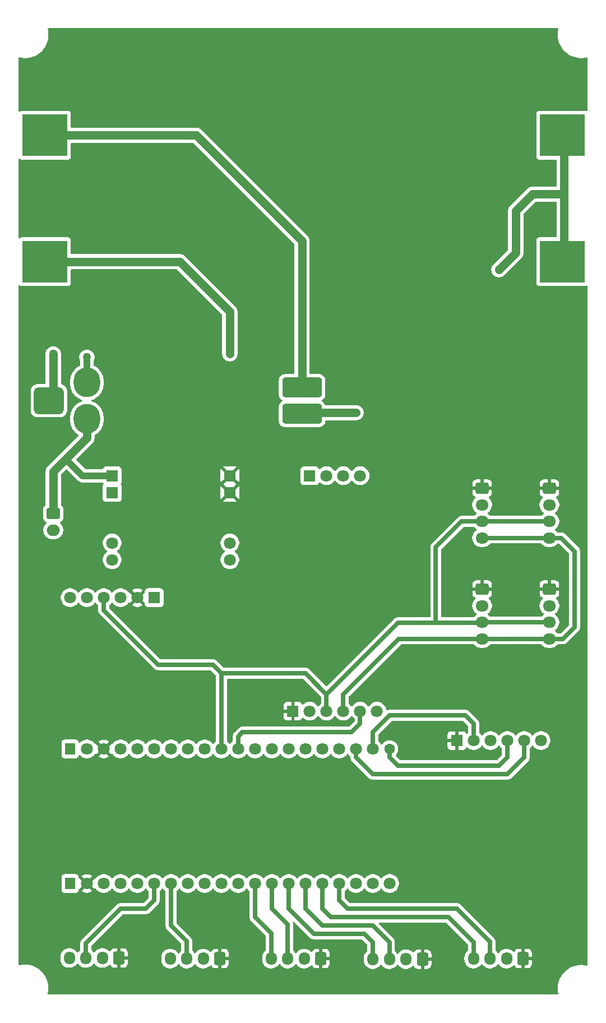
<source format=gbr>
%TF.GenerationSoftware,KiCad,Pcbnew,9.0.4*%
%TF.CreationDate,2025-12-08T11:00:56+07:00*%
%TF.ProjectId,05_sulfurmonitoring_design_v4_no_display,30355f73-756c-4667-9572-6d6f6e69746f,rev?*%
%TF.SameCoordinates,Original*%
%TF.FileFunction,Copper,L1,Top*%
%TF.FilePolarity,Positive*%
%FSLAX46Y46*%
G04 Gerber Fmt 4.6, Leading zero omitted, Abs format (unit mm)*
G04 Created by KiCad (PCBNEW 9.0.4) date 2025-12-08 11:00:56*
%MOMM*%
%LPD*%
G01*
G04 APERTURE LIST*
G04 Aperture macros list*
%AMRoundRect*
0 Rectangle with rounded corners*
0 $1 Rounding radius*
0 $2 $3 $4 $5 $6 $7 $8 $9 X,Y pos of 4 corners*
0 Add a 4 corners polygon primitive as box body*
4,1,4,$2,$3,$4,$5,$6,$7,$8,$9,$2,$3,0*
0 Add four circle primitives for the rounded corners*
1,1,$1+$1,$2,$3*
1,1,$1+$1,$4,$5*
1,1,$1+$1,$6,$7*
1,1,$1+$1,$8,$9*
0 Add four rect primitives between the rounded corners*
20,1,$1+$1,$2,$3,$4,$5,0*
20,1,$1+$1,$4,$5,$6,$7,0*
20,1,$1+$1,$6,$7,$8,$9,0*
20,1,$1+$1,$8,$9,$2,$3,0*%
G04 Aperture macros list end*
%TA.AperFunction,ComponentPad*%
%ADD10RoundRect,0.250000X0.600000X0.725000X-0.600000X0.725000X-0.600000X-0.725000X0.600000X-0.725000X0*%
%TD*%
%TA.AperFunction,ComponentPad*%
%ADD11O,1.700000X1.950000*%
%TD*%
%TA.AperFunction,ComponentPad*%
%ADD12RoundRect,0.250000X-0.725000X0.600000X-0.725000X-0.600000X0.725000X-0.600000X0.725000X0.600000X0*%
%TD*%
%TA.AperFunction,ComponentPad*%
%ADD13O,1.950000X1.700000*%
%TD*%
%TA.AperFunction,ComponentPad*%
%ADD14R,1.800000X1.800000*%
%TD*%
%TA.AperFunction,ComponentPad*%
%ADD15C,1.800000*%
%TD*%
%TA.AperFunction,ComponentPad*%
%ADD16RoundRect,0.250000X-0.750000X0.600000X-0.750000X-0.600000X0.750000X-0.600000X0.750000X0.600000X0*%
%TD*%
%TA.AperFunction,ComponentPad*%
%ADD17O,2.000000X1.700000*%
%TD*%
%TA.AperFunction,ComponentPad*%
%ADD18R,1.600000X1.800000*%
%TD*%
%TA.AperFunction,ComponentPad*%
%ADD19C,1.600000*%
%TD*%
%TA.AperFunction,SMDPad,CuDef*%
%ADD20R,6.840000X6.350000*%
%TD*%
%TA.AperFunction,SMDPad,CuDef*%
%ADD21O,4.000000X4.500000*%
%TD*%
%TA.AperFunction,SMDPad,CuDef*%
%ADD22RoundRect,0.450000X-2.550000X-1.050000X2.550000X-1.050000X2.550000X1.050000X-2.550000X1.050000X0*%
%TD*%
%TA.AperFunction,SMDPad,CuDef*%
%ADD23RoundRect,0.600000X1.650000X-1.400000X1.650000X1.400000X-1.650000X1.400000X-1.650000X-1.400000X0*%
%TD*%
%TA.AperFunction,ViaPad*%
%ADD24C,1.270000*%
%TD*%
%TA.AperFunction,Conductor*%
%ADD25C,0.635000*%
%TD*%
%TA.AperFunction,Conductor*%
%ADD26C,1.016000*%
%TD*%
%TA.AperFunction,Conductor*%
%ADD27C,1.270000*%
%TD*%
G04 APERTURE END LIST*
D10*
%TO.P,I3,1,GND*%
%TO.N,GND*%
X104020000Y-167640000D03*
D11*
%TO.P,I3,2,VCC*%
%TO.N,+3V3*%
X101520000Y-167640000D03*
%TO.P,I3,3,RX*%
%TO.N,GPS_TX*%
X99020000Y-167640000D03*
%TO.P,I3,4,TX*%
%TO.N,GPS_RX*%
X96520000Y-167640000D03*
%TD*%
D12*
%TO.P,U9,1,GND*%
%TO.N,GND*%
X123190000Y-111760000D03*
D13*
%TO.P,U9,2,VCC*%
%TO.N,+3V3*%
X123190000Y-114260000D03*
%TO.P,U9,3,SDA*%
%TO.N,I2C_SDA*%
X123190000Y-116760000D03*
%TO.P,U9,4,SCL*%
%TO.N,I2C_SCL*%
X123190000Y-119260000D03*
%TD*%
D10*
%TO.P,I2,1,GND*%
%TO.N,GND*%
X119220000Y-167550000D03*
D11*
%TO.P,I2,2,VCC*%
%TO.N,+3V3*%
X116720000Y-167550000D03*
%TO.P,I2,3,RX*%
%TO.N,H2S_TX*%
X114220000Y-167550000D03*
%TO.P,I2,4,TX*%
%TO.N,H2S_RX*%
X111720000Y-167550000D03*
%TD*%
D14*
%TO.P,I6,1,GND*%
%TO.N,GND*%
X84455001Y-130175000D03*
D15*
%TO.P,I6,2,VCC*%
%TO.N,+3V3*%
X86995001Y-130175000D03*
%TO.P,I6,3,SDA*%
%TO.N,I2C_SDA*%
X89535001Y-130175000D03*
%TO.P,I6,4,SCL*%
%TO.N,I2C_SCL*%
X92075001Y-130175000D03*
%TO.P,I6,5,SQW*%
%TO.N,RTC_INT_SQW*%
X94615001Y-130175000D03*
%TO.P,I6,6,32k*%
%TO.N,unconnected-(I6-32k-Pad6)*%
X97155001Y-130175000D03*
D14*
%TO.P,I6,7,SCL*%
%TO.N,unconnected-(I6-SCL-Pad7)*%
X86995000Y-94615000D03*
D15*
%TO.P,I6,8,SDA*%
%TO.N,unconnected-(I6-SDA-Pad8)*%
X89535000Y-94615000D03*
%TO.P,I6,9,VCC*%
%TO.N,unconnected-(I6-VCC-Pad9)*%
X92075000Y-94615000D03*
%TO.P,I6,10,GND*%
%TO.N,unconnected-(I6-GND-Pad10)*%
X94615000Y-94615000D03*
%TD*%
D16*
%TO.P,BAT,1,Pin_1*%
%TO.N,BMS_P-*%
X48260000Y-100330000D03*
D17*
%TO.P,BAT,2,Pin_2*%
%TO.N,BMS_P+*%
X48260000Y-102830000D03*
%TD*%
D18*
%TO.P,U1,1,VEXT*%
%TO.N,unconnected-(U1-VEXT-Pad1)*%
X50800000Y-156210000D03*
D15*
%TO.P,U1,2,GND*%
%TO.N,GND*%
X53340000Y-156210000D03*
%TO.P,U1,3,12*%
%TO.N,unconnected-(U1-12-Pad3)*%
X55880000Y-156210000D03*
%TO.P,U1,4,44*%
%TO.N,unconnected-(U1-44-Pad4)*%
X58420000Y-156210000D03*
%TO.P,U1,5,43*%
%TO.N,unconnected-(U1-43-Pad5)*%
X60960000Y-156210000D03*
%TO.P,U1,6,33*%
%TO.N,ADC_WIND_DIR*%
X63500000Y-156210000D03*
%TO.P,U1,7,34*%
%TO.N,ADC_ANEMOMETER*%
X66040000Y-156210000D03*
%TO.P,U1,8,35*%
%TO.N,unconnected-(U1-35-Pad8)*%
X68580000Y-156210000D03*
%TO.P,U1,9,36*%
%TO.N,unconnected-(U1-36-Pad9)*%
X71120000Y-156210000D03*
%TO.P,U1,10,37*%
%TO.N,unconnected-(U1-37-Pad10)*%
X73660000Y-156210000D03*
%TO.P,U1,11,38*%
%TO.N,unconnected-(U1-38-Pad11)*%
X76200000Y-156210000D03*
%TO.P,U1,12,39*%
%TO.N,SO2_RX*%
X78740000Y-156210000D03*
%TO.P,U1,13,40*%
%TO.N,SO2_TX*%
X81280000Y-156210000D03*
%TO.P,U1,14,41*%
%TO.N,GPS_RX*%
X83820000Y-156210000D03*
%TO.P,U1,15,42*%
%TO.N,GPS_TX*%
X86360000Y-156210000D03*
%TO.P,U1,16,45*%
%TO.N,H2S_RX*%
X88900000Y-156210000D03*
%TO.P,U1,17,46*%
%TO.N,H2S_TX*%
X91440000Y-156210000D03*
%TO.P,U1,18,1*%
%TO.N,unconnected-(U1-1-Pad18)*%
X93980000Y-156210000D03*
%TO.P,U1,19,2*%
%TO.N,unconnected-(U1-2-Pad19)*%
X96520000Y-156210000D03*
%TO.P,U1,20,3*%
%TO.N,SPI_SCK*%
X99060000Y-156210000D03*
D18*
%TO.P,U1,21,VDD_5V*%
%TO.N,unconnected-(U1-VDD_5V-Pad21)*%
X50800000Y-135890000D03*
D15*
%TO.P,U1,22,VDD_3V3*%
%TO.N,+3V3*%
X53340000Y-135890000D03*
%TO.P,U1,23,GND*%
%TO.N,GND*%
X55880000Y-135890000D03*
%TO.P,U1,24,47*%
%TO.N,unconnected-(U1-47-Pad24)*%
X58420000Y-135890000D03*
%TO.P,U1,25,48*%
%TO.N,unconnected-(U1-48-Pad25)*%
X60960000Y-135890000D03*
%TO.P,U1,26,USER_KEY*%
%TO.N,unconnected-(U1-USER_KEY-Pad26)*%
X63500000Y-135890000D03*
%TO.P,U1,27,26*%
%TO.N,unconnected-(U1-26-Pad27)*%
X66040000Y-135890000D03*
%TO.P,U1,28,20*%
%TO.N,I2C_SCL*%
X68580000Y-135890000D03*
%TO.P,U1,29,18*%
%TO.N,unconnected-(U1-18-Pad29)*%
X71120000Y-135890000D03*
%TO.P,U1,30,21*%
%TO.N,I2C_SDA*%
X73660000Y-135890000D03*
%TO.P,U1,31,19*%
%TO.N,RTC_INT_SQW*%
X76200000Y-135890000D03*
%TO.P,U1,32,17*%
%TO.N,unconnected-(U1-17-Pad32)*%
X78740000Y-135890000D03*
%TO.P,U1,33,14*%
%TO.N,unconnected-(U1-14-Pad33)*%
X81280000Y-135890000D03*
%TO.P,U1,34,CHIP_PU*%
%TO.N,unconnected-(U1-CHIP_PU-Pad34)*%
X83820000Y-135890000D03*
%TO.P,U1,35,16*%
%TO.N,unconnected-(U1-16-Pad35)*%
X86360000Y-135890000D03*
%TO.P,U1,36,15*%
%TO.N,unconnected-(U1-15-Pad36)*%
X88900000Y-135890000D03*
%TO.P,U1,37,7*%
%TO.N,unconnected-(U1-7-Pad37)*%
X91440000Y-135890000D03*
%TO.P,U1,38,6*%
%TO.N,SD_CS*%
X93980000Y-135890000D03*
%TO.P,U1,39,5*%
%TO.N,SPI_MISO*%
X96520000Y-135890000D03*
D19*
%TO.P,U1,40,4*%
%TO.N,SPI_MOSI*%
X99060000Y-135890000D03*
%TD*%
D14*
%TO.P,U3,1,GND*%
%TO.N,GND*%
X109220000Y-134620000D03*
D15*
%TO.P,U3,2,MISO*%
%TO.N,SPI_MISO*%
X111760000Y-134620000D03*
%TO.P,U3,3,CLK*%
%TO.N,SPI_SCK*%
X114300000Y-134620000D03*
%TO.P,U3,4,MOSI*%
%TO.N,SPI_MOSI*%
X116840000Y-134620000D03*
%TO.P,U3,5,CS*%
%TO.N,SD_CS*%
X119380000Y-134620000D03*
%TO.P,U3,6,3v3*%
%TO.N,+3V3*%
X121920000Y-134620000D03*
%TD*%
D12*
%TO.P,U7,1,GND*%
%TO.N,GND*%
X113030000Y-96520000D03*
D13*
%TO.P,U7,2,VCC*%
%TO.N,+3V3*%
X113030000Y-99020000D03*
%TO.P,U7,3,SDA*%
%TO.N,I2C_SDA*%
X113030000Y-101520000D03*
%TO.P,U7,4,SCL*%
%TO.N,I2C_SCL*%
X113030000Y-104020000D03*
%TD*%
D12*
%TO.P,U8,1,GND*%
%TO.N,GND*%
X123190000Y-96520000D03*
D13*
%TO.P,U8,2,VCC*%
%TO.N,+3V3*%
X123190000Y-99020000D03*
%TO.P,U8,3,SDA*%
%TO.N,I2C_SDA*%
X123190000Y-101520000D03*
%TO.P,U8,4,SCL*%
%TO.N,I2C_SCL*%
X123190000Y-104020000D03*
%TD*%
D20*
%TO.P,BT1,N1*%
%TO.N,Net-(U10-BM)*%
X125146000Y-43180000D03*
%TO.P,BT1,N2*%
%TO.N,Net-(U10-B-)*%
X46986000Y-62290000D03*
%TO.P,BT1,P1*%
%TO.N,Net-(U10-B+)*%
X46986000Y-43180000D03*
%TO.P,BT1,P2*%
%TO.N,Net-(U10-BM)*%
X125146000Y-62290000D03*
%TD*%
D10*
%TO.P,U2,1,GND*%
%TO.N,GND*%
X73420000Y-167550000D03*
D11*
%TO.P,U2,2,VCC*%
%TO.N,+3V3*%
X70920000Y-167550000D03*
%TO.P,U2,3,ADC*%
%TO.N,ADC_ANEMOMETER*%
X68420000Y-167550000D03*
%TO.P,U2,4,NC*%
%TO.N,unconnected-(U2-NC-Pad4)*%
X65920000Y-167550000D03*
%TD*%
D10*
%TO.P,U4,1,GND*%
%TO.N,GND*%
X58180000Y-167460000D03*
D11*
%TO.P,U4,2,VCC*%
%TO.N,+3V3*%
X55680000Y-167460000D03*
%TO.P,U4,3,ADC*%
%TO.N,ADC_WIND_DIR*%
X53180000Y-167460000D03*
%TO.P,U4,4,NC*%
%TO.N,unconnected-(U4-NC-Pad4)*%
X50680000Y-167460000D03*
%TD*%
D10*
%TO.P,I1,1,GND*%
%TO.N,GND*%
X88660000Y-167550000D03*
D11*
%TO.P,I1,2,VCC*%
%TO.N,+3V3*%
X86160000Y-167550000D03*
%TO.P,I1,3,RX*%
%TO.N,SO2_TX*%
X83660000Y-167550000D03*
%TO.P,I1,4,TX*%
%TO.N,SO2_RX*%
X81160000Y-167550000D03*
%TD*%
D15*
%TO.P,U6,1,IN+*%
%TO.N,Net-(I5-VIN-)*%
X57150000Y-104775000D03*
X57150000Y-107315000D03*
D14*
%TO.P,U6,2,IN-*%
%TO.N,BMS_P-*%
X57150000Y-94615000D03*
X57150000Y-97155000D03*
D15*
%TO.P,U6,3,OUT+*%
%TO.N,+3V3*%
X74930000Y-104775000D03*
X74930000Y-107315000D03*
D14*
%TO.P,U6,4,OUT-*%
%TO.N,GND*%
X74930000Y-94615000D03*
X74930000Y-97155000D03*
%TD*%
%TO.P,I5,1,VCC*%
%TO.N,+3V3*%
X63500000Y-113030000D03*
D15*
%TO.P,I5,2,GND*%
%TO.N,GND*%
X60960000Y-113030000D03*
%TO.P,I5,3,SCL*%
%TO.N,I2C_SCL*%
X58420000Y-113030000D03*
%TO.P,I5,4,SDA*%
%TO.N,I2C_SDA*%
X55880000Y-113030000D03*
%TO.P,I5,5,VIN-*%
%TO.N,Net-(I5-VIN-)*%
X53340000Y-113030000D03*
%TO.P,I5,6,VIN+*%
%TO.N,BMS_P+*%
X50800000Y-113030000D03*
%TD*%
D21*
%TO.P,U10,1,P-*%
%TO.N,BMS_P-*%
X53340000Y-86030000D03*
%TO.P,U10,2,P+*%
%TO.N,BMS_P+*%
X53340000Y-80530000D03*
D22*
%TO.P,U10,3,B-*%
%TO.N,Net-(U10-B-)*%
X85840000Y-85280000D03*
%TO.P,U10,4,B+*%
%TO.N,Net-(U10-B+)*%
X85840000Y-81280000D03*
D23*
%TO.P,U10,5,BM*%
%TO.N,Net-(U10-BM)*%
X47590000Y-83280000D03*
%TD*%
D12*
%TO.P,U5,1,GND*%
%TO.N,GND*%
X113030000Y-111760000D03*
D13*
%TO.P,U5,2,VCC*%
%TO.N,+3V3*%
X113030000Y-114260000D03*
%TO.P,U5,3,SDA*%
%TO.N,I2C_SDA*%
X113030000Y-116760000D03*
%TO.P,U5,4,SCL*%
%TO.N,I2C_SCL*%
X113030000Y-119260000D03*
%TD*%
D24*
%TO.N,BMS_P+*%
X53340000Y-76708000D03*
%TO.N,Net-(U10-BM)*%
X48260000Y-76200000D03*
X115570000Y-63500000D03*
%TO.N,Net-(U10-B-)*%
X74930000Y-76200000D03*
X93980000Y-85090000D03*
%TD*%
D25*
%TO.N,SO2_TX*%
X81280000Y-160020000D02*
X83660000Y-162400000D01*
X81280000Y-156210000D02*
X81280000Y-160020000D01*
X83660000Y-162400000D02*
X83660000Y-167550000D01*
%TO.N,SO2_RX*%
X78740000Y-161290000D02*
X78740000Y-156210000D01*
X81160000Y-163710000D02*
X78740000Y-161290000D01*
X81160000Y-167550000D02*
X81160000Y-163710000D01*
%TO.N,H2S_RX*%
X88900000Y-156210000D02*
X88900000Y-160020000D01*
X90170000Y-161290000D02*
X107950000Y-161290000D01*
X88900000Y-160020000D02*
X90170000Y-161290000D01*
X107950000Y-161290000D02*
X111720000Y-165060000D01*
X111720000Y-165060000D02*
X111720000Y-167550000D01*
%TO.N,H2S_TX*%
X114220000Y-165020000D02*
X114220000Y-167550000D01*
X114300000Y-167470000D02*
X114220000Y-167550000D01*
X109220000Y-160020000D02*
X114220000Y-165020000D01*
X92710000Y-160020000D02*
X109220000Y-160020000D01*
X91440000Y-158750000D02*
X92710000Y-160020000D01*
X91440000Y-156210000D02*
X91440000Y-158750000D01*
%TO.N,GPS_TX*%
X88900000Y-162560000D02*
X96520000Y-162560000D01*
X99060000Y-167600000D02*
X99020000Y-167640000D01*
X99020000Y-165060000D02*
X99020000Y-167640000D01*
X96520000Y-162560000D02*
X99020000Y-165060000D01*
X86360000Y-160020000D02*
X88900000Y-162560000D01*
X86360000Y-156210000D02*
X86360000Y-160020000D01*
%TO.N,GPS_RX*%
X96520000Y-165100000D02*
X96520000Y-167640000D01*
X83820000Y-156210000D02*
X83820000Y-160020000D01*
X87630000Y-163830000D02*
X95250000Y-163830000D01*
X83820000Y-160020000D02*
X87630000Y-163830000D01*
X95250000Y-163830000D02*
X96520000Y-165100000D01*
%TO.N,I2C_SCL*%
X113030000Y-104020000D02*
X123190000Y-104020000D01*
X124975000Y-104020000D02*
X127000000Y-106045000D01*
X113030000Y-119260000D02*
X123190000Y-119260000D01*
X92075001Y-130175000D02*
X92075001Y-127635001D01*
X92075000Y-127635000D02*
X100450000Y-119260000D01*
X100450000Y-119260000D02*
X113030000Y-119260000D01*
X125215000Y-119260000D02*
X123190000Y-119260000D01*
X127000000Y-117475000D02*
X125215000Y-119260000D01*
X123190000Y-104020000D02*
X124975000Y-104020000D01*
X127000000Y-106045000D02*
X127000000Y-117475000D01*
X92075001Y-127635001D02*
X92075000Y-127635000D01*
%TO.N,I2C_SDA*%
X106045000Y-105410000D02*
X106045000Y-116840000D01*
X89535001Y-127635001D02*
X89535001Y-127634999D01*
X112950000Y-116840000D02*
X113030000Y-116760000D01*
X55880000Y-114935000D02*
X64135000Y-123190000D01*
X113030000Y-101520000D02*
X123190000Y-101520000D01*
X113030000Y-101520000D02*
X109935000Y-101520000D01*
X86360000Y-124460000D02*
X73660000Y-124460000D01*
X89535001Y-127634999D02*
X100330000Y-116840000D01*
X55880000Y-113030000D02*
X55880000Y-114935000D01*
X113030000Y-116760000D02*
X123190000Y-116760000D01*
X89535001Y-130175000D02*
X89535001Y-127635001D01*
X106045000Y-116840000D02*
X112950000Y-116840000D01*
X72390000Y-123190000D02*
X73660000Y-124460000D01*
X109935000Y-101520000D02*
X106045000Y-105410000D01*
X100330000Y-116840000D02*
X106045000Y-116840000D01*
X64135000Y-123190000D02*
X72390000Y-123190000D01*
X89535001Y-127635001D02*
X86360000Y-124460000D01*
X73660000Y-124460000D02*
X73660000Y-135890000D01*
D26*
%TO.N,BMS_P+*%
X53340000Y-80530000D02*
X53340000Y-76708000D01*
D25*
%TO.N,RTC_INT_SQW*%
X76200000Y-133985000D02*
X76200000Y-135890000D01*
X93345000Y-133350000D02*
X76835000Y-133350000D01*
X94615001Y-132079999D02*
X93345000Y-133350000D01*
X94615001Y-130175000D02*
X94615001Y-132079999D01*
X76835000Y-133350000D02*
X76200000Y-133985000D01*
%TO.N,ADC_WIND_DIR*%
X63500000Y-158750000D02*
X63500000Y-156210000D01*
X53180000Y-165260000D02*
X58420000Y-160020000D01*
X62230000Y-160020000D02*
X63500000Y-158750000D01*
X58420000Y-160020000D02*
X62230000Y-160020000D01*
X53180000Y-167460000D02*
X53180000Y-165260000D01*
%TO.N,SPI_MOSI*%
X100330000Y-138430000D02*
X115570000Y-138430000D01*
X99060000Y-137160000D02*
X100330000Y-138430000D01*
X116840000Y-137160000D02*
X116840000Y-134620000D01*
X99060000Y-135890000D02*
X99060000Y-137160000D01*
X115570000Y-138430000D02*
X116840000Y-137160000D01*
%TO.N,SD_CS*%
X93980000Y-137160000D02*
X96520000Y-139700000D01*
X96520000Y-139700000D02*
X116840000Y-139700000D01*
X119380000Y-137160000D02*
X119380000Y-134620000D01*
X93980000Y-135890000D02*
X93980000Y-137160000D01*
X116840000Y-139700000D02*
X119380000Y-137160000D01*
%TO.N,SPI_MISO*%
X96520000Y-135890000D02*
X96520000Y-133350000D01*
X111760000Y-132080000D02*
X111760000Y-134620000D01*
X110490000Y-130810000D02*
X111760000Y-132080000D01*
X96520000Y-133350000D02*
X99060000Y-130810000D01*
X99060000Y-130810000D02*
X110490000Y-130810000D01*
%TO.N,ADC_ANEMOMETER*%
X66040000Y-162560000D02*
X66040000Y-156210000D01*
X68420000Y-167550000D02*
X68420000Y-164940000D01*
X68420000Y-164940000D02*
X66040000Y-162560000D01*
D27*
%TO.N,BMS_P-*%
X50165000Y-92075000D02*
X48260000Y-93980000D01*
X53340000Y-85280000D02*
X53340000Y-88900000D01*
D26*
X57150000Y-94615000D02*
X52705000Y-94615000D01*
D27*
X53340000Y-88900000D02*
X50165000Y-92075000D01*
X48260000Y-93980000D02*
X48260000Y-100330000D01*
D26*
X52705000Y-94615000D02*
X50165000Y-92075000D01*
D27*
%TO.N,Net-(U10-BM)*%
X125430000Y-52070000D02*
X125430000Y-62290000D01*
X120650000Y-52070000D02*
X125430000Y-52070000D01*
X125430000Y-43180000D02*
X125430000Y-52070000D01*
X48260000Y-82610000D02*
X47590000Y-83280000D01*
X118110000Y-60960000D02*
X118110000Y-54610000D01*
X48260000Y-76200000D02*
X48260000Y-82610000D01*
X115570000Y-63500000D02*
X118110000Y-60960000D01*
X118110000Y-54610000D02*
X120650000Y-52070000D01*
D26*
%TO.N,Net-(U10-B-)*%
X46990000Y-62510000D02*
X46770000Y-62290000D01*
D27*
X74930000Y-69850000D02*
X74930000Y-76200000D01*
X93980000Y-85090000D02*
X86030000Y-85090000D01*
X67370000Y-62290000D02*
X46770000Y-62290000D01*
X74930000Y-69850000D02*
X67370000Y-62290000D01*
X86030000Y-85090000D02*
X85840000Y-85280000D01*
%TO.N,Net-(U10-B+)*%
X69850000Y-43180000D02*
X85840000Y-59170000D01*
X85840000Y-59170000D02*
X85840000Y-81280000D01*
X46770000Y-43180000D02*
X69850000Y-43180000D01*
%TD*%
%TA.AperFunction,Conductor*%
%TO.N,GND*%
G36*
X110163537Y-131655685D02*
G01*
X110184179Y-131672319D01*
X110897681Y-132385821D01*
X110931166Y-132447144D01*
X110934000Y-132473502D01*
X110934000Y-133415941D01*
X110914315Y-133482980D01*
X110882887Y-133516258D01*
X110842424Y-133545656D01*
X110794002Y-133594078D01*
X110732679Y-133627562D01*
X110662987Y-133622577D01*
X110607054Y-133580705D01*
X110590140Y-133549729D01*
X110563354Y-133477913D01*
X110563350Y-133477906D01*
X110477190Y-133362812D01*
X110477187Y-133362809D01*
X110362093Y-133276649D01*
X110362086Y-133276645D01*
X110227379Y-133226403D01*
X110227372Y-133226401D01*
X110167844Y-133220000D01*
X109470000Y-133220000D01*
X109470000Y-134186988D01*
X109412993Y-134154075D01*
X109285826Y-134120000D01*
X109154174Y-134120000D01*
X109027007Y-134154075D01*
X108970000Y-134186988D01*
X108970000Y-133220000D01*
X108272155Y-133220000D01*
X108212627Y-133226401D01*
X108212620Y-133226403D01*
X108077913Y-133276645D01*
X108077906Y-133276649D01*
X107962812Y-133362809D01*
X107962809Y-133362812D01*
X107876649Y-133477906D01*
X107876645Y-133477913D01*
X107826403Y-133612620D01*
X107826401Y-133612627D01*
X107820000Y-133672155D01*
X107820000Y-134370000D01*
X108786988Y-134370000D01*
X108754075Y-134427007D01*
X108720000Y-134554174D01*
X108720000Y-134685826D01*
X108754075Y-134812993D01*
X108786988Y-134870000D01*
X107820000Y-134870000D01*
X107820000Y-135567844D01*
X107826401Y-135627372D01*
X107826403Y-135627379D01*
X107876645Y-135762086D01*
X107876649Y-135762093D01*
X107962809Y-135877187D01*
X107962812Y-135877190D01*
X108077906Y-135963350D01*
X108077913Y-135963354D01*
X108212620Y-136013596D01*
X108212627Y-136013598D01*
X108272155Y-136019999D01*
X108272172Y-136020000D01*
X108970000Y-136020000D01*
X108970000Y-135053012D01*
X109027007Y-135085925D01*
X109154174Y-135120000D01*
X109285826Y-135120000D01*
X109412993Y-135085925D01*
X109470000Y-135053012D01*
X109470000Y-136020000D01*
X110167828Y-136020000D01*
X110167844Y-136019999D01*
X110227372Y-136013598D01*
X110227379Y-136013596D01*
X110362086Y-135963354D01*
X110362093Y-135963350D01*
X110477187Y-135877190D01*
X110477190Y-135877187D01*
X110563350Y-135762093D01*
X110563354Y-135762086D01*
X110590140Y-135690270D01*
X110632011Y-135634336D01*
X110697475Y-135609919D01*
X110765748Y-135624770D01*
X110794003Y-135645922D01*
X110842424Y-135694343D01*
X111021785Y-135824657D01*
X111115114Y-135872210D01*
X111219319Y-135925306D01*
X111219321Y-135925306D01*
X111219324Y-135925308D01*
X111430176Y-135993818D01*
X111649149Y-136028500D01*
X111649150Y-136028500D01*
X111870850Y-136028500D01*
X111870851Y-136028500D01*
X112089824Y-135993818D01*
X112300676Y-135925308D01*
X112498215Y-135824657D01*
X112677576Y-135694343D01*
X112834343Y-135537576D01*
X112929683Y-135406352D01*
X112985012Y-135363688D01*
X113054626Y-135357709D01*
X113116421Y-135390315D01*
X113130314Y-135406349D01*
X113225657Y-135537576D01*
X113382424Y-135694343D01*
X113561785Y-135824657D01*
X113655114Y-135872210D01*
X113759319Y-135925306D01*
X113759321Y-135925306D01*
X113759324Y-135925308D01*
X113970176Y-135993818D01*
X114189149Y-136028500D01*
X114189150Y-136028500D01*
X114410850Y-136028500D01*
X114410851Y-136028500D01*
X114629824Y-135993818D01*
X114840676Y-135925308D01*
X115038215Y-135824657D01*
X115217576Y-135694343D01*
X115374343Y-135537576D01*
X115469683Y-135406352D01*
X115525012Y-135363688D01*
X115594626Y-135357709D01*
X115656421Y-135390315D01*
X115670314Y-135406349D01*
X115765657Y-135537576D01*
X115922424Y-135694343D01*
X115962885Y-135723740D01*
X116005551Y-135779068D01*
X116014000Y-135824057D01*
X116014000Y-136766498D01*
X115994315Y-136833537D01*
X115977681Y-136854179D01*
X115264179Y-137567681D01*
X115202856Y-137601166D01*
X115176498Y-137604000D01*
X100723502Y-137604000D01*
X100656463Y-137584315D01*
X100635821Y-137567681D01*
X100022000Y-136953860D01*
X99988515Y-136892537D01*
X99993499Y-136822845D01*
X100022000Y-136778498D01*
X100034001Y-136766497D01*
X100058068Y-136742430D01*
X100179129Y-136575803D01*
X100272634Y-136392290D01*
X100336280Y-136196408D01*
X100368500Y-135992981D01*
X100368500Y-135787019D01*
X100336280Y-135583592D01*
X100336085Y-135582993D01*
X100305838Y-135489901D01*
X100272634Y-135387710D01*
X100272632Y-135387707D01*
X100272632Y-135387705D01*
X100217767Y-135280028D01*
X100179129Y-135204197D01*
X100146670Y-135159521D01*
X100058073Y-135037576D01*
X100058069Y-135037571D01*
X99912428Y-134891930D01*
X99912423Y-134891926D01*
X99745806Y-134770873D01*
X99745805Y-134770872D01*
X99745803Y-134770871D01*
X99688496Y-134741671D01*
X99562294Y-134677367D01*
X99366408Y-134613719D01*
X99190794Y-134585905D01*
X99162981Y-134581500D01*
X98957019Y-134581500D01*
X98932550Y-134585375D01*
X98753591Y-134613719D01*
X98557705Y-134677367D01*
X98374193Y-134770873D01*
X98207576Y-134891926D01*
X98207571Y-134891930D01*
X98061930Y-135037571D01*
X98061926Y-135037576D01*
X97948418Y-135193807D01*
X97893088Y-135236473D01*
X97823475Y-135242452D01*
X97761680Y-135209846D01*
X97737615Y-135177217D01*
X97729187Y-135160676D01*
X97724657Y-135151785D01*
X97594343Y-134972424D01*
X97437576Y-134815657D01*
X97437575Y-134815656D01*
X97397113Y-134786258D01*
X97354448Y-134730927D01*
X97346000Y-134685941D01*
X97346000Y-133743502D01*
X97354644Y-133714061D01*
X97361168Y-133684075D01*
X97364922Y-133679059D01*
X97365685Y-133676463D01*
X97382319Y-133655821D01*
X97456970Y-133581170D01*
X99365822Y-131672319D01*
X99427145Y-131638834D01*
X99453503Y-131636000D01*
X110096498Y-131636000D01*
X110163537Y-131655685D01*
G37*
%TD.AperFunction*%
%TA.AperFunction,Conductor*%
G36*
X86033537Y-125305685D02*
G01*
X86054179Y-125322319D01*
X88672682Y-127940822D01*
X88706167Y-128002145D01*
X88709001Y-128028503D01*
X88709001Y-128970941D01*
X88689316Y-129037980D01*
X88657888Y-129071258D01*
X88617425Y-129100656D01*
X88460659Y-129257422D01*
X88365319Y-129388646D01*
X88309988Y-129431311D01*
X88240375Y-129437290D01*
X88178580Y-129404684D01*
X88164683Y-129388646D01*
X88139785Y-129354377D01*
X88069344Y-129257424D01*
X87912577Y-129100657D01*
X87733216Y-128970343D01*
X87535681Y-128869693D01*
X87324825Y-128801182D01*
X87105852Y-128766500D01*
X86884150Y-128766500D01*
X86774663Y-128783841D01*
X86665176Y-128801182D01*
X86454320Y-128869693D01*
X86256785Y-128970343D01*
X86194045Y-129015927D01*
X86077425Y-129100657D01*
X86077423Y-129100659D01*
X86077421Y-129100660D01*
X86029003Y-129149078D01*
X85967680Y-129182562D01*
X85897988Y-129177577D01*
X85842055Y-129135705D01*
X85825141Y-129104729D01*
X85798355Y-129032913D01*
X85798351Y-129032906D01*
X85712191Y-128917812D01*
X85712188Y-128917809D01*
X85597094Y-128831649D01*
X85597087Y-128831645D01*
X85462380Y-128781403D01*
X85462373Y-128781401D01*
X85402845Y-128775000D01*
X84705001Y-128775000D01*
X84705001Y-129741988D01*
X84647994Y-129709075D01*
X84520827Y-129675000D01*
X84389175Y-129675000D01*
X84262008Y-129709075D01*
X84205001Y-129741988D01*
X84205001Y-128775000D01*
X83507156Y-128775000D01*
X83447628Y-128781401D01*
X83447621Y-128781403D01*
X83312914Y-128831645D01*
X83312907Y-128831649D01*
X83197813Y-128917809D01*
X83197810Y-128917812D01*
X83111650Y-129032906D01*
X83111646Y-129032913D01*
X83061404Y-129167620D01*
X83061402Y-129167627D01*
X83055001Y-129227155D01*
X83055001Y-129925000D01*
X84021989Y-129925000D01*
X83989076Y-129982007D01*
X83955001Y-130109174D01*
X83955001Y-130240826D01*
X83989076Y-130367993D01*
X84021989Y-130425000D01*
X83055001Y-130425000D01*
X83055001Y-131122844D01*
X83061402Y-131182372D01*
X83061404Y-131182379D01*
X83111646Y-131317086D01*
X83111650Y-131317093D01*
X83197810Y-131432187D01*
X83197813Y-131432190D01*
X83312907Y-131518350D01*
X83312914Y-131518354D01*
X83447621Y-131568596D01*
X83447628Y-131568598D01*
X83507156Y-131574999D01*
X83507173Y-131575000D01*
X84205001Y-131575000D01*
X84205001Y-130608012D01*
X84262008Y-130640925D01*
X84389175Y-130675000D01*
X84520827Y-130675000D01*
X84647994Y-130640925D01*
X84705001Y-130608012D01*
X84705001Y-131575000D01*
X85402829Y-131575000D01*
X85402845Y-131574999D01*
X85462373Y-131568598D01*
X85462380Y-131568596D01*
X85597087Y-131518354D01*
X85597094Y-131518350D01*
X85712188Y-131432190D01*
X85712191Y-131432187D01*
X85798351Y-131317093D01*
X85798355Y-131317086D01*
X85825141Y-131245270D01*
X85867012Y-131189336D01*
X85932476Y-131164919D01*
X86000749Y-131179770D01*
X86029004Y-131200922D01*
X86077425Y-131249343D01*
X86256786Y-131379657D01*
X86350115Y-131427210D01*
X86454320Y-131480306D01*
X86454322Y-131480306D01*
X86454325Y-131480308D01*
X86665177Y-131548818D01*
X86884150Y-131583500D01*
X86884151Y-131583500D01*
X87105851Y-131583500D01*
X87105852Y-131583500D01*
X87324825Y-131548818D01*
X87535677Y-131480308D01*
X87733216Y-131379657D01*
X87912577Y-131249343D01*
X88069344Y-131092576D01*
X88164684Y-130961352D01*
X88220013Y-130918688D01*
X88289627Y-130912709D01*
X88351422Y-130945315D01*
X88365315Y-130961349D01*
X88460658Y-131092576D01*
X88617425Y-131249343D01*
X88796786Y-131379657D01*
X88890115Y-131427210D01*
X88994320Y-131480306D01*
X88994322Y-131480306D01*
X88994325Y-131480308D01*
X89205177Y-131548818D01*
X89424150Y-131583500D01*
X89424151Y-131583500D01*
X89645851Y-131583500D01*
X89645852Y-131583500D01*
X89864825Y-131548818D01*
X90075677Y-131480308D01*
X90273216Y-131379657D01*
X90452577Y-131249343D01*
X90609344Y-131092576D01*
X90704684Y-130961352D01*
X90760013Y-130918688D01*
X90829627Y-130912709D01*
X90891422Y-130945315D01*
X90905315Y-130961349D01*
X91000658Y-131092576D01*
X91157425Y-131249343D01*
X91336786Y-131379657D01*
X91430115Y-131427210D01*
X91534320Y-131480306D01*
X91534322Y-131480306D01*
X91534325Y-131480308D01*
X91745177Y-131548818D01*
X91964150Y-131583500D01*
X91964151Y-131583500D01*
X92185851Y-131583500D01*
X92185852Y-131583500D01*
X92404825Y-131548818D01*
X92615677Y-131480308D01*
X92813216Y-131379657D01*
X92992577Y-131249343D01*
X93149344Y-131092576D01*
X93244684Y-130961352D01*
X93300013Y-130918688D01*
X93369627Y-130912709D01*
X93431422Y-130945315D01*
X93445315Y-130961349D01*
X93540658Y-131092576D01*
X93697425Y-131249343D01*
X93737886Y-131278740D01*
X93780552Y-131334068D01*
X93789001Y-131379057D01*
X93789001Y-131686497D01*
X93769316Y-131753536D01*
X93752682Y-131774178D01*
X93039179Y-132487681D01*
X92977856Y-132521166D01*
X92951498Y-132524000D01*
X76922488Y-132524000D01*
X76922468Y-132523999D01*
X76916354Y-132523999D01*
X76753647Y-132523999D01*
X76753644Y-132523999D01*
X76594072Y-132555740D01*
X76594064Y-132555742D01*
X76443744Y-132618006D01*
X76443735Y-132618011D01*
X76308456Y-132708402D01*
X76250930Y-132765928D01*
X76193404Y-132823455D01*
X76193401Y-132823458D01*
X75673458Y-133343401D01*
X75673455Y-133343404D01*
X75615928Y-133400930D01*
X75558402Y-133458456D01*
X75468011Y-133593735D01*
X75468006Y-133593744D01*
X75405742Y-133744064D01*
X75405740Y-133744072D01*
X75374000Y-133903641D01*
X75374000Y-134685941D01*
X75354315Y-134752980D01*
X75322887Y-134786258D01*
X75282424Y-134815656D01*
X75125658Y-134972422D01*
X75030318Y-135103646D01*
X74974987Y-135146311D01*
X74905374Y-135152290D01*
X74843579Y-135119684D01*
X74829682Y-135103646D01*
X74781675Y-135037571D01*
X74734343Y-134972424D01*
X74577576Y-134815657D01*
X74577575Y-134815656D01*
X74537113Y-134786258D01*
X74494448Y-134730927D01*
X74486000Y-134685941D01*
X74486000Y-125410000D01*
X74505685Y-125342961D01*
X74558489Y-125297206D01*
X74610000Y-125286000D01*
X85966498Y-125286000D01*
X86033537Y-125305685D01*
G37*
%TD.AperFunction*%
%TA.AperFunction,Conductor*%
G36*
X111767992Y-102347541D02*
G01*
X111773353Y-102346455D01*
X111801157Y-102357279D01*
X111829783Y-102365685D01*
X111834716Y-102370344D01*
X111838463Y-102371803D01*
X111863060Y-102397112D01*
X111868794Y-102405004D01*
X112019996Y-102556206D01*
X112122344Y-102630566D01*
X112176182Y-102669682D01*
X112218847Y-102725012D01*
X112224826Y-102794626D01*
X112192220Y-102856421D01*
X112176182Y-102870318D01*
X112107297Y-102920365D01*
X112019996Y-102983794D01*
X112019994Y-102983796D01*
X112019993Y-102983796D01*
X111868796Y-103134993D01*
X111743106Y-103307990D01*
X111646027Y-103498516D01*
X111646026Y-103498519D01*
X111579951Y-103701882D01*
X111546500Y-103913084D01*
X111546500Y-104126915D01*
X111579951Y-104338117D01*
X111646026Y-104541480D01*
X111646027Y-104541483D01*
X111743106Y-104732009D01*
X111868794Y-104905004D01*
X112019996Y-105056206D01*
X112192991Y-105181894D01*
X112286438Y-105229507D01*
X112383516Y-105278972D01*
X112383519Y-105278973D01*
X112485200Y-105312010D01*
X112586884Y-105345049D01*
X112798084Y-105378500D01*
X112798085Y-105378500D01*
X113261915Y-105378500D01*
X113261916Y-105378500D01*
X113473116Y-105345049D01*
X113676483Y-105278972D01*
X113867009Y-105181894D01*
X114040004Y-105056206D01*
X114191206Y-104905004D01*
X114196939Y-104897112D01*
X114252270Y-104854448D01*
X114297256Y-104846000D01*
X121922744Y-104846000D01*
X121989783Y-104865685D01*
X122023060Y-104897112D01*
X122028794Y-104905004D01*
X122179996Y-105056206D01*
X122352991Y-105181894D01*
X122446438Y-105229507D01*
X122543516Y-105278972D01*
X122543519Y-105278973D01*
X122645200Y-105312010D01*
X122746884Y-105345049D01*
X122958084Y-105378500D01*
X122958085Y-105378500D01*
X123421915Y-105378500D01*
X123421916Y-105378500D01*
X123633116Y-105345049D01*
X123836483Y-105278972D01*
X124027009Y-105181894D01*
X124200004Y-105056206D01*
X124351206Y-104905004D01*
X124356939Y-104897112D01*
X124361270Y-104893773D01*
X124363543Y-104888797D01*
X124388643Y-104872665D01*
X124412270Y-104854448D01*
X124418940Y-104853195D01*
X124422321Y-104851023D01*
X124457256Y-104846000D01*
X124581498Y-104846000D01*
X124648537Y-104865685D01*
X124669179Y-104882319D01*
X126137681Y-106350821D01*
X126171166Y-106412144D01*
X126174000Y-106438502D01*
X126174000Y-117081498D01*
X126154315Y-117148537D01*
X126137681Y-117169179D01*
X124909179Y-118397681D01*
X124847856Y-118431166D01*
X124821498Y-118434000D01*
X124457256Y-118434000D01*
X124390217Y-118414315D01*
X124356939Y-118382887D01*
X124351206Y-118374996D01*
X124200006Y-118223796D01*
X124200000Y-118223791D01*
X124043818Y-118110318D01*
X124001152Y-118054988D01*
X123995173Y-117985375D01*
X124027779Y-117923580D01*
X124043818Y-117909682D01*
X124103591Y-117866254D01*
X124200004Y-117796206D01*
X124351206Y-117645004D01*
X124476894Y-117472009D01*
X124573972Y-117281483D01*
X124640049Y-117078116D01*
X124673500Y-116866916D01*
X124673500Y-116653084D01*
X124640049Y-116441884D01*
X124607010Y-116340200D01*
X124573973Y-116238519D01*
X124573972Y-116238516D01*
X124476893Y-116047990D01*
X124475260Y-116045742D01*
X124351206Y-115874996D01*
X124200004Y-115723794D01*
X124200000Y-115723791D01*
X124043818Y-115610318D01*
X124001152Y-115554988D01*
X123995173Y-115485375D01*
X124027779Y-115423580D01*
X124043818Y-115409682D01*
X124094200Y-115373076D01*
X124200004Y-115296206D01*
X124351206Y-115145004D01*
X124476894Y-114972009D01*
X124573972Y-114781483D01*
X124640049Y-114578116D01*
X124673500Y-114366916D01*
X124673500Y-114153084D01*
X124640049Y-113941884D01*
X124584730Y-113771627D01*
X124573973Y-113738519D01*
X124573972Y-113738516D01*
X124523760Y-113639971D01*
X124476894Y-113547991D01*
X124351206Y-113374996D01*
X124212929Y-113236719D01*
X124179444Y-113175396D01*
X124184428Y-113105704D01*
X124226300Y-113049771D01*
X124235513Y-113043499D01*
X124383345Y-112952315D01*
X124507315Y-112828345D01*
X124599356Y-112679124D01*
X124599358Y-112679119D01*
X124654505Y-112512697D01*
X124654506Y-112512690D01*
X124664999Y-112409986D01*
X124665000Y-112409973D01*
X124665000Y-112010000D01*
X123594146Y-112010000D01*
X123632630Y-111943343D01*
X123665000Y-111822535D01*
X123665000Y-111697465D01*
X123632630Y-111576657D01*
X123594146Y-111510000D01*
X124664999Y-111510000D01*
X124664999Y-111110028D01*
X124664998Y-111110013D01*
X124654505Y-111007302D01*
X124599358Y-110840880D01*
X124599356Y-110840875D01*
X124507315Y-110691654D01*
X124383345Y-110567684D01*
X124234124Y-110475643D01*
X124234119Y-110475641D01*
X124067697Y-110420494D01*
X124067690Y-110420493D01*
X123964986Y-110410000D01*
X123440000Y-110410000D01*
X123440000Y-111355854D01*
X123373343Y-111317370D01*
X123252535Y-111285000D01*
X123127465Y-111285000D01*
X123006657Y-111317370D01*
X122940000Y-111355854D01*
X122940000Y-110410000D01*
X122415028Y-110410000D01*
X122415012Y-110410001D01*
X122312302Y-110420494D01*
X122145880Y-110475641D01*
X122145875Y-110475643D01*
X121996654Y-110567684D01*
X121872684Y-110691654D01*
X121780643Y-110840875D01*
X121780641Y-110840880D01*
X121725494Y-111007302D01*
X121725493Y-111007309D01*
X121715000Y-111110013D01*
X121715000Y-111510000D01*
X122785854Y-111510000D01*
X122747370Y-111576657D01*
X122715000Y-111697465D01*
X122715000Y-111822535D01*
X122747370Y-111943343D01*
X122785854Y-112010000D01*
X121715001Y-112010000D01*
X121715001Y-112409986D01*
X121725494Y-112512697D01*
X121780641Y-112679119D01*
X121780643Y-112679124D01*
X121872684Y-112828345D01*
X121996654Y-112952315D01*
X122144486Y-113043499D01*
X122191210Y-113095447D01*
X122202433Y-113164410D01*
X122174589Y-113228492D01*
X122167071Y-113236719D01*
X122028793Y-113374997D01*
X121903106Y-113547990D01*
X121806027Y-113738516D01*
X121806026Y-113738519D01*
X121739951Y-113941882D01*
X121714220Y-114104340D01*
X121706500Y-114153084D01*
X121706500Y-114366916D01*
X121716807Y-114431989D01*
X121739951Y-114578117D01*
X121806026Y-114781480D01*
X121806027Y-114781483D01*
X121903106Y-114972009D01*
X122028794Y-115145004D01*
X122179996Y-115296206D01*
X122282344Y-115370566D01*
X122336182Y-115409682D01*
X122378847Y-115465012D01*
X122384826Y-115534626D01*
X122352220Y-115596421D01*
X122336182Y-115610318D01*
X122267297Y-115660365D01*
X122179996Y-115723794D01*
X122179994Y-115723796D01*
X122179993Y-115723796D01*
X122028793Y-115874996D01*
X122023061Y-115882887D01*
X121967730Y-115925552D01*
X121922744Y-115934000D01*
X114297256Y-115934000D01*
X114230217Y-115914315D01*
X114196939Y-115882887D01*
X114191206Y-115874996D01*
X114040006Y-115723796D01*
X114040000Y-115723791D01*
X113883818Y-115610318D01*
X113841152Y-115554988D01*
X113835173Y-115485375D01*
X113867779Y-115423580D01*
X113883818Y-115409682D01*
X113934200Y-115373076D01*
X114040004Y-115296206D01*
X114191206Y-115145004D01*
X114316894Y-114972009D01*
X114413972Y-114781483D01*
X114480049Y-114578116D01*
X114513500Y-114366916D01*
X114513500Y-114153084D01*
X114480049Y-113941884D01*
X114424730Y-113771627D01*
X114413973Y-113738519D01*
X114413972Y-113738516D01*
X114363760Y-113639971D01*
X114316894Y-113547991D01*
X114191206Y-113374996D01*
X114052929Y-113236719D01*
X114019444Y-113175396D01*
X114024428Y-113105704D01*
X114066300Y-113049771D01*
X114075513Y-113043499D01*
X114223345Y-112952315D01*
X114347315Y-112828345D01*
X114439356Y-112679124D01*
X114439358Y-112679119D01*
X114494505Y-112512697D01*
X114494506Y-112512690D01*
X114504999Y-112409986D01*
X114505000Y-112409973D01*
X114505000Y-112010000D01*
X113434146Y-112010000D01*
X113472630Y-111943343D01*
X113505000Y-111822535D01*
X113505000Y-111697465D01*
X113472630Y-111576657D01*
X113434146Y-111510000D01*
X114504999Y-111510000D01*
X114504999Y-111110029D01*
X114504998Y-111110012D01*
X114494505Y-111007302D01*
X114439358Y-110840880D01*
X114439356Y-110840875D01*
X114347315Y-110691654D01*
X114223345Y-110567684D01*
X114074124Y-110475643D01*
X114074119Y-110475641D01*
X113907697Y-110420494D01*
X113907690Y-110420493D01*
X113804986Y-110410000D01*
X113280000Y-110410000D01*
X113280000Y-111355854D01*
X113213343Y-111317370D01*
X113092535Y-111285000D01*
X112967465Y-111285000D01*
X112846657Y-111317370D01*
X112780000Y-111355854D01*
X112780000Y-110410000D01*
X112255028Y-110410000D01*
X112255012Y-110410001D01*
X112152302Y-110420494D01*
X111985880Y-110475641D01*
X111985875Y-110475643D01*
X111836654Y-110567684D01*
X111712684Y-110691654D01*
X111620643Y-110840875D01*
X111620641Y-110840880D01*
X111565494Y-111007302D01*
X111565493Y-111007309D01*
X111555000Y-111110013D01*
X111555000Y-111510000D01*
X112625854Y-111510000D01*
X112587370Y-111576657D01*
X112555000Y-111697465D01*
X112555000Y-111822535D01*
X112587370Y-111943343D01*
X112625854Y-112010000D01*
X111555001Y-112010000D01*
X111555001Y-112409986D01*
X111565494Y-112512697D01*
X111620641Y-112679119D01*
X111620643Y-112679124D01*
X111712684Y-112828345D01*
X111836654Y-112952315D01*
X111984486Y-113043499D01*
X112031210Y-113095447D01*
X112042433Y-113164410D01*
X112014589Y-113228492D01*
X112007071Y-113236719D01*
X111868793Y-113374997D01*
X111743106Y-113547990D01*
X111646027Y-113738516D01*
X111646026Y-113738519D01*
X111579951Y-113941882D01*
X111554220Y-114104340D01*
X111546500Y-114153084D01*
X111546500Y-114366916D01*
X111556807Y-114431989D01*
X111579951Y-114578117D01*
X111646026Y-114781480D01*
X111646027Y-114781483D01*
X111743106Y-114972009D01*
X111868794Y-115145004D01*
X112019996Y-115296206D01*
X112122344Y-115370566D01*
X112176182Y-115409682D01*
X112218847Y-115465012D01*
X112224826Y-115534626D01*
X112192220Y-115596421D01*
X112176182Y-115610318D01*
X112107297Y-115660365D01*
X112019996Y-115723794D01*
X112019994Y-115723796D01*
X112019993Y-115723796D01*
X111868794Y-115874995D01*
X111857893Y-115890000D01*
X111804937Y-115962886D01*
X111749610Y-116005551D01*
X111704621Y-116014000D01*
X106995000Y-116014000D01*
X106927961Y-115994315D01*
X106882206Y-115941511D01*
X106871000Y-115890000D01*
X106871000Y-105803502D01*
X106890685Y-105736463D01*
X106907319Y-105715821D01*
X110240821Y-102382319D01*
X110302144Y-102348834D01*
X110328502Y-102346000D01*
X111762744Y-102346000D01*
X111767992Y-102347541D01*
G37*
%TD.AperFunction*%
%TA.AperFunction,Conductor*%
G36*
X124506686Y-27052185D02*
G01*
X124552441Y-27104989D01*
X124562385Y-27174147D01*
X124561264Y-27180691D01*
X124501521Y-27481043D01*
X124501518Y-27481060D01*
X124467500Y-27826462D01*
X124467500Y-28173537D01*
X124501518Y-28518939D01*
X124501521Y-28518956D01*
X124569226Y-28859342D01*
X124569229Y-28859353D01*
X124669985Y-29191500D01*
X124802808Y-29512162D01*
X124802810Y-29512167D01*
X124966413Y-29818246D01*
X124966424Y-29818264D01*
X125159242Y-30106836D01*
X125159252Y-30106850D01*
X125379438Y-30375148D01*
X125624851Y-30620561D01*
X125624856Y-30620565D01*
X125624857Y-30620566D01*
X125893155Y-30840752D01*
X126181742Y-31033580D01*
X126181751Y-31033585D01*
X126181753Y-31033586D01*
X126487832Y-31197189D01*
X126487834Y-31197189D01*
X126487840Y-31197193D01*
X126808501Y-31330015D01*
X127140637Y-31430768D01*
X127140643Y-31430769D01*
X127140646Y-31430770D01*
X127140657Y-31430773D01*
X127354108Y-31473229D01*
X127481050Y-31498480D01*
X127826459Y-31532500D01*
X127826462Y-31532500D01*
X128173538Y-31532500D01*
X128173541Y-31532500D01*
X128518950Y-31498480D01*
X128819309Y-31438735D01*
X128888900Y-31444962D01*
X128944078Y-31487825D01*
X128967322Y-31553715D01*
X128967500Y-31560352D01*
X128967500Y-39433439D01*
X128947815Y-39500478D01*
X128895011Y-39546233D01*
X128825853Y-39556177D01*
X128800166Y-39549621D01*
X128675201Y-39503010D01*
X128614654Y-39496500D01*
X128614638Y-39496500D01*
X121677362Y-39496500D01*
X121677345Y-39496500D01*
X121616797Y-39503011D01*
X121616795Y-39503011D01*
X121479795Y-39554111D01*
X121362739Y-39641739D01*
X121275111Y-39758795D01*
X121224011Y-39895795D01*
X121224011Y-39895797D01*
X121217500Y-39956345D01*
X121217500Y-46403654D01*
X121224011Y-46464202D01*
X121224011Y-46464204D01*
X121275111Y-46601204D01*
X121362739Y-46718261D01*
X121479796Y-46805889D01*
X121616799Y-46856989D01*
X121644050Y-46859918D01*
X121677345Y-46863499D01*
X121677362Y-46863500D01*
X124162500Y-46863500D01*
X124229539Y-46883185D01*
X124275294Y-46935989D01*
X124286500Y-46987500D01*
X124286500Y-50802500D01*
X124266815Y-50869539D01*
X124214011Y-50915294D01*
X124162500Y-50926500D01*
X120739995Y-50926500D01*
X120560004Y-50926500D01*
X120500746Y-50935885D01*
X120382228Y-50954657D01*
X120211050Y-51010275D01*
X120211047Y-51010276D01*
X120050674Y-51091991D01*
X119905057Y-51197789D01*
X117237789Y-53865056D01*
X117131991Y-54010674D01*
X117049829Y-54171926D01*
X117048770Y-54175683D01*
X116994655Y-54342232D01*
X116994655Y-54342233D01*
X116966500Y-54519998D01*
X116966500Y-60434984D01*
X116946815Y-60502023D01*
X116930181Y-60522665D01*
X114697788Y-62755057D01*
X114697781Y-62755065D01*
X114680200Y-62779262D01*
X114680201Y-62779263D01*
X114591993Y-62900671D01*
X114509829Y-63061926D01*
X114508770Y-63065683D01*
X114454655Y-63232232D01*
X114454655Y-63232233D01*
X114426500Y-63409998D01*
X114426500Y-63590001D01*
X114454655Y-63767766D01*
X114492826Y-63885243D01*
X114510275Y-63938947D01*
X114510276Y-63938951D01*
X114550781Y-64018448D01*
X114550782Y-64018448D01*
X114591991Y-64099325D01*
X114697787Y-64244941D01*
X114825059Y-64372213D01*
X114970675Y-64478009D01*
X115131048Y-64559723D01*
X115173026Y-64573362D01*
X115173027Y-64573363D01*
X115205328Y-64583858D01*
X115302230Y-64615344D01*
X115368895Y-64625902D01*
X115479999Y-64643500D01*
X115480004Y-64643500D01*
X115660001Y-64643500D01*
X115758759Y-64627857D01*
X115837770Y-64615344D01*
X115966971Y-64573363D01*
X116008952Y-64559723D01*
X116169325Y-64478009D01*
X116314941Y-64372213D01*
X118982212Y-61704941D01*
X118992577Y-61690675D01*
X119088009Y-61559325D01*
X119169723Y-61398952D01*
X119225343Y-61227770D01*
X119233755Y-61174657D01*
X119253500Y-61049996D01*
X119253500Y-60870005D01*
X119253500Y-55135015D01*
X119273185Y-55067976D01*
X119289819Y-55047334D01*
X121087334Y-53249819D01*
X121148657Y-53216334D01*
X121175015Y-53213500D01*
X124162500Y-53213500D01*
X124229539Y-53233185D01*
X124275294Y-53285989D01*
X124286500Y-53337500D01*
X124286500Y-58482500D01*
X124266815Y-58549539D01*
X124214011Y-58595294D01*
X124162500Y-58606500D01*
X121677345Y-58606500D01*
X121616797Y-58613011D01*
X121616795Y-58613011D01*
X121479795Y-58664111D01*
X121362739Y-58751739D01*
X121275111Y-58868795D01*
X121224011Y-59005795D01*
X121224011Y-59005797D01*
X121217500Y-59066345D01*
X121217500Y-65513654D01*
X121224011Y-65574202D01*
X121224011Y-65574204D01*
X121275111Y-65711204D01*
X121362739Y-65828261D01*
X121479796Y-65915889D01*
X121616799Y-65966989D01*
X121644050Y-65969918D01*
X121677345Y-65973499D01*
X121677362Y-65973500D01*
X128614638Y-65973500D01*
X128614654Y-65973499D01*
X128641692Y-65970591D01*
X128675201Y-65966989D01*
X128800166Y-65920378D01*
X128869857Y-65915394D01*
X128931180Y-65948878D01*
X128964666Y-66010201D01*
X128967500Y-66036560D01*
X128967500Y-168489646D01*
X128947815Y-168556685D01*
X128895011Y-168602440D01*
X128825853Y-168612384D01*
X128819310Y-168611264D01*
X128518940Y-168551518D01*
X128251411Y-168525169D01*
X128173541Y-168517500D01*
X127826459Y-168517500D01*
X127748588Y-168525169D01*
X127481060Y-168551518D01*
X127481043Y-168551521D01*
X127140657Y-168619226D01*
X127140646Y-168619229D01*
X126808499Y-168719985D01*
X126487837Y-168852808D01*
X126487832Y-168852810D01*
X126181753Y-169016413D01*
X126181735Y-169016424D01*
X125893163Y-169209242D01*
X125893149Y-169209252D01*
X125624851Y-169429438D01*
X125379438Y-169674851D01*
X125159252Y-169943149D01*
X125159242Y-169943163D01*
X124966424Y-170231735D01*
X124966413Y-170231753D01*
X124802810Y-170537832D01*
X124802808Y-170537837D01*
X124669985Y-170858499D01*
X124569229Y-171190646D01*
X124569226Y-171190657D01*
X124501521Y-171531043D01*
X124501518Y-171531060D01*
X124467500Y-171876462D01*
X124467500Y-172223537D01*
X124501518Y-172568939D01*
X124501521Y-172568956D01*
X124551318Y-172819309D01*
X124545091Y-172888901D01*
X124502227Y-172944078D01*
X124436337Y-172967322D01*
X124429701Y-172967500D01*
X47560353Y-172967500D01*
X47493314Y-172947815D01*
X47447559Y-172895011D01*
X47437615Y-172825853D01*
X47438736Y-172819309D01*
X47488534Y-172568950D01*
X47498480Y-172518950D01*
X47532500Y-172173541D01*
X47532500Y-171826459D01*
X47498480Y-171481050D01*
X47440718Y-171190657D01*
X47430773Y-171140657D01*
X47430770Y-171140646D01*
X47430769Y-171140643D01*
X47430768Y-171140637D01*
X47330015Y-170808501D01*
X47197193Y-170487840D01*
X47060311Y-170231753D01*
X47033586Y-170181753D01*
X47033585Y-170181751D01*
X47033580Y-170181742D01*
X46840752Y-169893155D01*
X46620566Y-169624857D01*
X46620565Y-169624856D01*
X46620561Y-169624851D01*
X46375148Y-169379438D01*
X46106850Y-169159252D01*
X46106849Y-169159251D01*
X46106845Y-169159248D01*
X45818258Y-168966420D01*
X45818253Y-168966417D01*
X45818246Y-168966413D01*
X45512167Y-168802810D01*
X45512162Y-168802808D01*
X45508294Y-168801206D01*
X45368606Y-168743345D01*
X45191500Y-168669985D01*
X44859353Y-168569229D01*
X44859342Y-168569226D01*
X44518956Y-168501521D01*
X44518939Y-168501518D01*
X44257739Y-168475792D01*
X44173541Y-168467500D01*
X43826459Y-168467500D01*
X43748588Y-168475169D01*
X43481060Y-168501518D01*
X43481059Y-168501518D01*
X43180690Y-168561264D01*
X43111099Y-168555036D01*
X43055922Y-168512172D01*
X43032678Y-168446282D01*
X43032500Y-168439646D01*
X43032500Y-167228084D01*
X49321500Y-167228084D01*
X49321500Y-167691916D01*
X49330962Y-167751657D01*
X49354951Y-167903117D01*
X49421026Y-168106480D01*
X49421027Y-168106483D01*
X49501885Y-168265173D01*
X49518106Y-168297009D01*
X49643794Y-168470004D01*
X49794996Y-168621206D01*
X49967991Y-168746894D01*
X50061438Y-168794507D01*
X50158516Y-168843972D01*
X50158519Y-168843973D01*
X50230360Y-168867315D01*
X50361884Y-168910049D01*
X50573084Y-168943500D01*
X50573085Y-168943500D01*
X50786915Y-168943500D01*
X50786916Y-168943500D01*
X50998116Y-168910049D01*
X51201483Y-168843972D01*
X51392009Y-168746894D01*
X51565004Y-168621206D01*
X51716206Y-168470004D01*
X51795291Y-168361152D01*
X51829682Y-168313818D01*
X51885012Y-168271152D01*
X51954625Y-168265173D01*
X52016420Y-168297779D01*
X52030318Y-168313818D01*
X52103821Y-168414986D01*
X52143794Y-168470004D01*
X52294996Y-168621206D01*
X52467991Y-168746894D01*
X52561438Y-168794507D01*
X52658516Y-168843972D01*
X52658519Y-168843973D01*
X52730360Y-168867315D01*
X52861884Y-168910049D01*
X53073084Y-168943500D01*
X53073085Y-168943500D01*
X53286915Y-168943500D01*
X53286916Y-168943500D01*
X53498116Y-168910049D01*
X53701483Y-168843972D01*
X53892009Y-168746894D01*
X54065004Y-168621206D01*
X54216206Y-168470004D01*
X54295291Y-168361152D01*
X54329682Y-168313818D01*
X54385012Y-168271152D01*
X54454625Y-168265173D01*
X54516420Y-168297779D01*
X54530318Y-168313818D01*
X54603821Y-168414986D01*
X54643794Y-168470004D01*
X54794996Y-168621206D01*
X54967991Y-168746894D01*
X55061438Y-168794507D01*
X55158516Y-168843972D01*
X55158519Y-168843973D01*
X55230360Y-168867315D01*
X55361884Y-168910049D01*
X55573084Y-168943500D01*
X55573085Y-168943500D01*
X55786915Y-168943500D01*
X55786916Y-168943500D01*
X55998116Y-168910049D01*
X56201483Y-168843972D01*
X56392009Y-168746894D01*
X56565004Y-168621206D01*
X56703283Y-168482926D01*
X56764602Y-168449444D01*
X56834294Y-168454428D01*
X56890228Y-168496299D01*
X56896499Y-168505513D01*
X56987680Y-168653340D01*
X56987683Y-168653344D01*
X57111654Y-168777315D01*
X57260875Y-168869356D01*
X57260880Y-168869358D01*
X57427302Y-168924505D01*
X57427309Y-168924506D01*
X57530019Y-168934999D01*
X57929999Y-168934999D01*
X57930000Y-168934998D01*
X57930000Y-167864145D01*
X57996657Y-167902630D01*
X58117465Y-167935000D01*
X58242535Y-167935000D01*
X58363343Y-167902630D01*
X58430000Y-167864145D01*
X58430000Y-168934999D01*
X58829972Y-168934999D01*
X58829986Y-168934998D01*
X58932697Y-168924505D01*
X59099119Y-168869358D01*
X59099124Y-168869356D01*
X59248345Y-168777315D01*
X59372315Y-168653345D01*
X59464356Y-168504124D01*
X59464358Y-168504119D01*
X59519505Y-168337697D01*
X59519506Y-168337690D01*
X59529999Y-168234986D01*
X59530000Y-168234973D01*
X59530000Y-167710000D01*
X58584146Y-167710000D01*
X58622630Y-167643343D01*
X58655000Y-167522535D01*
X58655000Y-167397465D01*
X58622630Y-167276657D01*
X58584146Y-167210000D01*
X59529999Y-167210000D01*
X59529999Y-166685028D01*
X59529998Y-166685013D01*
X59519505Y-166582302D01*
X59464358Y-166415880D01*
X59464356Y-166415875D01*
X59372315Y-166266654D01*
X59248345Y-166142684D01*
X59099124Y-166050643D01*
X59099119Y-166050641D01*
X58932697Y-165995494D01*
X58932690Y-165995493D01*
X58829986Y-165985000D01*
X58430000Y-165985000D01*
X58430000Y-167055854D01*
X58363343Y-167017370D01*
X58242535Y-166985000D01*
X58117465Y-166985000D01*
X57996657Y-167017370D01*
X57930000Y-167055854D01*
X57930000Y-165985000D01*
X57530028Y-165985000D01*
X57530012Y-165985001D01*
X57427302Y-165995494D01*
X57260880Y-166050641D01*
X57260875Y-166050643D01*
X57111654Y-166142684D01*
X56987683Y-166266655D01*
X56987680Y-166266659D01*
X56896499Y-166414486D01*
X56844551Y-166461211D01*
X56775589Y-166472432D01*
X56711507Y-166444589D01*
X56703280Y-166437070D01*
X56565006Y-166298796D01*
X56565004Y-166298794D01*
X56392009Y-166173106D01*
X56332303Y-166142684D01*
X56201483Y-166076027D01*
X56201480Y-166076026D01*
X55998117Y-166009951D01*
X55892516Y-165993225D01*
X55786916Y-165976500D01*
X55573084Y-165976500D01*
X55519411Y-165985001D01*
X55361882Y-166009951D01*
X55158519Y-166076026D01*
X55158516Y-166076027D01*
X54967990Y-166173106D01*
X54794993Y-166298796D01*
X54643796Y-166449993D01*
X54643796Y-166449994D01*
X54643794Y-166449996D01*
X54622872Y-166478793D01*
X54530318Y-166606182D01*
X54474988Y-166648847D01*
X54405374Y-166654826D01*
X54343579Y-166622220D01*
X54329682Y-166606182D01*
X54289743Y-166551211D01*
X54216206Y-166449996D01*
X54065004Y-166298794D01*
X54057112Y-166293060D01*
X54014448Y-166237730D01*
X54006000Y-166192744D01*
X54006000Y-165653502D01*
X54025685Y-165586463D01*
X54042319Y-165565821D01*
X58725821Y-160882319D01*
X58787144Y-160848834D01*
X58813502Y-160846000D01*
X62311355Y-160846000D01*
X62311356Y-160845999D01*
X62470935Y-160814258D01*
X62621258Y-160751992D01*
X62756545Y-160661596D01*
X62871596Y-160546545D01*
X62871597Y-160546543D01*
X62878663Y-160539477D01*
X62878666Y-160539473D01*
X64026541Y-159391598D01*
X64026545Y-159391596D01*
X64141596Y-159276545D01*
X64196751Y-159194000D01*
X64231992Y-159141259D01*
X64294258Y-158990935D01*
X64326000Y-158831354D01*
X64326000Y-158668647D01*
X64326000Y-157414057D01*
X64345685Y-157347018D01*
X64377113Y-157313741D01*
X64417576Y-157284343D01*
X64574343Y-157127576D01*
X64669683Y-156996352D01*
X64725012Y-156953688D01*
X64794626Y-156947709D01*
X64856421Y-156980315D01*
X64870314Y-156996349D01*
X64965657Y-157127576D01*
X65122424Y-157284343D01*
X65162885Y-157313740D01*
X65205551Y-157369068D01*
X65214000Y-157414057D01*
X65214000Y-162641358D01*
X65245740Y-162800927D01*
X65245742Y-162800935D01*
X65308006Y-162951255D01*
X65308011Y-162951264D01*
X65398403Y-163086544D01*
X65398406Y-163086548D01*
X65517774Y-163205916D01*
X65517796Y-163205936D01*
X67557681Y-165245821D01*
X67591166Y-165307144D01*
X67594000Y-165333502D01*
X67594000Y-166282744D01*
X67574315Y-166349783D01*
X67542887Y-166383061D01*
X67534996Y-166388793D01*
X67383796Y-166539993D01*
X67383796Y-166539994D01*
X67383794Y-166539996D01*
X67353057Y-166582302D01*
X67270318Y-166696182D01*
X67214988Y-166738847D01*
X67145374Y-166744826D01*
X67083579Y-166712220D01*
X67069682Y-166696182D01*
X67029743Y-166641211D01*
X66956206Y-166539996D01*
X66805004Y-166388794D01*
X66632009Y-166263106D01*
X66572303Y-166232684D01*
X66441483Y-166166027D01*
X66441480Y-166166026D01*
X66238117Y-166099951D01*
X66087073Y-166076028D01*
X66026916Y-166066500D01*
X65813084Y-166066500D01*
X65759411Y-166075001D01*
X65601882Y-166099951D01*
X65398519Y-166166026D01*
X65398516Y-166166027D01*
X65207990Y-166263106D01*
X65034993Y-166388796D01*
X64883796Y-166539993D01*
X64758106Y-166712990D01*
X64661027Y-166903516D01*
X64661026Y-166903519D01*
X64594951Y-167106882D01*
X64580696Y-167196884D01*
X64561500Y-167318084D01*
X64561500Y-167781916D01*
X64570715Y-167840095D01*
X64594951Y-167993117D01*
X64661026Y-168196480D01*
X64661027Y-168196483D01*
X64732980Y-168337697D01*
X64758106Y-168387009D01*
X64883794Y-168560004D01*
X65034996Y-168711206D01*
X65207991Y-168836894D01*
X65271701Y-168869356D01*
X65398516Y-168933972D01*
X65398519Y-168933973D01*
X65470360Y-168957315D01*
X65601884Y-169000049D01*
X65813084Y-169033500D01*
X65813085Y-169033500D01*
X66026915Y-169033500D01*
X66026916Y-169033500D01*
X66238116Y-169000049D01*
X66441483Y-168933972D01*
X66632009Y-168836894D01*
X66805004Y-168711206D01*
X66956206Y-168560004D01*
X67038830Y-168446282D01*
X67069682Y-168403818D01*
X67125012Y-168361152D01*
X67194625Y-168355173D01*
X67256420Y-168387779D01*
X67270318Y-168403818D01*
X67381383Y-168556685D01*
X67383794Y-168560004D01*
X67534996Y-168711206D01*
X67707991Y-168836894D01*
X67771701Y-168869356D01*
X67898516Y-168933972D01*
X67898519Y-168933973D01*
X67970360Y-168957315D01*
X68101884Y-169000049D01*
X68313084Y-169033500D01*
X68313085Y-169033500D01*
X68526915Y-169033500D01*
X68526916Y-169033500D01*
X68738116Y-169000049D01*
X68941483Y-168933972D01*
X69132009Y-168836894D01*
X69305004Y-168711206D01*
X69456206Y-168560004D01*
X69538830Y-168446282D01*
X69569682Y-168403818D01*
X69625012Y-168361152D01*
X69694625Y-168355173D01*
X69756420Y-168387779D01*
X69770318Y-168403818D01*
X69881383Y-168556685D01*
X69883794Y-168560004D01*
X70034996Y-168711206D01*
X70207991Y-168836894D01*
X70271701Y-168869356D01*
X70398516Y-168933972D01*
X70398519Y-168933973D01*
X70470360Y-168957315D01*
X70601884Y-169000049D01*
X70813084Y-169033500D01*
X70813085Y-169033500D01*
X71026915Y-169033500D01*
X71026916Y-169033500D01*
X71238116Y-169000049D01*
X71441483Y-168933972D01*
X71632009Y-168836894D01*
X71805004Y-168711206D01*
X71943283Y-168572926D01*
X72004602Y-168539444D01*
X72074294Y-168544428D01*
X72130228Y-168586299D01*
X72136499Y-168595513D01*
X72227680Y-168743340D01*
X72227683Y-168743344D01*
X72351654Y-168867315D01*
X72500875Y-168959356D01*
X72500880Y-168959358D01*
X72667302Y-169014505D01*
X72667309Y-169014506D01*
X72770019Y-169024999D01*
X73169999Y-169024999D01*
X73170000Y-169024998D01*
X73170000Y-167954145D01*
X73236657Y-167992630D01*
X73357465Y-168025000D01*
X73482535Y-168025000D01*
X73603343Y-167992630D01*
X73670000Y-167954145D01*
X73670000Y-169024999D01*
X74069972Y-169024999D01*
X74069986Y-169024998D01*
X74172697Y-169014505D01*
X74339119Y-168959358D01*
X74339124Y-168959356D01*
X74488345Y-168867315D01*
X74612315Y-168743345D01*
X74704356Y-168594124D01*
X74704358Y-168594119D01*
X74759505Y-168427697D01*
X74759506Y-168427690D01*
X74769999Y-168324986D01*
X74770000Y-168324973D01*
X74770000Y-167800000D01*
X73824146Y-167800000D01*
X73862630Y-167733343D01*
X73895000Y-167612535D01*
X73895000Y-167487465D01*
X73862630Y-167366657D01*
X73824146Y-167300000D01*
X74769999Y-167300000D01*
X74769999Y-166775028D01*
X74769998Y-166775013D01*
X74759505Y-166672302D01*
X74704358Y-166505880D01*
X74704356Y-166505875D01*
X74612315Y-166356654D01*
X74488345Y-166232684D01*
X74339124Y-166140643D01*
X74339119Y-166140641D01*
X74172697Y-166085494D01*
X74172690Y-166085493D01*
X74069986Y-166075000D01*
X73670000Y-166075000D01*
X73670000Y-167145854D01*
X73603343Y-167107370D01*
X73482535Y-167075000D01*
X73357465Y-167075000D01*
X73236657Y-167107370D01*
X73170000Y-167145854D01*
X73170000Y-166075000D01*
X72770028Y-166075000D01*
X72770012Y-166075001D01*
X72667302Y-166085494D01*
X72500880Y-166140641D01*
X72500875Y-166140643D01*
X72351654Y-166232684D01*
X72227683Y-166356655D01*
X72227680Y-166356659D01*
X72136499Y-166504486D01*
X72084551Y-166551211D01*
X72015589Y-166562432D01*
X71951507Y-166534589D01*
X71943280Y-166527070D01*
X71805006Y-166388796D01*
X71805004Y-166388794D01*
X71632009Y-166263106D01*
X71572303Y-166232684D01*
X71441483Y-166166027D01*
X71441480Y-166166026D01*
X71238117Y-166099951D01*
X71087073Y-166076028D01*
X71026916Y-166066500D01*
X70813084Y-166066500D01*
X70759411Y-166075001D01*
X70601882Y-166099951D01*
X70398519Y-166166026D01*
X70398516Y-166166027D01*
X70207990Y-166263106D01*
X70034993Y-166388796D01*
X69883796Y-166539993D01*
X69883796Y-166539994D01*
X69883794Y-166539996D01*
X69853057Y-166582302D01*
X69770318Y-166696182D01*
X69714988Y-166738847D01*
X69645374Y-166744826D01*
X69583579Y-166712220D01*
X69569682Y-166696182D01*
X69529743Y-166641211D01*
X69456206Y-166539996D01*
X69305004Y-166388794D01*
X69297112Y-166383060D01*
X69254448Y-166327730D01*
X69246000Y-166282744D01*
X69246000Y-164858645D01*
X69245999Y-164858641D01*
X69244830Y-164852762D01*
X69214258Y-164699065D01*
X69162229Y-164573456D01*
X69151992Y-164548741D01*
X69091630Y-164458404D01*
X69061596Y-164413455D01*
X69061594Y-164413452D01*
X68943449Y-164295307D01*
X68943418Y-164295278D01*
X66902319Y-162254179D01*
X66868834Y-162192856D01*
X66866000Y-162166498D01*
X66866000Y-157414057D01*
X66885685Y-157347018D01*
X66917113Y-157313741D01*
X66957576Y-157284343D01*
X67114343Y-157127576D01*
X67209683Y-156996352D01*
X67265012Y-156953688D01*
X67334626Y-156947709D01*
X67396421Y-156980315D01*
X67410314Y-156996349D01*
X67505657Y-157127576D01*
X67662424Y-157284343D01*
X67841785Y-157414657D01*
X67935114Y-157462210D01*
X68039319Y-157515306D01*
X68039321Y-157515306D01*
X68039324Y-157515308D01*
X68250176Y-157583818D01*
X68469149Y-157618500D01*
X68469150Y-157618500D01*
X68690850Y-157618500D01*
X68690851Y-157618500D01*
X68909824Y-157583818D01*
X69120676Y-157515308D01*
X69318215Y-157414657D01*
X69497576Y-157284343D01*
X69654343Y-157127576D01*
X69749683Y-156996352D01*
X69805012Y-156953688D01*
X69874626Y-156947709D01*
X69936421Y-156980315D01*
X69950314Y-156996349D01*
X70045657Y-157127576D01*
X70202424Y-157284343D01*
X70381785Y-157414657D01*
X70475114Y-157462210D01*
X70579319Y-157515306D01*
X70579321Y-157515306D01*
X70579324Y-157515308D01*
X70790176Y-157583818D01*
X71009149Y-157618500D01*
X71009150Y-157618500D01*
X71230850Y-157618500D01*
X71230851Y-157618500D01*
X71449824Y-157583818D01*
X71660676Y-157515308D01*
X71858215Y-157414657D01*
X72037576Y-157284343D01*
X72194343Y-157127576D01*
X72289683Y-156996352D01*
X72345012Y-156953688D01*
X72414626Y-156947709D01*
X72476421Y-156980315D01*
X72490314Y-156996349D01*
X72585657Y-157127576D01*
X72742424Y-157284343D01*
X72921785Y-157414657D01*
X73015114Y-157462210D01*
X73119319Y-157515306D01*
X73119321Y-157515306D01*
X73119324Y-157515308D01*
X73330176Y-157583818D01*
X73549149Y-157618500D01*
X73549150Y-157618500D01*
X73770850Y-157618500D01*
X73770851Y-157618500D01*
X73989824Y-157583818D01*
X74200676Y-157515308D01*
X74398215Y-157414657D01*
X74577576Y-157284343D01*
X74734343Y-157127576D01*
X74829683Y-156996352D01*
X74885012Y-156953688D01*
X74954626Y-156947709D01*
X75016421Y-156980315D01*
X75030314Y-156996349D01*
X75125657Y-157127576D01*
X75282424Y-157284343D01*
X75461785Y-157414657D01*
X75555114Y-157462210D01*
X75659319Y-157515306D01*
X75659321Y-157515306D01*
X75659324Y-157515308D01*
X75870176Y-157583818D01*
X76089149Y-157618500D01*
X76089150Y-157618500D01*
X76310850Y-157618500D01*
X76310851Y-157618500D01*
X76529824Y-157583818D01*
X76740676Y-157515308D01*
X76938215Y-157414657D01*
X77117576Y-157284343D01*
X77274343Y-157127576D01*
X77369683Y-156996352D01*
X77425012Y-156953688D01*
X77494626Y-156947709D01*
X77556421Y-156980315D01*
X77570314Y-156996349D01*
X77665657Y-157127576D01*
X77822424Y-157284343D01*
X77862885Y-157313740D01*
X77905551Y-157369068D01*
X77914000Y-157414057D01*
X77914000Y-161371358D01*
X77945740Y-161530927D01*
X77945742Y-161530935D01*
X78008006Y-161681255D01*
X78008011Y-161681264D01*
X78098403Y-161816544D01*
X78098406Y-161816548D01*
X78217774Y-161935916D01*
X78217796Y-161935936D01*
X80297681Y-164015821D01*
X80331166Y-164077144D01*
X80334000Y-164103502D01*
X80334000Y-166282744D01*
X80314315Y-166349783D01*
X80282887Y-166383061D01*
X80274996Y-166388793D01*
X80123796Y-166539993D01*
X79998106Y-166712990D01*
X79901027Y-166903516D01*
X79901026Y-166903519D01*
X79834951Y-167106882D01*
X79820696Y-167196884D01*
X79801500Y-167318084D01*
X79801500Y-167781916D01*
X79810715Y-167840095D01*
X79834951Y-167993117D01*
X79901026Y-168196480D01*
X79901027Y-168196483D01*
X79972980Y-168337697D01*
X79998106Y-168387009D01*
X80123794Y-168560004D01*
X80274996Y-168711206D01*
X80447991Y-168836894D01*
X80511701Y-168869356D01*
X80638516Y-168933972D01*
X80638519Y-168933973D01*
X80710360Y-168957315D01*
X80841884Y-169000049D01*
X81053084Y-169033500D01*
X81053085Y-169033500D01*
X81266915Y-169033500D01*
X81266916Y-169033500D01*
X81478116Y-169000049D01*
X81681483Y-168933972D01*
X81872009Y-168836894D01*
X82045004Y-168711206D01*
X82196206Y-168560004D01*
X82278830Y-168446282D01*
X82309682Y-168403818D01*
X82365012Y-168361152D01*
X82434625Y-168355173D01*
X82496420Y-168387779D01*
X82510318Y-168403818D01*
X82621383Y-168556685D01*
X82623794Y-168560004D01*
X82774996Y-168711206D01*
X82947991Y-168836894D01*
X83011701Y-168869356D01*
X83138516Y-168933972D01*
X83138519Y-168933973D01*
X83210360Y-168957315D01*
X83341884Y-169000049D01*
X83553084Y-169033500D01*
X83553085Y-169033500D01*
X83766915Y-169033500D01*
X83766916Y-169033500D01*
X83978116Y-169000049D01*
X84181483Y-168933972D01*
X84372009Y-168836894D01*
X84545004Y-168711206D01*
X84696206Y-168560004D01*
X84778830Y-168446282D01*
X84809682Y-168403818D01*
X84865012Y-168361152D01*
X84934625Y-168355173D01*
X84996420Y-168387779D01*
X85010318Y-168403818D01*
X85121383Y-168556685D01*
X85123794Y-168560004D01*
X85274996Y-168711206D01*
X85447991Y-168836894D01*
X85511701Y-168869356D01*
X85638516Y-168933972D01*
X85638519Y-168933973D01*
X85710360Y-168957315D01*
X85841884Y-169000049D01*
X86053084Y-169033500D01*
X86053085Y-169033500D01*
X86266915Y-169033500D01*
X86266916Y-169033500D01*
X86478116Y-169000049D01*
X86681483Y-168933972D01*
X86872009Y-168836894D01*
X87045004Y-168711206D01*
X87183283Y-168572926D01*
X87244602Y-168539444D01*
X87314294Y-168544428D01*
X87370228Y-168586299D01*
X87376499Y-168595513D01*
X87467680Y-168743340D01*
X87467683Y-168743344D01*
X87591654Y-168867315D01*
X87740875Y-168959356D01*
X87740880Y-168959358D01*
X87907302Y-169014505D01*
X87907309Y-169014506D01*
X88010019Y-169024999D01*
X88409999Y-169024999D01*
X88410000Y-169024998D01*
X88410000Y-167954145D01*
X88476657Y-167992630D01*
X88597465Y-168025000D01*
X88722535Y-168025000D01*
X88843343Y-167992630D01*
X88910000Y-167954145D01*
X88910000Y-169024999D01*
X89309972Y-169024999D01*
X89309986Y-169024998D01*
X89412697Y-169014505D01*
X89579119Y-168959358D01*
X89579124Y-168959356D01*
X89728345Y-168867315D01*
X89852315Y-168743345D01*
X89944356Y-168594124D01*
X89944358Y-168594119D01*
X89999505Y-168427697D01*
X89999506Y-168427690D01*
X90009999Y-168324986D01*
X90010000Y-168324973D01*
X90010000Y-167800000D01*
X89064146Y-167800000D01*
X89102630Y-167733343D01*
X89135000Y-167612535D01*
X89135000Y-167487465D01*
X89102630Y-167366657D01*
X89064146Y-167300000D01*
X90009999Y-167300000D01*
X90009999Y-166775028D01*
X90009998Y-166775013D01*
X89999505Y-166672302D01*
X89944358Y-166505880D01*
X89944356Y-166505875D01*
X89852315Y-166356654D01*
X89728345Y-166232684D01*
X89579124Y-166140643D01*
X89579119Y-166140641D01*
X89412697Y-166085494D01*
X89412690Y-166085493D01*
X89309986Y-166075000D01*
X88910000Y-166075000D01*
X88910000Y-167145854D01*
X88843343Y-167107370D01*
X88722535Y-167075000D01*
X88597465Y-167075000D01*
X88476657Y-167107370D01*
X88410000Y-167145854D01*
X88410000Y-166075000D01*
X88010028Y-166075000D01*
X88010012Y-166075001D01*
X87907302Y-166085494D01*
X87740880Y-166140641D01*
X87740875Y-166140643D01*
X87591654Y-166232684D01*
X87467683Y-166356655D01*
X87467680Y-166356659D01*
X87376499Y-166504486D01*
X87324551Y-166551211D01*
X87255589Y-166562432D01*
X87191507Y-166534589D01*
X87183280Y-166527070D01*
X87045006Y-166388796D01*
X87045004Y-166388794D01*
X86872009Y-166263106D01*
X86812303Y-166232684D01*
X86681483Y-166166027D01*
X86681480Y-166166026D01*
X86478117Y-166099951D01*
X86327073Y-166076028D01*
X86266916Y-166066500D01*
X86053084Y-166066500D01*
X85999411Y-166075001D01*
X85841882Y-166099951D01*
X85638519Y-166166026D01*
X85638516Y-166166027D01*
X85447990Y-166263106D01*
X85274993Y-166388796D01*
X85123796Y-166539993D01*
X85123796Y-166539994D01*
X85123794Y-166539996D01*
X85093057Y-166582302D01*
X85010318Y-166696182D01*
X84954988Y-166738847D01*
X84885374Y-166744826D01*
X84823579Y-166712220D01*
X84809682Y-166696182D01*
X84769743Y-166641211D01*
X84696206Y-166539996D01*
X84545004Y-166388794D01*
X84537112Y-166383060D01*
X84494448Y-166327730D01*
X84486000Y-166282744D01*
X84486000Y-162318645D01*
X84485999Y-162318641D01*
X84454259Y-162159072D01*
X84454258Y-162159065D01*
X84454253Y-162159054D01*
X84452490Y-162153238D01*
X84453954Y-162152793D01*
X84447290Y-162090806D01*
X84478565Y-162028326D01*
X84538654Y-161992674D01*
X84608479Y-161995168D01*
X84657001Y-162025141D01*
X86985278Y-164353418D01*
X86985307Y-164353449D01*
X87103451Y-164471593D01*
X87103459Y-164471599D01*
X87196034Y-164533456D01*
X87196036Y-164533457D01*
X87238733Y-164561987D01*
X87238742Y-164561992D01*
X87389065Y-164624258D01*
X87531921Y-164652674D01*
X87548642Y-164656000D01*
X87548645Y-164656001D01*
X87548647Y-164656001D01*
X87717468Y-164656001D01*
X87717488Y-164656000D01*
X94856498Y-164656000D01*
X94923537Y-164675685D01*
X94944179Y-164692319D01*
X95657681Y-165405821D01*
X95691166Y-165467144D01*
X95694000Y-165493502D01*
X95694000Y-166372744D01*
X95674315Y-166439783D01*
X95642887Y-166473061D01*
X95634996Y-166478793D01*
X95483796Y-166629993D01*
X95358106Y-166802990D01*
X95261027Y-166993516D01*
X95261026Y-166993519D01*
X95194951Y-167196882D01*
X95161500Y-167408084D01*
X95161500Y-167871915D01*
X95194951Y-168083117D01*
X95261026Y-168286480D01*
X95261027Y-168286483D01*
X95341885Y-168445173D01*
X95358106Y-168477009D01*
X95483794Y-168650004D01*
X95634996Y-168801206D01*
X95807991Y-168926894D01*
X95871701Y-168959356D01*
X95998516Y-169023972D01*
X95998519Y-169023973D01*
X96076642Y-169049356D01*
X96201884Y-169090049D01*
X96413084Y-169123500D01*
X96413085Y-169123500D01*
X96626915Y-169123500D01*
X96626916Y-169123500D01*
X96838116Y-169090049D01*
X97041483Y-169023972D01*
X97232009Y-168926894D01*
X97405004Y-168801206D01*
X97556206Y-168650004D01*
X97636532Y-168539444D01*
X97669682Y-168493818D01*
X97725012Y-168451152D01*
X97794625Y-168445173D01*
X97856420Y-168477779D01*
X97870318Y-168493818D01*
X97961435Y-168619229D01*
X97983794Y-168650004D01*
X98134996Y-168801206D01*
X98307991Y-168926894D01*
X98371701Y-168959356D01*
X98498516Y-169023972D01*
X98498519Y-169023973D01*
X98576642Y-169049356D01*
X98701884Y-169090049D01*
X98913084Y-169123500D01*
X98913085Y-169123500D01*
X99126915Y-169123500D01*
X99126916Y-169123500D01*
X99338116Y-169090049D01*
X99541483Y-169023972D01*
X99732009Y-168926894D01*
X99905004Y-168801206D01*
X100056206Y-168650004D01*
X100136532Y-168539444D01*
X100169682Y-168493818D01*
X100225012Y-168451152D01*
X100294625Y-168445173D01*
X100356420Y-168477779D01*
X100370318Y-168493818D01*
X100461435Y-168619229D01*
X100483794Y-168650004D01*
X100634996Y-168801206D01*
X100807991Y-168926894D01*
X100871701Y-168959356D01*
X100998516Y-169023972D01*
X100998519Y-169023973D01*
X101076642Y-169049356D01*
X101201884Y-169090049D01*
X101413084Y-169123500D01*
X101413085Y-169123500D01*
X101626915Y-169123500D01*
X101626916Y-169123500D01*
X101838116Y-169090049D01*
X102041483Y-169023972D01*
X102232009Y-168926894D01*
X102405004Y-168801206D01*
X102543283Y-168662926D01*
X102604602Y-168629444D01*
X102674294Y-168634428D01*
X102730228Y-168676299D01*
X102736499Y-168685513D01*
X102827680Y-168833340D01*
X102827683Y-168833344D01*
X102951654Y-168957315D01*
X103100875Y-169049356D01*
X103100880Y-169049358D01*
X103267302Y-169104505D01*
X103267309Y-169104506D01*
X103370019Y-169114999D01*
X103769999Y-169114999D01*
X103770000Y-169114998D01*
X103770000Y-168044145D01*
X103836657Y-168082630D01*
X103957465Y-168115000D01*
X104082535Y-168115000D01*
X104203343Y-168082630D01*
X104270000Y-168044145D01*
X104270000Y-169114999D01*
X104669972Y-169114999D01*
X104669986Y-169114998D01*
X104772697Y-169104505D01*
X104939119Y-169049358D01*
X104939124Y-169049356D01*
X105088345Y-168957315D01*
X105212315Y-168833345D01*
X105304356Y-168684124D01*
X105304358Y-168684119D01*
X105359505Y-168517697D01*
X105359506Y-168517690D01*
X105369999Y-168414986D01*
X105370000Y-168414973D01*
X105370000Y-167890000D01*
X104424146Y-167890000D01*
X104462630Y-167823343D01*
X104495000Y-167702535D01*
X104495000Y-167577465D01*
X104462630Y-167456657D01*
X104424146Y-167390000D01*
X105369999Y-167390000D01*
X105369999Y-166865028D01*
X105369998Y-166865013D01*
X105359505Y-166762302D01*
X105304358Y-166595880D01*
X105304356Y-166595875D01*
X105212315Y-166446654D01*
X105088345Y-166322684D01*
X104939124Y-166230643D01*
X104939119Y-166230641D01*
X104772697Y-166175494D01*
X104772690Y-166175493D01*
X104669986Y-166165000D01*
X104270000Y-166165000D01*
X104270000Y-167235854D01*
X104203343Y-167197370D01*
X104082535Y-167165000D01*
X103957465Y-167165000D01*
X103836657Y-167197370D01*
X103770000Y-167235854D01*
X103770000Y-166165000D01*
X103370028Y-166165000D01*
X103370012Y-166165001D01*
X103267302Y-166175494D01*
X103100880Y-166230641D01*
X103100875Y-166230643D01*
X102951654Y-166322684D01*
X102827683Y-166446655D01*
X102827680Y-166446659D01*
X102736499Y-166594486D01*
X102684551Y-166641211D01*
X102615589Y-166652432D01*
X102551507Y-166624589D01*
X102543280Y-166617070D01*
X102405006Y-166478796D01*
X102405004Y-166478794D01*
X102232009Y-166353106D01*
X102172303Y-166322684D01*
X102041483Y-166256027D01*
X102041480Y-166256026D01*
X101838117Y-166189951D01*
X101687073Y-166166028D01*
X101626916Y-166156500D01*
X101413084Y-166156500D01*
X101359411Y-166165001D01*
X101201882Y-166189951D01*
X100998519Y-166256026D01*
X100998516Y-166256027D01*
X100807990Y-166353106D01*
X100634993Y-166478796D01*
X100483796Y-166629993D01*
X100483796Y-166629994D01*
X100483794Y-166629996D01*
X100465754Y-166654826D01*
X100370318Y-166786182D01*
X100314988Y-166828847D01*
X100245374Y-166834826D01*
X100183579Y-166802220D01*
X100169682Y-166786182D01*
X100116505Y-166712991D01*
X100056206Y-166629996D01*
X99905004Y-166478794D01*
X99897112Y-166473060D01*
X99854448Y-166417730D01*
X99846000Y-166372744D01*
X99846000Y-164978645D01*
X99845999Y-164978641D01*
X99838043Y-164938642D01*
X99814258Y-164819065D01*
X99751992Y-164668742D01*
X99751991Y-164668741D01*
X99751988Y-164668735D01*
X99661596Y-164533455D01*
X99661593Y-164533451D01*
X99543449Y-164415307D01*
X99543418Y-164415278D01*
X97455821Y-162327681D01*
X97422336Y-162266358D01*
X97427320Y-162196666D01*
X97469192Y-162140733D01*
X97534656Y-162116316D01*
X97543502Y-162116000D01*
X107556498Y-162116000D01*
X107623537Y-162135685D01*
X107644179Y-162152319D01*
X110857681Y-165365821D01*
X110891166Y-165427144D01*
X110894000Y-165453502D01*
X110894000Y-166282744D01*
X110874315Y-166349783D01*
X110842887Y-166383061D01*
X110834996Y-166388793D01*
X110683796Y-166539993D01*
X110558106Y-166712990D01*
X110461027Y-166903516D01*
X110461026Y-166903519D01*
X110394951Y-167106882D01*
X110380696Y-167196884D01*
X110361500Y-167318084D01*
X110361500Y-167781916D01*
X110370715Y-167840095D01*
X110394951Y-167993117D01*
X110461026Y-168196480D01*
X110461027Y-168196483D01*
X110532980Y-168337697D01*
X110558106Y-168387009D01*
X110683794Y-168560004D01*
X110834996Y-168711206D01*
X111007991Y-168836894D01*
X111071701Y-168869356D01*
X111198516Y-168933972D01*
X111198519Y-168933973D01*
X111270360Y-168957315D01*
X111401884Y-169000049D01*
X111613084Y-169033500D01*
X111613085Y-169033500D01*
X111826915Y-169033500D01*
X111826916Y-169033500D01*
X112038116Y-169000049D01*
X112241483Y-168933972D01*
X112432009Y-168836894D01*
X112605004Y-168711206D01*
X112756206Y-168560004D01*
X112838830Y-168446282D01*
X112869682Y-168403818D01*
X112925012Y-168361152D01*
X112994625Y-168355173D01*
X113056420Y-168387779D01*
X113070318Y-168403818D01*
X113181383Y-168556685D01*
X113183794Y-168560004D01*
X113334996Y-168711206D01*
X113507991Y-168836894D01*
X113571701Y-168869356D01*
X113698516Y-168933972D01*
X113698519Y-168933973D01*
X113770360Y-168957315D01*
X113901884Y-169000049D01*
X114113084Y-169033500D01*
X114113085Y-169033500D01*
X114326915Y-169033500D01*
X114326916Y-169033500D01*
X114538116Y-169000049D01*
X114741483Y-168933972D01*
X114932009Y-168836894D01*
X115105004Y-168711206D01*
X115256206Y-168560004D01*
X115338830Y-168446282D01*
X115369682Y-168403818D01*
X115425012Y-168361152D01*
X115494625Y-168355173D01*
X115556420Y-168387779D01*
X115570318Y-168403818D01*
X115681383Y-168556685D01*
X115683794Y-168560004D01*
X115834996Y-168711206D01*
X116007991Y-168836894D01*
X116071701Y-168869356D01*
X116198516Y-168933972D01*
X116198519Y-168933973D01*
X116270360Y-168957315D01*
X116401884Y-169000049D01*
X116613084Y-169033500D01*
X116613085Y-169033500D01*
X116826915Y-169033500D01*
X116826916Y-169033500D01*
X117038116Y-169000049D01*
X117241483Y-168933972D01*
X117432009Y-168836894D01*
X117605004Y-168711206D01*
X117743283Y-168572926D01*
X117804602Y-168539444D01*
X117874294Y-168544428D01*
X117930228Y-168586299D01*
X117936499Y-168595513D01*
X118027680Y-168743340D01*
X118027683Y-168743344D01*
X118151654Y-168867315D01*
X118300875Y-168959356D01*
X118300880Y-168959358D01*
X118467302Y-169014505D01*
X118467309Y-169014506D01*
X118570019Y-169024999D01*
X118969999Y-169024999D01*
X118970000Y-169024998D01*
X118970000Y-167954145D01*
X119036657Y-167992630D01*
X119157465Y-168025000D01*
X119282535Y-168025000D01*
X119403343Y-167992630D01*
X119470000Y-167954145D01*
X119470000Y-169024999D01*
X119869972Y-169024999D01*
X119869986Y-169024998D01*
X119972697Y-169014505D01*
X120139119Y-168959358D01*
X120139124Y-168959356D01*
X120288345Y-168867315D01*
X120412315Y-168743345D01*
X120504356Y-168594124D01*
X120504358Y-168594119D01*
X120559505Y-168427697D01*
X120559506Y-168427690D01*
X120569999Y-168324986D01*
X120570000Y-168324973D01*
X120570000Y-167800000D01*
X119624146Y-167800000D01*
X119662630Y-167733343D01*
X119695000Y-167612535D01*
X119695000Y-167487465D01*
X119662630Y-167366657D01*
X119624146Y-167300000D01*
X120569999Y-167300000D01*
X120569999Y-166775028D01*
X120569998Y-166775013D01*
X120559505Y-166672302D01*
X120504358Y-166505880D01*
X120504356Y-166505875D01*
X120412315Y-166356654D01*
X120288345Y-166232684D01*
X120139124Y-166140643D01*
X120139119Y-166140641D01*
X119972697Y-166085494D01*
X119972690Y-166085493D01*
X119869986Y-166075000D01*
X119470000Y-166075000D01*
X119470000Y-167145854D01*
X119403343Y-167107370D01*
X119282535Y-167075000D01*
X119157465Y-167075000D01*
X119036657Y-167107370D01*
X118970000Y-167145854D01*
X118970000Y-166075000D01*
X118570028Y-166075000D01*
X118570012Y-166075001D01*
X118467302Y-166085494D01*
X118300880Y-166140641D01*
X118300875Y-166140643D01*
X118151654Y-166232684D01*
X118027683Y-166356655D01*
X118027680Y-166356659D01*
X117936499Y-166504486D01*
X117884551Y-166551211D01*
X117815589Y-166562432D01*
X117751507Y-166534589D01*
X117743280Y-166527070D01*
X117605006Y-166388796D01*
X117605004Y-166388794D01*
X117432009Y-166263106D01*
X117372303Y-166232684D01*
X117241483Y-166166027D01*
X117241480Y-166166026D01*
X117038117Y-166099951D01*
X116887073Y-166076028D01*
X116826916Y-166066500D01*
X116613084Y-166066500D01*
X116559411Y-166075001D01*
X116401882Y-166099951D01*
X116198519Y-166166026D01*
X116198516Y-166166027D01*
X116007990Y-166263106D01*
X115834993Y-166388796D01*
X115683796Y-166539993D01*
X115683796Y-166539994D01*
X115683794Y-166539996D01*
X115653057Y-166582302D01*
X115570318Y-166696182D01*
X115514988Y-166738847D01*
X115445374Y-166744826D01*
X115383579Y-166712220D01*
X115369682Y-166696182D01*
X115329743Y-166641211D01*
X115256206Y-166539996D01*
X115105004Y-166388794D01*
X115097112Y-166383060D01*
X115054448Y-166327730D01*
X115046000Y-166282744D01*
X115046000Y-165107487D01*
X115046001Y-165107466D01*
X115046001Y-164938644D01*
X115046000Y-164938642D01*
X115032096Y-164868742D01*
X115014258Y-164779065D01*
X114951992Y-164628742D01*
X114907391Y-164561992D01*
X114907391Y-164561991D01*
X114861599Y-164493459D01*
X114861593Y-164493451D01*
X114743449Y-164375307D01*
X114743418Y-164375278D01*
X109865936Y-159497796D01*
X109865916Y-159497774D01*
X109746548Y-159378406D01*
X109746544Y-159378403D01*
X109611264Y-159288011D01*
X109611255Y-159288006D01*
X109460935Y-159225742D01*
X109460927Y-159225740D01*
X109301358Y-159194000D01*
X109301354Y-159194000D01*
X93103502Y-159194000D01*
X93036463Y-159174315D01*
X93015821Y-159157681D01*
X92302319Y-158444179D01*
X92268834Y-158382856D01*
X92266000Y-158356498D01*
X92266000Y-157414057D01*
X92285685Y-157347018D01*
X92317113Y-157313741D01*
X92357576Y-157284343D01*
X92514343Y-157127576D01*
X92609683Y-156996352D01*
X92665012Y-156953688D01*
X92734626Y-156947709D01*
X92796421Y-156980315D01*
X92810314Y-156996349D01*
X92905657Y-157127576D01*
X93062424Y-157284343D01*
X93241785Y-157414657D01*
X93335114Y-157462210D01*
X93439319Y-157515306D01*
X93439321Y-157515306D01*
X93439324Y-157515308D01*
X93650176Y-157583818D01*
X93869149Y-157618500D01*
X93869150Y-157618500D01*
X94090850Y-157618500D01*
X94090851Y-157618500D01*
X94309824Y-157583818D01*
X94520676Y-157515308D01*
X94718215Y-157414657D01*
X94897576Y-157284343D01*
X95054343Y-157127576D01*
X95149683Y-156996352D01*
X95205012Y-156953688D01*
X95274626Y-156947709D01*
X95336421Y-156980315D01*
X95350314Y-156996349D01*
X95445657Y-157127576D01*
X95602424Y-157284343D01*
X95781785Y-157414657D01*
X95875114Y-157462210D01*
X95979319Y-157515306D01*
X95979321Y-157515306D01*
X95979324Y-157515308D01*
X96190176Y-157583818D01*
X96409149Y-157618500D01*
X96409150Y-157618500D01*
X96630850Y-157618500D01*
X96630851Y-157618500D01*
X96849824Y-157583818D01*
X97060676Y-157515308D01*
X97258215Y-157414657D01*
X97437576Y-157284343D01*
X97594343Y-157127576D01*
X97689683Y-156996352D01*
X97745012Y-156953688D01*
X97814626Y-156947709D01*
X97876421Y-156980315D01*
X97890314Y-156996349D01*
X97985657Y-157127576D01*
X98142424Y-157284343D01*
X98321785Y-157414657D01*
X98415114Y-157462210D01*
X98519319Y-157515306D01*
X98519321Y-157515306D01*
X98519324Y-157515308D01*
X98730176Y-157583818D01*
X98949149Y-157618500D01*
X98949150Y-157618500D01*
X99170850Y-157618500D01*
X99170851Y-157618500D01*
X99389824Y-157583818D01*
X99600676Y-157515308D01*
X99798215Y-157414657D01*
X99977576Y-157284343D01*
X100134343Y-157127576D01*
X100264657Y-156948215D01*
X100365308Y-156750676D01*
X100433818Y-156539824D01*
X100468500Y-156320851D01*
X100468500Y-156099149D01*
X100433818Y-155880176D01*
X100365308Y-155669324D01*
X100365306Y-155669321D01*
X100365306Y-155669319D01*
X100312210Y-155565114D01*
X100264657Y-155471785D01*
X100134343Y-155292424D01*
X99977576Y-155135657D01*
X99798215Y-155005343D01*
X99600680Y-154904693D01*
X99389824Y-154836182D01*
X99170851Y-154801500D01*
X98949149Y-154801500D01*
X98839662Y-154818841D01*
X98730175Y-154836182D01*
X98519319Y-154904693D01*
X98321784Y-155005343D01*
X98248028Y-155058931D01*
X98142424Y-155135657D01*
X98142422Y-155135659D01*
X98142421Y-155135659D01*
X97985658Y-155292422D01*
X97890318Y-155423646D01*
X97834987Y-155466311D01*
X97765374Y-155472290D01*
X97703579Y-155439684D01*
X97689682Y-155423646D01*
X97605308Y-155307516D01*
X97594343Y-155292424D01*
X97437576Y-155135657D01*
X97258215Y-155005343D01*
X97060680Y-154904693D01*
X96849824Y-154836182D01*
X96630851Y-154801500D01*
X96409149Y-154801500D01*
X96299662Y-154818841D01*
X96190175Y-154836182D01*
X95979319Y-154904693D01*
X95781784Y-155005343D01*
X95708028Y-155058931D01*
X95602424Y-155135657D01*
X95602422Y-155135659D01*
X95602421Y-155135659D01*
X95445658Y-155292422D01*
X95350318Y-155423646D01*
X95294987Y-155466311D01*
X95225374Y-155472290D01*
X95163579Y-155439684D01*
X95149682Y-155423646D01*
X95065308Y-155307516D01*
X95054343Y-155292424D01*
X94897576Y-155135657D01*
X94718215Y-155005343D01*
X94520680Y-154904693D01*
X94309824Y-154836182D01*
X94090851Y-154801500D01*
X93869149Y-154801500D01*
X93759662Y-154818841D01*
X93650175Y-154836182D01*
X93439319Y-154904693D01*
X93241784Y-155005343D01*
X93168028Y-155058931D01*
X93062424Y-155135657D01*
X93062422Y-155135659D01*
X93062421Y-155135659D01*
X92905658Y-155292422D01*
X92810318Y-155423646D01*
X92754987Y-155466311D01*
X92685374Y-155472290D01*
X92623579Y-155439684D01*
X92609682Y-155423646D01*
X92525308Y-155307516D01*
X92514343Y-155292424D01*
X92357576Y-155135657D01*
X92178215Y-155005343D01*
X91980680Y-154904693D01*
X91769824Y-154836182D01*
X91550851Y-154801500D01*
X91329149Y-154801500D01*
X91219662Y-154818841D01*
X91110175Y-154836182D01*
X90899319Y-154904693D01*
X90701784Y-155005343D01*
X90628028Y-155058931D01*
X90522424Y-155135657D01*
X90522422Y-155135659D01*
X90522421Y-155135659D01*
X90365658Y-155292422D01*
X90270318Y-155423646D01*
X90214987Y-155466311D01*
X90145374Y-155472290D01*
X90083579Y-155439684D01*
X90069682Y-155423646D01*
X89985308Y-155307516D01*
X89974343Y-155292424D01*
X89817576Y-155135657D01*
X89638215Y-155005343D01*
X89440680Y-154904693D01*
X89229824Y-154836182D01*
X89010851Y-154801500D01*
X88789149Y-154801500D01*
X88679662Y-154818841D01*
X88570175Y-154836182D01*
X88359319Y-154904693D01*
X88161784Y-155005343D01*
X88088028Y-155058931D01*
X87982424Y-155135657D01*
X87982422Y-155135659D01*
X87982421Y-155135659D01*
X87825658Y-155292422D01*
X87730318Y-155423646D01*
X87674987Y-155466311D01*
X87605374Y-155472290D01*
X87543579Y-155439684D01*
X87529682Y-155423646D01*
X87445308Y-155307516D01*
X87434343Y-155292424D01*
X87277576Y-155135657D01*
X87098215Y-155005343D01*
X86900680Y-154904693D01*
X86689824Y-154836182D01*
X86470851Y-154801500D01*
X86249149Y-154801500D01*
X86139662Y-154818841D01*
X86030175Y-154836182D01*
X85819319Y-154904693D01*
X85621784Y-155005343D01*
X85548028Y-155058931D01*
X85442424Y-155135657D01*
X85442422Y-155135659D01*
X85442421Y-155135659D01*
X85285658Y-155292422D01*
X85190318Y-155423646D01*
X85134987Y-155466311D01*
X85065374Y-155472290D01*
X85003579Y-155439684D01*
X84989682Y-155423646D01*
X84905308Y-155307516D01*
X84894343Y-155292424D01*
X84737576Y-155135657D01*
X84558215Y-155005343D01*
X84360680Y-154904693D01*
X84149824Y-154836182D01*
X83930851Y-154801500D01*
X83709149Y-154801500D01*
X83599662Y-154818841D01*
X83490175Y-154836182D01*
X83279319Y-154904693D01*
X83081784Y-155005343D01*
X83008028Y-155058931D01*
X82902424Y-155135657D01*
X82902422Y-155135659D01*
X82902421Y-155135659D01*
X82745658Y-155292422D01*
X82650318Y-155423646D01*
X82594987Y-155466311D01*
X82525374Y-155472290D01*
X82463579Y-155439684D01*
X82449682Y-155423646D01*
X82365308Y-155307516D01*
X82354343Y-155292424D01*
X82197576Y-155135657D01*
X82018215Y-155005343D01*
X81820680Y-154904693D01*
X81609824Y-154836182D01*
X81390851Y-154801500D01*
X81169149Y-154801500D01*
X81059662Y-154818841D01*
X80950175Y-154836182D01*
X80739319Y-154904693D01*
X80541784Y-155005343D01*
X80468028Y-155058931D01*
X80362424Y-155135657D01*
X80362422Y-155135659D01*
X80362421Y-155135659D01*
X80205658Y-155292422D01*
X80110318Y-155423646D01*
X80054987Y-155466311D01*
X79985374Y-155472290D01*
X79923579Y-155439684D01*
X79909682Y-155423646D01*
X79825308Y-155307516D01*
X79814343Y-155292424D01*
X79657576Y-155135657D01*
X79478215Y-155005343D01*
X79280680Y-154904693D01*
X79069824Y-154836182D01*
X78850851Y-154801500D01*
X78629149Y-154801500D01*
X78519662Y-154818841D01*
X78410175Y-154836182D01*
X78199319Y-154904693D01*
X78001784Y-155005343D01*
X77928028Y-155058931D01*
X77822424Y-155135657D01*
X77822422Y-155135659D01*
X77822421Y-155135659D01*
X77665658Y-155292422D01*
X77570318Y-155423646D01*
X77514987Y-155466311D01*
X77445374Y-155472290D01*
X77383579Y-155439684D01*
X77369682Y-155423646D01*
X77285308Y-155307516D01*
X77274343Y-155292424D01*
X77117576Y-155135657D01*
X76938215Y-155005343D01*
X76740680Y-154904693D01*
X76529824Y-154836182D01*
X76310851Y-154801500D01*
X76089149Y-154801500D01*
X75979662Y-154818841D01*
X75870175Y-154836182D01*
X75659319Y-154904693D01*
X75461784Y-155005343D01*
X75388028Y-155058931D01*
X75282424Y-155135657D01*
X75282422Y-155135659D01*
X75282421Y-155135659D01*
X75125658Y-155292422D01*
X75030318Y-155423646D01*
X74974987Y-155466311D01*
X74905374Y-155472290D01*
X74843579Y-155439684D01*
X74829682Y-155423646D01*
X74745308Y-155307516D01*
X74734343Y-155292424D01*
X74577576Y-155135657D01*
X74398215Y-155005343D01*
X74200680Y-154904693D01*
X73989824Y-154836182D01*
X73770851Y-154801500D01*
X73549149Y-154801500D01*
X73439662Y-154818841D01*
X73330175Y-154836182D01*
X73119319Y-154904693D01*
X72921784Y-155005343D01*
X72848028Y-155058931D01*
X72742424Y-155135657D01*
X72742422Y-155135659D01*
X72742421Y-155135659D01*
X72585658Y-155292422D01*
X72490318Y-155423646D01*
X72434987Y-155466311D01*
X72365374Y-155472290D01*
X72303579Y-155439684D01*
X72289682Y-155423646D01*
X72205308Y-155307516D01*
X72194343Y-155292424D01*
X72037576Y-155135657D01*
X71858215Y-155005343D01*
X71660680Y-154904693D01*
X71449824Y-154836182D01*
X71230851Y-154801500D01*
X71009149Y-154801500D01*
X70899662Y-154818841D01*
X70790175Y-154836182D01*
X70579319Y-154904693D01*
X70381784Y-155005343D01*
X70308028Y-155058931D01*
X70202424Y-155135657D01*
X70202422Y-155135659D01*
X70202421Y-155135659D01*
X70045658Y-155292422D01*
X69950318Y-155423646D01*
X69894987Y-155466311D01*
X69825374Y-155472290D01*
X69763579Y-155439684D01*
X69749682Y-155423646D01*
X69665308Y-155307516D01*
X69654343Y-155292424D01*
X69497576Y-155135657D01*
X69318215Y-155005343D01*
X69120680Y-154904693D01*
X68909824Y-154836182D01*
X68690851Y-154801500D01*
X68469149Y-154801500D01*
X68359662Y-154818841D01*
X68250175Y-154836182D01*
X68039319Y-154904693D01*
X67841784Y-155005343D01*
X67768028Y-155058931D01*
X67662424Y-155135657D01*
X67662422Y-155135659D01*
X67662421Y-155135659D01*
X67505658Y-155292422D01*
X67410318Y-155423646D01*
X67354987Y-155466311D01*
X67285374Y-155472290D01*
X67223579Y-155439684D01*
X67209682Y-155423646D01*
X67125308Y-155307516D01*
X67114343Y-155292424D01*
X66957576Y-155135657D01*
X66778215Y-155005343D01*
X66580680Y-154904693D01*
X66369824Y-154836182D01*
X66150851Y-154801500D01*
X65929149Y-154801500D01*
X65819662Y-154818841D01*
X65710175Y-154836182D01*
X65499319Y-154904693D01*
X65301784Y-155005343D01*
X65228028Y-155058931D01*
X65122424Y-155135657D01*
X65122422Y-155135659D01*
X65122421Y-155135659D01*
X64965658Y-155292422D01*
X64870318Y-155423646D01*
X64814987Y-155466311D01*
X64745374Y-155472290D01*
X64683579Y-155439684D01*
X64669682Y-155423646D01*
X64585308Y-155307516D01*
X64574343Y-155292424D01*
X64417576Y-155135657D01*
X64238215Y-155005343D01*
X64040680Y-154904693D01*
X63829824Y-154836182D01*
X63610851Y-154801500D01*
X63389149Y-154801500D01*
X63279662Y-154818841D01*
X63170175Y-154836182D01*
X62959319Y-154904693D01*
X62761784Y-155005343D01*
X62688028Y-155058931D01*
X62582424Y-155135657D01*
X62582422Y-155135659D01*
X62582421Y-155135659D01*
X62425658Y-155292422D01*
X62330318Y-155423646D01*
X62274987Y-155466311D01*
X62205374Y-155472290D01*
X62143579Y-155439684D01*
X62129682Y-155423646D01*
X62045308Y-155307516D01*
X62034343Y-155292424D01*
X61877576Y-155135657D01*
X61698215Y-155005343D01*
X61500680Y-154904693D01*
X61289824Y-154836182D01*
X61070851Y-154801500D01*
X60849149Y-154801500D01*
X60739662Y-154818841D01*
X60630175Y-154836182D01*
X60419319Y-154904693D01*
X60221784Y-155005343D01*
X60148028Y-155058931D01*
X60042424Y-155135657D01*
X60042422Y-155135659D01*
X60042421Y-155135659D01*
X59885658Y-155292422D01*
X59790318Y-155423646D01*
X59734987Y-155466311D01*
X59665374Y-155472290D01*
X59603579Y-155439684D01*
X59589682Y-155423646D01*
X59505308Y-155307516D01*
X59494343Y-155292424D01*
X59337576Y-155135657D01*
X59158215Y-155005343D01*
X58960680Y-154904693D01*
X58749824Y-154836182D01*
X58530851Y-154801500D01*
X58309149Y-154801500D01*
X58199662Y-154818841D01*
X58090175Y-154836182D01*
X57879319Y-154904693D01*
X57681784Y-155005343D01*
X57608028Y-155058931D01*
X57502424Y-155135657D01*
X57502422Y-155135659D01*
X57502421Y-155135659D01*
X57345658Y-155292422D01*
X57250318Y-155423646D01*
X57194987Y-155466311D01*
X57125374Y-155472290D01*
X57063579Y-155439684D01*
X57049682Y-155423646D01*
X56965308Y-155307516D01*
X56954343Y-155292424D01*
X56797576Y-155135657D01*
X56618215Y-155005343D01*
X56420680Y-154904693D01*
X56209824Y-154836182D01*
X55990851Y-154801500D01*
X55769149Y-154801500D01*
X55659662Y-154818841D01*
X55550175Y-154836182D01*
X55339319Y-154904693D01*
X55141784Y-155005343D01*
X55068028Y-155058931D01*
X54962424Y-155135657D01*
X54962422Y-155135659D01*
X54962421Y-155135659D01*
X54805658Y-155292422D01*
X54705064Y-155430877D01*
X54649733Y-155473542D01*
X54580120Y-155479521D01*
X54518325Y-155446915D01*
X54504427Y-155430875D01*
X54491066Y-155412485D01*
X54491065Y-155412485D01*
X53822962Y-156080589D01*
X53805925Y-156017007D01*
X53740099Y-155902993D01*
X53647007Y-155809901D01*
X53532993Y-155744075D01*
X53469407Y-155727037D01*
X54137513Y-155058932D01*
X54073756Y-155012611D01*
X53877410Y-154912567D01*
X53667835Y-154844473D01*
X53450181Y-154810000D01*
X53229819Y-154810000D01*
X53012164Y-154844473D01*
X52802589Y-154912567D01*
X52606233Y-155012616D01*
X52542485Y-155058931D01*
X52542485Y-155058932D01*
X53210590Y-155727037D01*
X53147007Y-155744075D01*
X53032993Y-155809901D01*
X52939901Y-155902993D01*
X52874075Y-156017007D01*
X52857037Y-156080590D01*
X52148510Y-155372063D01*
X52150080Y-155370492D01*
X52124087Y-155344860D01*
X52110622Y-155307516D01*
X52108500Y-155296194D01*
X52108500Y-155261362D01*
X52101989Y-155200799D01*
X52050889Y-155063796D01*
X51963261Y-154946739D01*
X51846204Y-154859111D01*
X51709203Y-154808011D01*
X51648654Y-154801500D01*
X51648638Y-154801500D01*
X49951362Y-154801500D01*
X49951345Y-154801500D01*
X49890797Y-154808011D01*
X49890795Y-154808011D01*
X49753795Y-154859111D01*
X49636739Y-154946739D01*
X49549111Y-155063795D01*
X49498011Y-155200795D01*
X49498011Y-155200797D01*
X49491500Y-155261345D01*
X49491500Y-157158654D01*
X49498011Y-157219202D01*
X49498011Y-157219204D01*
X49545685Y-157347018D01*
X49549111Y-157356204D01*
X49636739Y-157473261D01*
X49753796Y-157560889D01*
X49890799Y-157611989D01*
X49918050Y-157614918D01*
X49951345Y-157618499D01*
X49951362Y-157618500D01*
X51648638Y-157618500D01*
X51648654Y-157618499D01*
X51675692Y-157615591D01*
X51709201Y-157611989D01*
X51846204Y-157560889D01*
X51963261Y-157473261D01*
X52050889Y-157356204D01*
X52101989Y-157219201D01*
X52108500Y-157158638D01*
X52108500Y-157123803D01*
X52110622Y-157112482D01*
X52121457Y-157091196D01*
X52128185Y-157068287D01*
X52137016Y-157060634D01*
X52142320Y-157050217D01*
X52151720Y-157044725D01*
X52857037Y-156339408D01*
X52874075Y-156402993D01*
X52939901Y-156517007D01*
X53032993Y-156610099D01*
X53147007Y-156675925D01*
X53210590Y-156692962D01*
X52542485Y-157361065D01*
X52542485Y-157361066D01*
X52606243Y-157407388D01*
X52802589Y-157507432D01*
X53012164Y-157575526D01*
X53229819Y-157610000D01*
X53450181Y-157610000D01*
X53667835Y-157575526D01*
X53877410Y-157507432D01*
X54073760Y-157407386D01*
X54137513Y-157361066D01*
X54137514Y-157361066D01*
X53469409Y-156692962D01*
X53532993Y-156675925D01*
X53647007Y-156610099D01*
X53740099Y-156517007D01*
X53805925Y-156402993D01*
X53822962Y-156339409D01*
X54491066Y-157007514D01*
X54504427Y-156989124D01*
X54559757Y-156946457D01*
X54629370Y-156940478D01*
X54691165Y-156973083D01*
X54705062Y-156989120D01*
X54805657Y-157127576D01*
X54962424Y-157284343D01*
X55141785Y-157414657D01*
X55235114Y-157462210D01*
X55339319Y-157515306D01*
X55339321Y-157515306D01*
X55339324Y-157515308D01*
X55550176Y-157583818D01*
X55769149Y-157618500D01*
X55769150Y-157618500D01*
X55990850Y-157618500D01*
X55990851Y-157618500D01*
X56209824Y-157583818D01*
X56420676Y-157515308D01*
X56618215Y-157414657D01*
X56797576Y-157284343D01*
X56954343Y-157127576D01*
X57049683Y-156996352D01*
X57105012Y-156953688D01*
X57174626Y-156947709D01*
X57236421Y-156980315D01*
X57250314Y-156996349D01*
X57345657Y-157127576D01*
X57502424Y-157284343D01*
X57681785Y-157414657D01*
X57775114Y-157462210D01*
X57879319Y-157515306D01*
X57879321Y-157515306D01*
X57879324Y-157515308D01*
X58090176Y-157583818D01*
X58309149Y-157618500D01*
X58309150Y-157618500D01*
X58530850Y-157618500D01*
X58530851Y-157618500D01*
X58749824Y-157583818D01*
X58960676Y-157515308D01*
X59158215Y-157414657D01*
X59337576Y-157284343D01*
X59494343Y-157127576D01*
X59589683Y-156996352D01*
X59645012Y-156953688D01*
X59714626Y-156947709D01*
X59776421Y-156980315D01*
X59790314Y-156996349D01*
X59885657Y-157127576D01*
X60042424Y-157284343D01*
X60221785Y-157414657D01*
X60315114Y-157462210D01*
X60419319Y-157515306D01*
X60419321Y-157515306D01*
X60419324Y-157515308D01*
X60630176Y-157583818D01*
X60849149Y-157618500D01*
X60849150Y-157618500D01*
X61070850Y-157618500D01*
X61070851Y-157618500D01*
X61289824Y-157583818D01*
X61500676Y-157515308D01*
X61698215Y-157414657D01*
X61877576Y-157284343D01*
X62034343Y-157127576D01*
X62129683Y-156996352D01*
X62185012Y-156953688D01*
X62254626Y-156947709D01*
X62316421Y-156980315D01*
X62330314Y-156996349D01*
X62425657Y-157127576D01*
X62582424Y-157284343D01*
X62622885Y-157313740D01*
X62665551Y-157369068D01*
X62674000Y-157414057D01*
X62674000Y-158356498D01*
X62654315Y-158423537D01*
X62637681Y-158444179D01*
X61924179Y-159157681D01*
X61862856Y-159191166D01*
X61836498Y-159194000D01*
X58338641Y-159194000D01*
X58179072Y-159225740D01*
X58179064Y-159225742D01*
X58028744Y-159288006D01*
X58028735Y-159288011D01*
X57893456Y-159378402D01*
X57835930Y-159435928D01*
X57778404Y-159493455D01*
X57778401Y-159493458D01*
X52653458Y-164618401D01*
X52653455Y-164618404D01*
X52619185Y-164652674D01*
X52538402Y-164733456D01*
X52448011Y-164868735D01*
X52448006Y-164868744D01*
X52385742Y-165019064D01*
X52385740Y-165019072D01*
X52354000Y-165178641D01*
X52354000Y-166192744D01*
X52334315Y-166259783D01*
X52302887Y-166293061D01*
X52294996Y-166298793D01*
X52143796Y-166449993D01*
X52143796Y-166449994D01*
X52143794Y-166449996D01*
X52122872Y-166478793D01*
X52030318Y-166606182D01*
X51974988Y-166648847D01*
X51905374Y-166654826D01*
X51843579Y-166622220D01*
X51829682Y-166606182D01*
X51789743Y-166551211D01*
X51716206Y-166449996D01*
X51565004Y-166298794D01*
X51392009Y-166173106D01*
X51332303Y-166142684D01*
X51201483Y-166076027D01*
X51201480Y-166076026D01*
X50998117Y-166009951D01*
X50892516Y-165993225D01*
X50786916Y-165976500D01*
X50573084Y-165976500D01*
X50519411Y-165985001D01*
X50361882Y-166009951D01*
X50158519Y-166076026D01*
X50158516Y-166076027D01*
X49967990Y-166173106D01*
X49794993Y-166298796D01*
X49643796Y-166449993D01*
X49518106Y-166622990D01*
X49421027Y-166813516D01*
X49421026Y-166813519D01*
X49354951Y-167016882D01*
X49330962Y-167168343D01*
X49321500Y-167228084D01*
X43032500Y-167228084D01*
X43032500Y-112919149D01*
X49391500Y-112919149D01*
X49391500Y-113140851D01*
X49404510Y-113222993D01*
X49426182Y-113359824D01*
X49494693Y-113570680D01*
X49580211Y-113738517D01*
X49595343Y-113768215D01*
X49725657Y-113947576D01*
X49882424Y-114104343D01*
X50061785Y-114234657D01*
X50155114Y-114282210D01*
X50259319Y-114335306D01*
X50259321Y-114335306D01*
X50259324Y-114335308D01*
X50470176Y-114403818D01*
X50689149Y-114438500D01*
X50689150Y-114438500D01*
X50910850Y-114438500D01*
X50910851Y-114438500D01*
X51129824Y-114403818D01*
X51340676Y-114335308D01*
X51538215Y-114234657D01*
X51717576Y-114104343D01*
X51874343Y-113947576D01*
X51969683Y-113816352D01*
X52025012Y-113773688D01*
X52094626Y-113767709D01*
X52156421Y-113800315D01*
X52170314Y-113816349D01*
X52265657Y-113947576D01*
X52422424Y-114104343D01*
X52601785Y-114234657D01*
X52695114Y-114282210D01*
X52799319Y-114335306D01*
X52799321Y-114335306D01*
X52799324Y-114335308D01*
X53010176Y-114403818D01*
X53229149Y-114438500D01*
X53229150Y-114438500D01*
X53450850Y-114438500D01*
X53450851Y-114438500D01*
X53669824Y-114403818D01*
X53880676Y-114335308D01*
X54078215Y-114234657D01*
X54257576Y-114104343D01*
X54414343Y-113947576D01*
X54509683Y-113816352D01*
X54565012Y-113773688D01*
X54634626Y-113767709D01*
X54696421Y-113800315D01*
X54710314Y-113816349D01*
X54805657Y-113947576D01*
X54962424Y-114104343D01*
X55002885Y-114133740D01*
X55045551Y-114189068D01*
X55054000Y-114234057D01*
X55054000Y-115016358D01*
X55085740Y-115175927D01*
X55085742Y-115175935D01*
X55148006Y-115326255D01*
X55148011Y-115326264D01*
X55238403Y-115461544D01*
X55238406Y-115461548D01*
X55357774Y-115580916D01*
X55357796Y-115580936D01*
X63490278Y-123713418D01*
X63490307Y-123713449D01*
X63608451Y-123831593D01*
X63608455Y-123831596D01*
X63743735Y-123921988D01*
X63743741Y-123921991D01*
X63743742Y-123921992D01*
X63894065Y-123984258D01*
X64053641Y-124015999D01*
X64053645Y-124016000D01*
X64053646Y-124016000D01*
X64053647Y-124016000D01*
X64216353Y-124016000D01*
X71996498Y-124016000D01*
X72063537Y-124035685D01*
X72084179Y-124052319D01*
X72797681Y-124765821D01*
X72831166Y-124827144D01*
X72834000Y-124853502D01*
X72834000Y-134685941D01*
X72814315Y-134752980D01*
X72782887Y-134786258D01*
X72742424Y-134815656D01*
X72585658Y-134972422D01*
X72490318Y-135103646D01*
X72434987Y-135146311D01*
X72365374Y-135152290D01*
X72303579Y-135119684D01*
X72289682Y-135103646D01*
X72241675Y-135037571D01*
X72194343Y-134972424D01*
X72037576Y-134815657D01*
X71858215Y-134685343D01*
X71842559Y-134677366D01*
X71660680Y-134584693D01*
X71449824Y-134516182D01*
X71405419Y-134509149D01*
X71230851Y-134481500D01*
X71009149Y-134481500D01*
X70899662Y-134498841D01*
X70790175Y-134516182D01*
X70579319Y-134584693D01*
X70381784Y-134685343D01*
X70319150Y-134730850D01*
X70202424Y-134815657D01*
X70202422Y-134815659D01*
X70202421Y-134815659D01*
X70045658Y-134972422D01*
X69950318Y-135103646D01*
X69894987Y-135146311D01*
X69825374Y-135152290D01*
X69763579Y-135119684D01*
X69749682Y-135103646D01*
X69701675Y-135037571D01*
X69654343Y-134972424D01*
X69497576Y-134815657D01*
X69318215Y-134685343D01*
X69302559Y-134677366D01*
X69120680Y-134584693D01*
X68909824Y-134516182D01*
X68865419Y-134509149D01*
X68690851Y-134481500D01*
X68469149Y-134481500D01*
X68359662Y-134498841D01*
X68250175Y-134516182D01*
X68039319Y-134584693D01*
X67841784Y-134685343D01*
X67779150Y-134730850D01*
X67662424Y-134815657D01*
X67662422Y-134815659D01*
X67662421Y-134815659D01*
X67505658Y-134972422D01*
X67410318Y-135103646D01*
X67354987Y-135146311D01*
X67285374Y-135152290D01*
X67223579Y-135119684D01*
X67209682Y-135103646D01*
X67161675Y-135037571D01*
X67114343Y-134972424D01*
X66957576Y-134815657D01*
X66778215Y-134685343D01*
X66762559Y-134677366D01*
X66580680Y-134584693D01*
X66369824Y-134516182D01*
X66325419Y-134509149D01*
X66150851Y-134481500D01*
X65929149Y-134481500D01*
X65819662Y-134498841D01*
X65710175Y-134516182D01*
X65499319Y-134584693D01*
X65301784Y-134685343D01*
X65239150Y-134730850D01*
X65122424Y-134815657D01*
X65122422Y-134815659D01*
X65122421Y-134815659D01*
X64965658Y-134972422D01*
X64870318Y-135103646D01*
X64814987Y-135146311D01*
X64745374Y-135152290D01*
X64683579Y-135119684D01*
X64669682Y-135103646D01*
X64621675Y-135037571D01*
X64574343Y-134972424D01*
X64417576Y-134815657D01*
X64238215Y-134685343D01*
X64222559Y-134677366D01*
X64040680Y-134584693D01*
X63829824Y-134516182D01*
X63785419Y-134509149D01*
X63610851Y-134481500D01*
X63389149Y-134481500D01*
X63279662Y-134498841D01*
X63170175Y-134516182D01*
X62959319Y-134584693D01*
X62761784Y-134685343D01*
X62699150Y-134730850D01*
X62582424Y-134815657D01*
X62582422Y-134815659D01*
X62582421Y-134815659D01*
X62425658Y-134972422D01*
X62330318Y-135103646D01*
X62274987Y-135146311D01*
X62205374Y-135152290D01*
X62143579Y-135119684D01*
X62129682Y-135103646D01*
X62081675Y-135037571D01*
X62034343Y-134972424D01*
X61877576Y-134815657D01*
X61698215Y-134685343D01*
X61682559Y-134677366D01*
X61500680Y-134584693D01*
X61289824Y-134516182D01*
X61245419Y-134509149D01*
X61070851Y-134481500D01*
X60849149Y-134481500D01*
X60739662Y-134498841D01*
X60630175Y-134516182D01*
X60419319Y-134584693D01*
X60221784Y-134685343D01*
X60159150Y-134730850D01*
X60042424Y-134815657D01*
X60042422Y-134815659D01*
X60042421Y-134815659D01*
X59885658Y-134972422D01*
X59790318Y-135103646D01*
X59734987Y-135146311D01*
X59665374Y-135152290D01*
X59603579Y-135119684D01*
X59589682Y-135103646D01*
X59541675Y-135037571D01*
X59494343Y-134972424D01*
X59337576Y-134815657D01*
X59158215Y-134685343D01*
X59142559Y-134677366D01*
X58960680Y-134584693D01*
X58749824Y-134516182D01*
X58705419Y-134509149D01*
X58530851Y-134481500D01*
X58309149Y-134481500D01*
X58199662Y-134498841D01*
X58090175Y-134516182D01*
X57879319Y-134584693D01*
X57681784Y-134685343D01*
X57619150Y-134730850D01*
X57502424Y-134815657D01*
X57502422Y-134815659D01*
X57502421Y-134815659D01*
X57345658Y-134972422D01*
X57245064Y-135110877D01*
X57189733Y-135153542D01*
X57120120Y-135159521D01*
X57058325Y-135126915D01*
X57044427Y-135110875D01*
X57031066Y-135092485D01*
X57031065Y-135092485D01*
X56362962Y-135760589D01*
X56345925Y-135697007D01*
X56280099Y-135582993D01*
X56187007Y-135489901D01*
X56072993Y-135424075D01*
X56009407Y-135407037D01*
X56677513Y-134738932D01*
X56613756Y-134692611D01*
X56417410Y-134592567D01*
X56207835Y-134524473D01*
X55990181Y-134490000D01*
X55769819Y-134490000D01*
X55552164Y-134524473D01*
X55342589Y-134592567D01*
X55146233Y-134692616D01*
X55082485Y-134738931D01*
X55082485Y-134738932D01*
X55750590Y-135407037D01*
X55687007Y-135424075D01*
X55572993Y-135489901D01*
X55479901Y-135582993D01*
X55414075Y-135697007D01*
X55397037Y-135760590D01*
X54728932Y-135092485D01*
X54728930Y-135092485D01*
X54715570Y-135110875D01*
X54660241Y-135153541D01*
X54590627Y-135159520D01*
X54528832Y-135126915D01*
X54514935Y-135110877D01*
X54414343Y-134972424D01*
X54257576Y-134815657D01*
X54078215Y-134685343D01*
X54062559Y-134677366D01*
X53880680Y-134584693D01*
X53669824Y-134516182D01*
X53625419Y-134509149D01*
X53450851Y-134481500D01*
X53229149Y-134481500D01*
X53119662Y-134498841D01*
X53010175Y-134516182D01*
X52799319Y-134584693D01*
X52601784Y-134685343D01*
X52422425Y-134815656D01*
X52307776Y-134930305D01*
X52246453Y-134963789D01*
X52176761Y-134958805D01*
X52120828Y-134916933D01*
X52103914Y-134885958D01*
X52074639Y-134807473D01*
X52050889Y-134743796D01*
X51963261Y-134626739D01*
X51846204Y-134539111D01*
X51709203Y-134488011D01*
X51648654Y-134481500D01*
X51648638Y-134481500D01*
X49951362Y-134481500D01*
X49951345Y-134481500D01*
X49890797Y-134488011D01*
X49890795Y-134488011D01*
X49753795Y-134539111D01*
X49636739Y-134626739D01*
X49549111Y-134743795D01*
X49498011Y-134880795D01*
X49498011Y-134880797D01*
X49491500Y-134941345D01*
X49491500Y-136838654D01*
X49498011Y-136899202D01*
X49498011Y-136899204D01*
X49543760Y-137021857D01*
X49549111Y-137036204D01*
X49636739Y-137153261D01*
X49753796Y-137240889D01*
X49890799Y-137291989D01*
X49918050Y-137294918D01*
X49951345Y-137298499D01*
X49951362Y-137298500D01*
X51648638Y-137298500D01*
X51648654Y-137298499D01*
X51675692Y-137295591D01*
X51709201Y-137291989D01*
X51846204Y-137240889D01*
X51963261Y-137153261D01*
X52050889Y-137036204D01*
X52081602Y-136953860D01*
X52103914Y-136894042D01*
X52145785Y-136838108D01*
X52211250Y-136813692D01*
X52279523Y-136828544D01*
X52307776Y-136849695D01*
X52422424Y-136964343D01*
X52601785Y-137094657D01*
X52695114Y-137142210D01*
X52799319Y-137195306D01*
X52799321Y-137195306D01*
X52799324Y-137195308D01*
X53010176Y-137263818D01*
X53229149Y-137298500D01*
X53229150Y-137298500D01*
X53450850Y-137298500D01*
X53450851Y-137298500D01*
X53669824Y-137263818D01*
X53880676Y-137195308D01*
X54078215Y-137094657D01*
X54257576Y-136964343D01*
X54414343Y-136807576D01*
X54514936Y-136669122D01*
X54570265Y-136626457D01*
X54639878Y-136620478D01*
X54701673Y-136653084D01*
X54715572Y-136669124D01*
X54728932Y-136687513D01*
X55397037Y-136019408D01*
X55414075Y-136082993D01*
X55479901Y-136197007D01*
X55572993Y-136290099D01*
X55687007Y-136355925D01*
X55750590Y-136372962D01*
X55082485Y-137041065D01*
X55082485Y-137041066D01*
X55146243Y-137087388D01*
X55342589Y-137187432D01*
X55552164Y-137255526D01*
X55769819Y-137290000D01*
X55990181Y-137290000D01*
X56207835Y-137255526D01*
X56417410Y-137187432D01*
X56613760Y-137087386D01*
X56677513Y-137041066D01*
X56677514Y-137041066D01*
X56009409Y-136372962D01*
X56072993Y-136355925D01*
X56187007Y-136290099D01*
X56280099Y-136197007D01*
X56345925Y-136082993D01*
X56362962Y-136019410D01*
X57031066Y-136687514D01*
X57044427Y-136669124D01*
X57099757Y-136626457D01*
X57169370Y-136620478D01*
X57231165Y-136653083D01*
X57245062Y-136669120D01*
X57345657Y-136807576D01*
X57502424Y-136964343D01*
X57681785Y-137094657D01*
X57775114Y-137142210D01*
X57879319Y-137195306D01*
X57879321Y-137195306D01*
X57879324Y-137195308D01*
X58090176Y-137263818D01*
X58309149Y-137298500D01*
X58309150Y-137298500D01*
X58530850Y-137298500D01*
X58530851Y-137298500D01*
X58749824Y-137263818D01*
X58960676Y-137195308D01*
X59158215Y-137094657D01*
X59337576Y-136964343D01*
X59494343Y-136807576D01*
X59589683Y-136676352D01*
X59645012Y-136633688D01*
X59714626Y-136627709D01*
X59776421Y-136660315D01*
X59790314Y-136676349D01*
X59885657Y-136807576D01*
X60042424Y-136964343D01*
X60221785Y-137094657D01*
X60315114Y-137142210D01*
X60419319Y-137195306D01*
X60419321Y-137195306D01*
X60419324Y-137195308D01*
X60630176Y-137263818D01*
X60849149Y-137298500D01*
X60849150Y-137298500D01*
X61070850Y-137298500D01*
X61070851Y-137298500D01*
X61289824Y-137263818D01*
X61500676Y-137195308D01*
X61698215Y-137094657D01*
X61877576Y-136964343D01*
X62034343Y-136807576D01*
X62129683Y-136676352D01*
X62185012Y-136633688D01*
X62254626Y-136627709D01*
X62316421Y-136660315D01*
X62330314Y-136676349D01*
X62425657Y-136807576D01*
X62582424Y-136964343D01*
X62761785Y-137094657D01*
X62855114Y-137142210D01*
X62959319Y-137195306D01*
X62959321Y-137195306D01*
X62959324Y-137195308D01*
X63170176Y-137263818D01*
X63389149Y-137298500D01*
X63389150Y-137298500D01*
X63610850Y-137298500D01*
X63610851Y-137298500D01*
X63829824Y-137263818D01*
X64040676Y-137195308D01*
X64238215Y-137094657D01*
X64417576Y-136964343D01*
X64574343Y-136807576D01*
X64669683Y-136676352D01*
X64725012Y-136633688D01*
X64794626Y-136627709D01*
X64856421Y-136660315D01*
X64870314Y-136676349D01*
X64965657Y-136807576D01*
X65122424Y-136964343D01*
X65301785Y-137094657D01*
X65395114Y-137142210D01*
X65499319Y-137195306D01*
X65499321Y-137195306D01*
X65499324Y-137195308D01*
X65710176Y-137263818D01*
X65929149Y-137298500D01*
X65929150Y-137298500D01*
X66150850Y-137298500D01*
X66150851Y-137298500D01*
X66369824Y-137263818D01*
X66580676Y-137195308D01*
X66778215Y-137094657D01*
X66957576Y-136964343D01*
X67114343Y-136807576D01*
X67209683Y-136676352D01*
X67265012Y-136633688D01*
X67334626Y-136627709D01*
X67396421Y-136660315D01*
X67410314Y-136676349D01*
X67505657Y-136807576D01*
X67662424Y-136964343D01*
X67841785Y-137094657D01*
X67935114Y-137142210D01*
X68039319Y-137195306D01*
X68039321Y-137195306D01*
X68039324Y-137195308D01*
X68250176Y-137263818D01*
X68469149Y-137298500D01*
X68469150Y-137298500D01*
X68690850Y-137298500D01*
X68690851Y-137298500D01*
X68909824Y-137263818D01*
X69120676Y-137195308D01*
X69318215Y-137094657D01*
X69497576Y-136964343D01*
X69654343Y-136807576D01*
X69749683Y-136676352D01*
X69805012Y-136633688D01*
X69874626Y-136627709D01*
X69936421Y-136660315D01*
X69950314Y-136676349D01*
X70045657Y-136807576D01*
X70202424Y-136964343D01*
X70381785Y-137094657D01*
X70475114Y-137142210D01*
X70579319Y-137195306D01*
X70579321Y-137195306D01*
X70579324Y-137195308D01*
X70790176Y-137263818D01*
X71009149Y-137298500D01*
X71009150Y-137298500D01*
X71230850Y-137298500D01*
X71230851Y-137298500D01*
X71449824Y-137263818D01*
X71660676Y-137195308D01*
X71858215Y-137094657D01*
X72037576Y-136964343D01*
X72194343Y-136807576D01*
X72289683Y-136676352D01*
X72345012Y-136633688D01*
X72414626Y-136627709D01*
X72476421Y-136660315D01*
X72490314Y-136676349D01*
X72585657Y-136807576D01*
X72742424Y-136964343D01*
X72921785Y-137094657D01*
X73015114Y-137142210D01*
X73119319Y-137195306D01*
X73119321Y-137195306D01*
X73119324Y-137195308D01*
X73330176Y-137263818D01*
X73549149Y-137298500D01*
X73549150Y-137298500D01*
X73770850Y-137298500D01*
X73770851Y-137298500D01*
X73989824Y-137263818D01*
X74200676Y-137195308D01*
X74398215Y-137094657D01*
X74577576Y-136964343D01*
X74734343Y-136807576D01*
X74829683Y-136676352D01*
X74885012Y-136633688D01*
X74954626Y-136627709D01*
X75016421Y-136660315D01*
X75030314Y-136676349D01*
X75125657Y-136807576D01*
X75282424Y-136964343D01*
X75461785Y-137094657D01*
X75555114Y-137142210D01*
X75659319Y-137195306D01*
X75659321Y-137195306D01*
X75659324Y-137195308D01*
X75870176Y-137263818D01*
X76089149Y-137298500D01*
X76089150Y-137298500D01*
X76310850Y-137298500D01*
X76310851Y-137298500D01*
X76529824Y-137263818D01*
X76740676Y-137195308D01*
X76938215Y-137094657D01*
X77117576Y-136964343D01*
X77274343Y-136807576D01*
X77369683Y-136676352D01*
X77425012Y-136633688D01*
X77494626Y-136627709D01*
X77556421Y-136660315D01*
X77570314Y-136676349D01*
X77665657Y-136807576D01*
X77822424Y-136964343D01*
X78001785Y-137094657D01*
X78095114Y-137142210D01*
X78199319Y-137195306D01*
X78199321Y-137195306D01*
X78199324Y-137195308D01*
X78410176Y-137263818D01*
X78629149Y-137298500D01*
X78629150Y-137298500D01*
X78850850Y-137298500D01*
X78850851Y-137298500D01*
X79069824Y-137263818D01*
X79280676Y-137195308D01*
X79478215Y-137094657D01*
X79657576Y-136964343D01*
X79814343Y-136807576D01*
X79909683Y-136676352D01*
X79965012Y-136633688D01*
X80034626Y-136627709D01*
X80096421Y-136660315D01*
X80110314Y-136676349D01*
X80205657Y-136807576D01*
X80362424Y-136964343D01*
X80541785Y-137094657D01*
X80635114Y-137142210D01*
X80739319Y-137195306D01*
X80739321Y-137195306D01*
X80739324Y-137195308D01*
X80950176Y-137263818D01*
X81169149Y-137298500D01*
X81169150Y-137298500D01*
X81390850Y-137298500D01*
X81390851Y-137298500D01*
X81609824Y-137263818D01*
X81820676Y-137195308D01*
X82018215Y-137094657D01*
X82197576Y-136964343D01*
X82354343Y-136807576D01*
X82449683Y-136676352D01*
X82505012Y-136633688D01*
X82574626Y-136627709D01*
X82636421Y-136660315D01*
X82650314Y-136676349D01*
X82745657Y-136807576D01*
X82902424Y-136964343D01*
X83081785Y-137094657D01*
X83175114Y-137142210D01*
X83279319Y-137195306D01*
X83279321Y-137195306D01*
X83279324Y-137195308D01*
X83490176Y-137263818D01*
X83709149Y-137298500D01*
X83709150Y-137298500D01*
X83930850Y-137298500D01*
X83930851Y-137298500D01*
X84149824Y-137263818D01*
X84360676Y-137195308D01*
X84558215Y-137094657D01*
X84737576Y-136964343D01*
X84894343Y-136807576D01*
X84989683Y-136676352D01*
X85045012Y-136633688D01*
X85114626Y-136627709D01*
X85176421Y-136660315D01*
X85190314Y-136676349D01*
X85285657Y-136807576D01*
X85442424Y-136964343D01*
X85621785Y-137094657D01*
X85715114Y-137142210D01*
X85819319Y-137195306D01*
X85819321Y-137195306D01*
X85819324Y-137195308D01*
X86030176Y-137263818D01*
X86249149Y-137298500D01*
X86249150Y-137298500D01*
X86470850Y-137298500D01*
X86470851Y-137298500D01*
X86689824Y-137263818D01*
X86900676Y-137195308D01*
X87098215Y-137094657D01*
X87277576Y-136964343D01*
X87434343Y-136807576D01*
X87529683Y-136676352D01*
X87585012Y-136633688D01*
X87654626Y-136627709D01*
X87716421Y-136660315D01*
X87730314Y-136676349D01*
X87825657Y-136807576D01*
X87982424Y-136964343D01*
X88161785Y-137094657D01*
X88255114Y-137142210D01*
X88359319Y-137195306D01*
X88359321Y-137195306D01*
X88359324Y-137195308D01*
X88570176Y-137263818D01*
X88789149Y-137298500D01*
X88789150Y-137298500D01*
X89010850Y-137298500D01*
X89010851Y-137298500D01*
X89229824Y-137263818D01*
X89440676Y-137195308D01*
X89638215Y-137094657D01*
X89817576Y-136964343D01*
X89974343Y-136807576D01*
X90069683Y-136676352D01*
X90125012Y-136633688D01*
X90194626Y-136627709D01*
X90256421Y-136660315D01*
X90270314Y-136676349D01*
X90365657Y-136807576D01*
X90522424Y-136964343D01*
X90701785Y-137094657D01*
X90795114Y-137142210D01*
X90899319Y-137195306D01*
X90899321Y-137195306D01*
X90899324Y-137195308D01*
X91110176Y-137263818D01*
X91329149Y-137298500D01*
X91329150Y-137298500D01*
X91550850Y-137298500D01*
X91550851Y-137298500D01*
X91769824Y-137263818D01*
X91980676Y-137195308D01*
X92178215Y-137094657D01*
X92357576Y-136964343D01*
X92514343Y-136807576D01*
X92609683Y-136676352D01*
X92665012Y-136633688D01*
X92734626Y-136627709D01*
X92796421Y-136660315D01*
X92810314Y-136676349D01*
X92905657Y-136807576D01*
X93062424Y-136964343D01*
X93102885Y-136993740D01*
X93145551Y-137049068D01*
X93154000Y-137094057D01*
X93154000Y-137241358D01*
X93185740Y-137400927D01*
X93185742Y-137400935D01*
X93248006Y-137551255D01*
X93248011Y-137551264D01*
X93338402Y-137686543D01*
X93338403Y-137686544D01*
X93338404Y-137686545D01*
X93453455Y-137801596D01*
X93453456Y-137801596D01*
X93460523Y-137808663D01*
X93460522Y-137808663D01*
X93460526Y-137808666D01*
X95993451Y-140341593D01*
X95993455Y-140341596D01*
X96128736Y-140431989D01*
X96128737Y-140431989D01*
X96128741Y-140431992D01*
X96191007Y-140457783D01*
X96279065Y-140494258D01*
X96438641Y-140525999D01*
X96438645Y-140526000D01*
X96438646Y-140526000D01*
X116921355Y-140526000D01*
X116921356Y-140525999D01*
X117080935Y-140494258D01*
X117231258Y-140431992D01*
X117366545Y-140341596D01*
X117481596Y-140226545D01*
X117481596Y-140226543D01*
X117491804Y-140216336D01*
X117491805Y-140216333D01*
X120021596Y-137686545D01*
X120111992Y-137551259D01*
X120137783Y-137488993D01*
X120174258Y-137400935D01*
X120206000Y-137241354D01*
X120206000Y-135824057D01*
X120225685Y-135757018D01*
X120257113Y-135723741D01*
X120297576Y-135694343D01*
X120454343Y-135537576D01*
X120549683Y-135406352D01*
X120605012Y-135363688D01*
X120674626Y-135357709D01*
X120736421Y-135390315D01*
X120750314Y-135406349D01*
X120845657Y-135537576D01*
X121002424Y-135694343D01*
X121181785Y-135824657D01*
X121275114Y-135872210D01*
X121379319Y-135925306D01*
X121379321Y-135925306D01*
X121379324Y-135925308D01*
X121590176Y-135993818D01*
X121809149Y-136028500D01*
X121809150Y-136028500D01*
X122030850Y-136028500D01*
X122030851Y-136028500D01*
X122249824Y-135993818D01*
X122460676Y-135925308D01*
X122658215Y-135824657D01*
X122837576Y-135694343D01*
X122994343Y-135537576D01*
X123124657Y-135358215D01*
X123225308Y-135160676D01*
X123293818Y-134949824D01*
X123328500Y-134730851D01*
X123328500Y-134509149D01*
X123293818Y-134290176D01*
X123225308Y-134079324D01*
X123225306Y-134079321D01*
X123225306Y-134079319D01*
X123172210Y-133975114D01*
X123124657Y-133881785D01*
X122994343Y-133702424D01*
X122837576Y-133545657D01*
X122658215Y-133415343D01*
X122460680Y-133314693D01*
X122249824Y-133246182D01*
X122030851Y-133211500D01*
X121809149Y-133211500D01*
X121699662Y-133228841D01*
X121590175Y-133246182D01*
X121379319Y-133314693D01*
X121181784Y-133415343D01*
X121122445Y-133458456D01*
X121002424Y-133545657D01*
X121002422Y-133545659D01*
X121002421Y-133545659D01*
X120845658Y-133702422D01*
X120750318Y-133833646D01*
X120694987Y-133876311D01*
X120625374Y-133882290D01*
X120563579Y-133849684D01*
X120549682Y-133833646D01*
X120484188Y-133743502D01*
X120454343Y-133702424D01*
X120297576Y-133545657D01*
X120118215Y-133415343D01*
X119920680Y-133314693D01*
X119709824Y-133246182D01*
X119490851Y-133211500D01*
X119269149Y-133211500D01*
X119159662Y-133228841D01*
X119050175Y-133246182D01*
X118839319Y-133314693D01*
X118641784Y-133415343D01*
X118582445Y-133458456D01*
X118462424Y-133545657D01*
X118462422Y-133545659D01*
X118462421Y-133545659D01*
X118305658Y-133702422D01*
X118210318Y-133833646D01*
X118154987Y-133876311D01*
X118085374Y-133882290D01*
X118023579Y-133849684D01*
X118009682Y-133833646D01*
X117944188Y-133743502D01*
X117914343Y-133702424D01*
X117757576Y-133545657D01*
X117578215Y-133415343D01*
X117380680Y-133314693D01*
X117169824Y-133246182D01*
X116950851Y-133211500D01*
X116729149Y-133211500D01*
X116619662Y-133228841D01*
X116510175Y-133246182D01*
X116299319Y-133314693D01*
X116101784Y-133415343D01*
X116042445Y-133458456D01*
X115922424Y-133545657D01*
X115922422Y-133545659D01*
X115922421Y-133545659D01*
X115765658Y-133702422D01*
X115670318Y-133833646D01*
X115614987Y-133876311D01*
X115545374Y-133882290D01*
X115483579Y-133849684D01*
X115469682Y-133833646D01*
X115404188Y-133743502D01*
X115374343Y-133702424D01*
X115217576Y-133545657D01*
X115038215Y-133415343D01*
X114840680Y-133314693D01*
X114629824Y-133246182D01*
X114410851Y-133211500D01*
X114189149Y-133211500D01*
X114079662Y-133228841D01*
X113970175Y-133246182D01*
X113759319Y-133314693D01*
X113561784Y-133415343D01*
X113502445Y-133458456D01*
X113382424Y-133545657D01*
X113382422Y-133545659D01*
X113382421Y-133545659D01*
X113225658Y-133702422D01*
X113130318Y-133833646D01*
X113074987Y-133876311D01*
X113005374Y-133882290D01*
X112943579Y-133849684D01*
X112929682Y-133833646D01*
X112864188Y-133743502D01*
X112834343Y-133702424D01*
X112677576Y-133545657D01*
X112677575Y-133545656D01*
X112637113Y-133516258D01*
X112594448Y-133460927D01*
X112586000Y-133415941D01*
X112586000Y-131998645D01*
X112585999Y-131998641D01*
X112554259Y-131839072D01*
X112554258Y-131839065D01*
X112491992Y-131688742D01*
X112491992Y-131688741D01*
X112446794Y-131621098D01*
X112401596Y-131553455D01*
X112401593Y-131553451D01*
X112283449Y-131435307D01*
X112283418Y-131435278D01*
X111135936Y-130287796D01*
X111135916Y-130287774D01*
X111016548Y-130168406D01*
X111016544Y-130168403D01*
X110881264Y-130078011D01*
X110881255Y-130078006D01*
X110730935Y-130015742D01*
X110730927Y-130015740D01*
X110571358Y-129984000D01*
X110571354Y-129984000D01*
X98978646Y-129984000D01*
X98978641Y-129984000D01*
X98819070Y-130015740D01*
X98819054Y-130015745D01*
X98731006Y-130052216D01*
X98731001Y-130052218D01*
X98728171Y-130053390D01*
X98717350Y-130057872D01*
X98647880Y-130065335D01*
X98585403Y-130034056D01*
X98549755Y-129973964D01*
X98547435Y-129962717D01*
X98528819Y-129845176D01*
X98460309Y-129634324D01*
X98460307Y-129634321D01*
X98460307Y-129634319D01*
X98359657Y-129436784D01*
X98336335Y-129404684D01*
X98229344Y-129257424D01*
X98072577Y-129100657D01*
X97893216Y-128970343D01*
X97695681Y-128869693D01*
X97484825Y-128801182D01*
X97265852Y-128766500D01*
X97044150Y-128766500D01*
X96934663Y-128783841D01*
X96825176Y-128801182D01*
X96614320Y-128869693D01*
X96416785Y-128970343D01*
X96354045Y-129015927D01*
X96237425Y-129100657D01*
X96237423Y-129100659D01*
X96237422Y-129100659D01*
X96080659Y-129257422D01*
X95985319Y-129388646D01*
X95929988Y-129431311D01*
X95860375Y-129437290D01*
X95798580Y-129404684D01*
X95784683Y-129388646D01*
X95759785Y-129354377D01*
X95689344Y-129257424D01*
X95532577Y-129100657D01*
X95353216Y-128970343D01*
X95155681Y-128869693D01*
X94944825Y-128801182D01*
X94725852Y-128766500D01*
X94504150Y-128766500D01*
X94394663Y-128783841D01*
X94285176Y-128801182D01*
X94074320Y-128869693D01*
X93876785Y-128970343D01*
X93814045Y-129015927D01*
X93697425Y-129100657D01*
X93697423Y-129100659D01*
X93697422Y-129100659D01*
X93540659Y-129257422D01*
X93445319Y-129388646D01*
X93389988Y-129431311D01*
X93320375Y-129437290D01*
X93258580Y-129404684D01*
X93244683Y-129388646D01*
X93219785Y-129354377D01*
X93149344Y-129257424D01*
X92992577Y-129100657D01*
X92992576Y-129100656D01*
X92952114Y-129071258D01*
X92909449Y-129015927D01*
X92901001Y-128970941D01*
X92901001Y-128028501D01*
X92920686Y-127961462D01*
X92937320Y-127940820D01*
X100755821Y-120122319D01*
X100817144Y-120088834D01*
X100843502Y-120086000D01*
X111762744Y-120086000D01*
X111829783Y-120105685D01*
X111863060Y-120137112D01*
X111868794Y-120145004D01*
X112019996Y-120296206D01*
X112192991Y-120421894D01*
X112286438Y-120469507D01*
X112383516Y-120518972D01*
X112383519Y-120518973D01*
X112485200Y-120552010D01*
X112586884Y-120585049D01*
X112798084Y-120618500D01*
X112798085Y-120618500D01*
X113261915Y-120618500D01*
X113261916Y-120618500D01*
X113473116Y-120585049D01*
X113676483Y-120518972D01*
X113867009Y-120421894D01*
X114040004Y-120296206D01*
X114191206Y-120145004D01*
X114196939Y-120137112D01*
X114252270Y-120094448D01*
X114297256Y-120086000D01*
X121922744Y-120086000D01*
X121989783Y-120105685D01*
X122023060Y-120137112D01*
X122028794Y-120145004D01*
X122179996Y-120296206D01*
X122352991Y-120421894D01*
X122446438Y-120469507D01*
X122543516Y-120518972D01*
X122543519Y-120518973D01*
X122645200Y-120552010D01*
X122746884Y-120585049D01*
X122958084Y-120618500D01*
X122958085Y-120618500D01*
X123421915Y-120618500D01*
X123421916Y-120618500D01*
X123633116Y-120585049D01*
X123836483Y-120518972D01*
X124027009Y-120421894D01*
X124200004Y-120296206D01*
X124351206Y-120145004D01*
X124356939Y-120137112D01*
X124412270Y-120094448D01*
X124457256Y-120086000D01*
X125296355Y-120086000D01*
X125296356Y-120085999D01*
X125455935Y-120054258D01*
X125606258Y-119991992D01*
X125741545Y-119901596D01*
X125856596Y-119786545D01*
X125856597Y-119786543D01*
X125863663Y-119779477D01*
X125863666Y-119779473D01*
X127526541Y-118116598D01*
X127526545Y-118116596D01*
X127641596Y-118001545D01*
X127708444Y-117901500D01*
X127731992Y-117866259D01*
X127794258Y-117715935D01*
X127804190Y-117666000D01*
X127810504Y-117634261D01*
X127810504Y-117634258D01*
X127826000Y-117556354D01*
X127826000Y-105963646D01*
X127794258Y-105804065D01*
X127734319Y-105659360D01*
X127732674Y-105654762D01*
X127641596Y-105518455D01*
X127641593Y-105518451D01*
X125623666Y-103500526D01*
X125623663Y-103500522D01*
X125623663Y-103500523D01*
X125616596Y-103493456D01*
X125616596Y-103493455D01*
X125501545Y-103378404D01*
X125501544Y-103378403D01*
X125501543Y-103378402D01*
X125366264Y-103288011D01*
X125366255Y-103288006D01*
X125215935Y-103225742D01*
X125215927Y-103225740D01*
X125056358Y-103194000D01*
X125056354Y-103194000D01*
X124457256Y-103194000D01*
X124390217Y-103174315D01*
X124356939Y-103142887D01*
X124351206Y-103134996D01*
X124200006Y-102983796D01*
X124200000Y-102983791D01*
X124043818Y-102870318D01*
X124001152Y-102814988D01*
X123995173Y-102745375D01*
X124027779Y-102683580D01*
X124043818Y-102669682D01*
X124094200Y-102633076D01*
X124200004Y-102556206D01*
X124351206Y-102405004D01*
X124476894Y-102232009D01*
X124573972Y-102041483D01*
X124640049Y-101838116D01*
X124673500Y-101626916D01*
X124673500Y-101413084D01*
X124640049Y-101201884D01*
X124607010Y-101100200D01*
X124573973Y-100998519D01*
X124573972Y-100998516D01*
X124476893Y-100807990D01*
X124351206Y-100634996D01*
X124200004Y-100483794D01*
X124200000Y-100483791D01*
X124043818Y-100370318D01*
X124001152Y-100314988D01*
X123995173Y-100245375D01*
X124027779Y-100183580D01*
X124043818Y-100169682D01*
X124094200Y-100133076D01*
X124200004Y-100056206D01*
X124351206Y-99905004D01*
X124476894Y-99732009D01*
X124573972Y-99541483D01*
X124640049Y-99338116D01*
X124673500Y-99126916D01*
X124673500Y-98913084D01*
X124640049Y-98701884D01*
X124595086Y-98563499D01*
X124573973Y-98498519D01*
X124573972Y-98498516D01*
X124476893Y-98307990D01*
X124471963Y-98301204D01*
X124351206Y-98134996D01*
X124212929Y-97996719D01*
X124179444Y-97935396D01*
X124184428Y-97865704D01*
X124226300Y-97809771D01*
X124235513Y-97803499D01*
X124383345Y-97712315D01*
X124507315Y-97588345D01*
X124599356Y-97439124D01*
X124599358Y-97439119D01*
X124654505Y-97272697D01*
X124654506Y-97272690D01*
X124664999Y-97169986D01*
X124665000Y-97169973D01*
X124665000Y-96770000D01*
X123594146Y-96770000D01*
X123632630Y-96703343D01*
X123665000Y-96582535D01*
X123665000Y-96457465D01*
X123632630Y-96336657D01*
X123594146Y-96270000D01*
X124664999Y-96270000D01*
X124664999Y-95870028D01*
X124664998Y-95870013D01*
X124654505Y-95767302D01*
X124599358Y-95600880D01*
X124599356Y-95600875D01*
X124507315Y-95451654D01*
X124383345Y-95327684D01*
X124234124Y-95235643D01*
X124234119Y-95235641D01*
X124067697Y-95180494D01*
X124067690Y-95180493D01*
X123964986Y-95170000D01*
X123440000Y-95170000D01*
X123440000Y-96115854D01*
X123373343Y-96077370D01*
X123252535Y-96045000D01*
X123127465Y-96045000D01*
X123006657Y-96077370D01*
X122940000Y-96115854D01*
X122940000Y-95170000D01*
X122415028Y-95170000D01*
X122415012Y-95170001D01*
X122312302Y-95180494D01*
X122145880Y-95235641D01*
X122145875Y-95235643D01*
X121996654Y-95327684D01*
X121872684Y-95451654D01*
X121780643Y-95600875D01*
X121780641Y-95600880D01*
X121725494Y-95767302D01*
X121725493Y-95767309D01*
X121715000Y-95870013D01*
X121715000Y-96270000D01*
X122785854Y-96270000D01*
X122747370Y-96336657D01*
X122715000Y-96457465D01*
X122715000Y-96582535D01*
X122747370Y-96703343D01*
X122785854Y-96770000D01*
X121715001Y-96770000D01*
X121715001Y-97169986D01*
X121725494Y-97272697D01*
X121780641Y-97439119D01*
X121780643Y-97439124D01*
X121872684Y-97588345D01*
X121996654Y-97712315D01*
X122144486Y-97803499D01*
X122191210Y-97855447D01*
X122202433Y-97924410D01*
X122174589Y-97988492D01*
X122167071Y-97996719D01*
X122028793Y-98134997D01*
X121903106Y-98307990D01*
X121806027Y-98498516D01*
X121806026Y-98498519D01*
X121739951Y-98701882D01*
X121706500Y-98913084D01*
X121706500Y-99126915D01*
X121739951Y-99338117D01*
X121806026Y-99541480D01*
X121806027Y-99541483D01*
X121876324Y-99679447D01*
X121903106Y-99732009D01*
X122028794Y-99905004D01*
X122179996Y-100056206D01*
X122282344Y-100130566D01*
X122336182Y-100169682D01*
X122378847Y-100225012D01*
X122384826Y-100294626D01*
X122352220Y-100356421D01*
X122336182Y-100370318D01*
X122267297Y-100420365D01*
X122179996Y-100483794D01*
X122179994Y-100483796D01*
X122179993Y-100483796D01*
X122028793Y-100634996D01*
X122023061Y-100642887D01*
X121967730Y-100685552D01*
X121922744Y-100694000D01*
X114297256Y-100694000D01*
X114230217Y-100674315D01*
X114196939Y-100642887D01*
X114191206Y-100634996D01*
X114040006Y-100483796D01*
X114040000Y-100483791D01*
X113883818Y-100370318D01*
X113841152Y-100314988D01*
X113835173Y-100245375D01*
X113867779Y-100183580D01*
X113883818Y-100169682D01*
X113934200Y-100133076D01*
X114040004Y-100056206D01*
X114191206Y-99905004D01*
X114316894Y-99732009D01*
X114413972Y-99541483D01*
X114480049Y-99338116D01*
X114513500Y-99126916D01*
X114513500Y-98913084D01*
X114480049Y-98701884D01*
X114435086Y-98563499D01*
X114413973Y-98498519D01*
X114413972Y-98498516D01*
X114316893Y-98307990D01*
X114311963Y-98301204D01*
X114191206Y-98134996D01*
X114052929Y-97996719D01*
X114019444Y-97935396D01*
X114024428Y-97865704D01*
X114066300Y-97809771D01*
X114075513Y-97803499D01*
X114223345Y-97712315D01*
X114347315Y-97588345D01*
X114439356Y-97439124D01*
X114439358Y-97439119D01*
X114494505Y-97272697D01*
X114494506Y-97272690D01*
X114504999Y-97169986D01*
X114505000Y-97169973D01*
X114505000Y-96770000D01*
X113434146Y-96770000D01*
X113472630Y-96703343D01*
X113505000Y-96582535D01*
X113505000Y-96457465D01*
X113472630Y-96336657D01*
X113434146Y-96270000D01*
X114504999Y-96270000D01*
X114504999Y-95870029D01*
X114504998Y-95870012D01*
X114494505Y-95767302D01*
X114439358Y-95600880D01*
X114439356Y-95600875D01*
X114347315Y-95451654D01*
X114223345Y-95327684D01*
X114074124Y-95235643D01*
X114074119Y-95235641D01*
X113907697Y-95180494D01*
X113907690Y-95180493D01*
X113804986Y-95170000D01*
X113280000Y-95170000D01*
X113280000Y-96115854D01*
X113213343Y-96077370D01*
X113092535Y-96045000D01*
X112967465Y-96045000D01*
X112846657Y-96077370D01*
X112780000Y-96115854D01*
X112780000Y-95170000D01*
X112255028Y-95170000D01*
X112255012Y-95170001D01*
X112152302Y-95180494D01*
X111985880Y-95235641D01*
X111985875Y-95235643D01*
X111836654Y-95327684D01*
X111712684Y-95451654D01*
X111620643Y-95600875D01*
X111620641Y-95600880D01*
X111565494Y-95767302D01*
X111565493Y-95767309D01*
X111555000Y-95870013D01*
X111555000Y-96270000D01*
X112625854Y-96270000D01*
X112587370Y-96336657D01*
X112555000Y-96457465D01*
X112555000Y-96582535D01*
X112587370Y-96703343D01*
X112625854Y-96770000D01*
X111555001Y-96770000D01*
X111555001Y-97169986D01*
X111565494Y-97272697D01*
X111620641Y-97439119D01*
X111620643Y-97439124D01*
X111712684Y-97588345D01*
X111836654Y-97712315D01*
X111984486Y-97803499D01*
X112031210Y-97855447D01*
X112042433Y-97924410D01*
X112014589Y-97988492D01*
X112007071Y-97996719D01*
X111868793Y-98134997D01*
X111743106Y-98307990D01*
X111646027Y-98498516D01*
X111646026Y-98498519D01*
X111579951Y-98701882D01*
X111546500Y-98913084D01*
X111546500Y-99126915D01*
X111579951Y-99338117D01*
X111646026Y-99541480D01*
X111646027Y-99541483D01*
X111716324Y-99679447D01*
X111743106Y-99732009D01*
X111868794Y-99905004D01*
X112019996Y-100056206D01*
X112122344Y-100130566D01*
X112176182Y-100169682D01*
X112218847Y-100225012D01*
X112224826Y-100294626D01*
X112192220Y-100356421D01*
X112176182Y-100370318D01*
X112107297Y-100420365D01*
X112019996Y-100483794D01*
X112019994Y-100483796D01*
X112019993Y-100483796D01*
X111868793Y-100634996D01*
X111863061Y-100642887D01*
X111807730Y-100685552D01*
X111762744Y-100694000D01*
X110022488Y-100694000D01*
X110022468Y-100693999D01*
X110016354Y-100693999D01*
X109853647Y-100693999D01*
X109853644Y-100693999D01*
X109694072Y-100725740D01*
X109694064Y-100725742D01*
X109543744Y-100788006D01*
X109543735Y-100788011D01*
X109408456Y-100878402D01*
X109350930Y-100935928D01*
X109293404Y-100993455D01*
X109293401Y-100993458D01*
X105518458Y-104768401D01*
X105518455Y-104768404D01*
X105460928Y-104825930D01*
X105403402Y-104883456D01*
X105313011Y-105018735D01*
X105313006Y-105018744D01*
X105250742Y-105169064D01*
X105250740Y-105169072D01*
X105219000Y-105328641D01*
X105219000Y-115890000D01*
X105199315Y-115957039D01*
X105146511Y-116002794D01*
X105095000Y-116014000D01*
X100248641Y-116014000D01*
X100089072Y-116045740D01*
X100089064Y-116045742D01*
X99938744Y-116108006D01*
X99938735Y-116108011D01*
X99803456Y-116198402D01*
X99763343Y-116238516D01*
X99688404Y-116313455D01*
X99688401Y-116313458D01*
X89622680Y-126379178D01*
X89561357Y-126412663D01*
X89491665Y-126407679D01*
X89447320Y-126379179D01*
X87008665Y-123940525D01*
X87008663Y-123940522D01*
X87008663Y-123940523D01*
X87001596Y-123933456D01*
X87001596Y-123933455D01*
X86886545Y-123818404D01*
X86886544Y-123818403D01*
X86886543Y-123818402D01*
X86751264Y-123728011D01*
X86751255Y-123728006D01*
X86600935Y-123665742D01*
X86600927Y-123665740D01*
X86441358Y-123634000D01*
X86441354Y-123634000D01*
X74053502Y-123634000D01*
X73986463Y-123614315D01*
X73965821Y-123597681D01*
X73035936Y-122667796D01*
X73035916Y-122667774D01*
X72916548Y-122548406D01*
X72916544Y-122548403D01*
X72781264Y-122458011D01*
X72781255Y-122458006D01*
X72630935Y-122395742D01*
X72630927Y-122395740D01*
X72471358Y-122364000D01*
X72471354Y-122364000D01*
X64528502Y-122364000D01*
X64461463Y-122344315D01*
X64440821Y-122327681D01*
X56742319Y-114629179D01*
X56708834Y-114567856D01*
X56706000Y-114541498D01*
X56706000Y-114234057D01*
X56725685Y-114167018D01*
X56757113Y-114133741D01*
X56797576Y-114104343D01*
X56954343Y-113947576D01*
X57049683Y-113816352D01*
X57105012Y-113773688D01*
X57174626Y-113767709D01*
X57236421Y-113800315D01*
X57250314Y-113816349D01*
X57345657Y-113947576D01*
X57502424Y-114104343D01*
X57681785Y-114234657D01*
X57775114Y-114282210D01*
X57879319Y-114335306D01*
X57879321Y-114335306D01*
X57879324Y-114335308D01*
X58090176Y-114403818D01*
X58309149Y-114438500D01*
X58309150Y-114438500D01*
X58530850Y-114438500D01*
X58530851Y-114438500D01*
X58749824Y-114403818D01*
X58960676Y-114335308D01*
X59158215Y-114234657D01*
X59337576Y-114104343D01*
X59494343Y-113947576D01*
X59594936Y-113809122D01*
X59650265Y-113766457D01*
X59719878Y-113760478D01*
X59781673Y-113793084D01*
X59795572Y-113809124D01*
X59808932Y-113827513D01*
X60477037Y-113159408D01*
X60494075Y-113222993D01*
X60559901Y-113337007D01*
X60652993Y-113430099D01*
X60767007Y-113495925D01*
X60830590Y-113512962D01*
X60162485Y-114181065D01*
X60162485Y-114181066D01*
X60226243Y-114227388D01*
X60422589Y-114327432D01*
X60632164Y-114395526D01*
X60849819Y-114430000D01*
X61070181Y-114430000D01*
X61287835Y-114395526D01*
X61497410Y-114327432D01*
X61693760Y-114227386D01*
X61757513Y-114181066D01*
X61757514Y-114181066D01*
X61089409Y-113512962D01*
X61152993Y-113495925D01*
X61267007Y-113430099D01*
X61360099Y-113337007D01*
X61425925Y-113222993D01*
X61442962Y-113159409D01*
X62055181Y-113771627D01*
X62088666Y-113832950D01*
X62091500Y-113859308D01*
X62091500Y-113978654D01*
X62098011Y-114039202D01*
X62098011Y-114039204D01*
X62145685Y-114167018D01*
X62149111Y-114176204D01*
X62236739Y-114293261D01*
X62353796Y-114380889D01*
X62490799Y-114431989D01*
X62518050Y-114434918D01*
X62551345Y-114438499D01*
X62551362Y-114438500D01*
X64448638Y-114438500D01*
X64448654Y-114438499D01*
X64475692Y-114435591D01*
X64509201Y-114431989D01*
X64646204Y-114380889D01*
X64763261Y-114293261D01*
X64850889Y-114176204D01*
X64901989Y-114039201D01*
X64905591Y-114005692D01*
X64908499Y-113978654D01*
X64908500Y-113978637D01*
X64908500Y-112081362D01*
X64908499Y-112081345D01*
X64905157Y-112050270D01*
X64901989Y-112020799D01*
X64897961Y-112010000D01*
X64873099Y-111943343D01*
X64850889Y-111883796D01*
X64763261Y-111766739D01*
X64646204Y-111679111D01*
X64509203Y-111628011D01*
X64448654Y-111621500D01*
X64448638Y-111621500D01*
X62551362Y-111621500D01*
X62551345Y-111621500D01*
X62490797Y-111628011D01*
X62490795Y-111628011D01*
X62353795Y-111679111D01*
X62236739Y-111766739D01*
X62149111Y-111883795D01*
X62098011Y-112020795D01*
X62098011Y-112020797D01*
X62091500Y-112081345D01*
X62091500Y-112200691D01*
X62071815Y-112267730D01*
X62055181Y-112288372D01*
X61442962Y-112900590D01*
X61425925Y-112837007D01*
X61360099Y-112722993D01*
X61267007Y-112629901D01*
X61152993Y-112564075D01*
X61089407Y-112547037D01*
X61757513Y-111878932D01*
X61693756Y-111832611D01*
X61497410Y-111732567D01*
X61287835Y-111664473D01*
X61070181Y-111630000D01*
X60849819Y-111630000D01*
X60632164Y-111664473D01*
X60422589Y-111732567D01*
X60226233Y-111832616D01*
X60162485Y-111878931D01*
X60162485Y-111878932D01*
X60830590Y-112547037D01*
X60767007Y-112564075D01*
X60652993Y-112629901D01*
X60559901Y-112722993D01*
X60494075Y-112837007D01*
X60477037Y-112900590D01*
X59808932Y-112232485D01*
X59808930Y-112232485D01*
X59795570Y-112250875D01*
X59740241Y-112293541D01*
X59670627Y-112299520D01*
X59608832Y-112266915D01*
X59594938Y-112250881D01*
X59494343Y-112112424D01*
X59337576Y-111955657D01*
X59158215Y-111825343D01*
X59152704Y-111822535D01*
X58960680Y-111724693D01*
X58749824Y-111656182D01*
X58530851Y-111621500D01*
X58309149Y-111621500D01*
X58199662Y-111638841D01*
X58090175Y-111656182D01*
X57879319Y-111724693D01*
X57681784Y-111825343D01*
X57608028Y-111878931D01*
X57502424Y-111955657D01*
X57502422Y-111955659D01*
X57502421Y-111955659D01*
X57345658Y-112112422D01*
X57250318Y-112243646D01*
X57194987Y-112286311D01*
X57125374Y-112292290D01*
X57063579Y-112259684D01*
X57049682Y-112243646D01*
X56974447Y-112140095D01*
X56954343Y-112112424D01*
X56797576Y-111955657D01*
X56618215Y-111825343D01*
X56612704Y-111822535D01*
X56420680Y-111724693D01*
X56209824Y-111656182D01*
X55990851Y-111621500D01*
X55769149Y-111621500D01*
X55659662Y-111638841D01*
X55550175Y-111656182D01*
X55339319Y-111724693D01*
X55141784Y-111825343D01*
X55068028Y-111878931D01*
X54962424Y-111955657D01*
X54962422Y-111955659D01*
X54962421Y-111955659D01*
X54805658Y-112112422D01*
X54710318Y-112243646D01*
X54654987Y-112286311D01*
X54585374Y-112292290D01*
X54523579Y-112259684D01*
X54509682Y-112243646D01*
X54434447Y-112140095D01*
X54414343Y-112112424D01*
X54257576Y-111955657D01*
X54078215Y-111825343D01*
X54072704Y-111822535D01*
X53880680Y-111724693D01*
X53669824Y-111656182D01*
X53450851Y-111621500D01*
X53229149Y-111621500D01*
X53119662Y-111638841D01*
X53010175Y-111656182D01*
X52799319Y-111724693D01*
X52601784Y-111825343D01*
X52528028Y-111878931D01*
X52422424Y-111955657D01*
X52422422Y-111955659D01*
X52422421Y-111955659D01*
X52265658Y-112112422D01*
X52170318Y-112243646D01*
X52114987Y-112286311D01*
X52045374Y-112292290D01*
X51983579Y-112259684D01*
X51969682Y-112243646D01*
X51894447Y-112140095D01*
X51874343Y-112112424D01*
X51717576Y-111955657D01*
X51538215Y-111825343D01*
X51532704Y-111822535D01*
X51340680Y-111724693D01*
X51129824Y-111656182D01*
X50910851Y-111621500D01*
X50689149Y-111621500D01*
X50579662Y-111638841D01*
X50470175Y-111656182D01*
X50259319Y-111724693D01*
X50061784Y-111825343D01*
X49988028Y-111878931D01*
X49882424Y-111955657D01*
X49882422Y-111955659D01*
X49882421Y-111955659D01*
X49725659Y-112112421D01*
X49725659Y-112112422D01*
X49725657Y-112112424D01*
X49705553Y-112140095D01*
X49595343Y-112291784D01*
X49494693Y-112489319D01*
X49433022Y-112679124D01*
X49426182Y-112700176D01*
X49391500Y-112919149D01*
X43032500Y-112919149D01*
X43032500Y-104664149D01*
X55741500Y-104664149D01*
X55741500Y-104885851D01*
X55744534Y-104905004D01*
X55776182Y-105104824D01*
X55844693Y-105315680D01*
X55876702Y-105378500D01*
X55945343Y-105513215D01*
X56075657Y-105692576D01*
X56232424Y-105849343D01*
X56329377Y-105919784D01*
X56363646Y-105944682D01*
X56406311Y-106000013D01*
X56412290Y-106069626D01*
X56379684Y-106131421D01*
X56363646Y-106145318D01*
X56232422Y-106240658D01*
X56075659Y-106397421D01*
X56075659Y-106397422D01*
X56075657Y-106397424D01*
X56045812Y-106438502D01*
X55945343Y-106576784D01*
X55844693Y-106774319D01*
X55776182Y-106985175D01*
X55741500Y-107204149D01*
X55741500Y-107425850D01*
X55776182Y-107644824D01*
X55844693Y-107855680D01*
X55945343Y-108053215D01*
X56075657Y-108232576D01*
X56232424Y-108389343D01*
X56411785Y-108519657D01*
X56505114Y-108567210D01*
X56609319Y-108620306D01*
X56609321Y-108620306D01*
X56609324Y-108620308D01*
X56820176Y-108688818D01*
X57039149Y-108723500D01*
X57039150Y-108723500D01*
X57260850Y-108723500D01*
X57260851Y-108723500D01*
X57479824Y-108688818D01*
X57690676Y-108620308D01*
X57888215Y-108519657D01*
X58067576Y-108389343D01*
X58224343Y-108232576D01*
X58354657Y-108053215D01*
X58455308Y-107855676D01*
X58523818Y-107644824D01*
X58558500Y-107425851D01*
X58558500Y-107204149D01*
X58523818Y-106985176D01*
X58455308Y-106774324D01*
X58455306Y-106774321D01*
X58455306Y-106774319D01*
X58354656Y-106576784D01*
X58224343Y-106397424D01*
X58067576Y-106240657D01*
X57936352Y-106145316D01*
X57893688Y-106089988D01*
X57887709Y-106020374D01*
X57920315Y-105958579D01*
X57936349Y-105944685D01*
X58067576Y-105849343D01*
X58224343Y-105692576D01*
X58354657Y-105513215D01*
X58455308Y-105315676D01*
X58523818Y-105104824D01*
X58558500Y-104885851D01*
X58558500Y-104664149D01*
X73521500Y-104664149D01*
X73521500Y-104885851D01*
X73524534Y-104905004D01*
X73556182Y-105104824D01*
X73624693Y-105315680D01*
X73656702Y-105378500D01*
X73725343Y-105513215D01*
X73855657Y-105692576D01*
X74012424Y-105849343D01*
X74109377Y-105919784D01*
X74143646Y-105944682D01*
X74186311Y-106000013D01*
X74192290Y-106069626D01*
X74159684Y-106131421D01*
X74143646Y-106145318D01*
X74012422Y-106240658D01*
X73855659Y-106397421D01*
X73855659Y-106397422D01*
X73855657Y-106397424D01*
X73825812Y-106438502D01*
X73725343Y-106576784D01*
X73624693Y-106774319D01*
X73556182Y-106985175D01*
X73521500Y-107204149D01*
X73521500Y-107425850D01*
X73556182Y-107644824D01*
X73624693Y-107855680D01*
X73725343Y-108053215D01*
X73855657Y-108232576D01*
X74012424Y-108389343D01*
X74191785Y-108519657D01*
X74285114Y-108567210D01*
X74389319Y-108620306D01*
X74389321Y-108620306D01*
X74389324Y-108620308D01*
X74600176Y-108688818D01*
X74819149Y-108723500D01*
X74819150Y-108723500D01*
X75040850Y-108723500D01*
X75040851Y-108723500D01*
X75259824Y-108688818D01*
X75470676Y-108620308D01*
X75668215Y-108519657D01*
X75847576Y-108389343D01*
X76004343Y-108232576D01*
X76134657Y-108053215D01*
X76235308Y-107855676D01*
X76303818Y-107644824D01*
X76338500Y-107425851D01*
X76338500Y-107204149D01*
X76303818Y-106985176D01*
X76235308Y-106774324D01*
X76235306Y-106774321D01*
X76235306Y-106774319D01*
X76134656Y-106576784D01*
X76004343Y-106397424D01*
X75847576Y-106240657D01*
X75716352Y-106145316D01*
X75673688Y-106089988D01*
X75667709Y-106020374D01*
X75700315Y-105958579D01*
X75716349Y-105944685D01*
X75847576Y-105849343D01*
X76004343Y-105692576D01*
X76134657Y-105513215D01*
X76235308Y-105315676D01*
X76303818Y-105104824D01*
X76338500Y-104885851D01*
X76338500Y-104664149D01*
X76303818Y-104445176D01*
X76235308Y-104234324D01*
X76235306Y-104234321D01*
X76235306Y-104234319D01*
X76161248Y-104088973D01*
X76134657Y-104036785D01*
X76004343Y-103857424D01*
X75847576Y-103700657D01*
X75668215Y-103570343D01*
X75470680Y-103469693D01*
X75259824Y-103401182D01*
X75040851Y-103366500D01*
X74819149Y-103366500D01*
X74709662Y-103383841D01*
X74600175Y-103401182D01*
X74389319Y-103469693D01*
X74191784Y-103570343D01*
X74089452Y-103644692D01*
X74012424Y-103700657D01*
X74012422Y-103700659D01*
X74012421Y-103700659D01*
X73855659Y-103857421D01*
X73855659Y-103857422D01*
X73855657Y-103857424D01*
X73799692Y-103934452D01*
X73725343Y-104036784D01*
X73624693Y-104234319D01*
X73556182Y-104445175D01*
X73556182Y-104445176D01*
X73521500Y-104664149D01*
X58558500Y-104664149D01*
X58523818Y-104445176D01*
X58455308Y-104234324D01*
X58455306Y-104234321D01*
X58455306Y-104234319D01*
X58381248Y-104088973D01*
X58354657Y-104036785D01*
X58224343Y-103857424D01*
X58067576Y-103700657D01*
X57888215Y-103570343D01*
X57690680Y-103469693D01*
X57479824Y-103401182D01*
X57260851Y-103366500D01*
X57039149Y-103366500D01*
X56929662Y-103383841D01*
X56820175Y-103401182D01*
X56609319Y-103469693D01*
X56411784Y-103570343D01*
X56309452Y-103644692D01*
X56232424Y-103700657D01*
X56232422Y-103700659D01*
X56232421Y-103700659D01*
X56075659Y-103857421D01*
X56075659Y-103857422D01*
X56075657Y-103857424D01*
X56019692Y-103934452D01*
X55945343Y-104036784D01*
X55844693Y-104234319D01*
X55776182Y-104445175D01*
X55776182Y-104445176D01*
X55741500Y-104664149D01*
X43032500Y-104664149D01*
X43032500Y-99679447D01*
X46751500Y-99679447D01*
X46751500Y-100980537D01*
X46751501Y-100980553D01*
X46762113Y-101084426D01*
X46817885Y-101252738D01*
X46910970Y-101403652D01*
X47036348Y-101529030D01*
X47183310Y-101619677D01*
X47230033Y-101671624D01*
X47241256Y-101740587D01*
X47213412Y-101804669D01*
X47205894Y-101812896D01*
X47073793Y-101944997D01*
X46948106Y-102117990D01*
X46851027Y-102308516D01*
X46851026Y-102308519D01*
X46784951Y-102511882D01*
X46751500Y-102723084D01*
X46751500Y-102936915D01*
X46784951Y-103148117D01*
X46851026Y-103351480D01*
X46851027Y-103351483D01*
X46926967Y-103500522D01*
X46948106Y-103542009D01*
X47073794Y-103715004D01*
X47224996Y-103866206D01*
X47397991Y-103991894D01*
X47486094Y-104036785D01*
X47588516Y-104088972D01*
X47588519Y-104088973D01*
X47690200Y-104122010D01*
X47791884Y-104155049D01*
X48003084Y-104188500D01*
X48003085Y-104188500D01*
X48516915Y-104188500D01*
X48516916Y-104188500D01*
X48728116Y-104155049D01*
X48931483Y-104088972D01*
X49122009Y-103991894D01*
X49295004Y-103866206D01*
X49446206Y-103715004D01*
X49571894Y-103542009D01*
X49668972Y-103351483D01*
X49735049Y-103148116D01*
X49768500Y-102936916D01*
X49768500Y-102723084D01*
X49735049Y-102511884D01*
X49682072Y-102348834D01*
X49668973Y-102308519D01*
X49668972Y-102308516D01*
X49571893Y-102117990D01*
X49446206Y-101944996D01*
X49314106Y-101812896D01*
X49280621Y-101751573D01*
X49285605Y-101681881D01*
X49327477Y-101625948D01*
X49336668Y-101619690D01*
X49483652Y-101529030D01*
X49609030Y-101403652D01*
X49702115Y-101252738D01*
X49757887Y-101084426D01*
X49768500Y-100980545D01*
X49768499Y-99679456D01*
X49757887Y-99575574D01*
X49702115Y-99407262D01*
X49609030Y-99256348D01*
X49483652Y-99130970D01*
X49477078Y-99126915D01*
X49462400Y-99117861D01*
X49415677Y-99065912D01*
X49403500Y-99012324D01*
X49403500Y-94505014D01*
X49423185Y-94437975D01*
X49439815Y-94417337D01*
X50167121Y-93690030D01*
X50228444Y-93656546D01*
X50298136Y-93661530D01*
X50342483Y-93690031D01*
X51915433Y-95262981D01*
X52057019Y-95404567D01*
X52223507Y-95515810D01*
X52408498Y-95592436D01*
X52408502Y-95592436D01*
X52408503Y-95592437D01*
X52604880Y-95631500D01*
X52604883Y-95631500D01*
X52604884Y-95631500D01*
X55664639Y-95631500D01*
X55731678Y-95651185D01*
X55772926Y-95695086D01*
X55777523Y-95703326D01*
X55799111Y-95761204D01*
X55841127Y-95817331D01*
X55845175Y-95824586D01*
X55851146Y-95850884D01*
X55860572Y-95876154D01*
X55858768Y-95884446D01*
X55860647Y-95892721D01*
X55851452Y-95918074D01*
X55845720Y-95944427D01*
X55836944Y-95958082D01*
X55836827Y-95958405D01*
X55836649Y-95958540D01*
X55836155Y-95959310D01*
X55799112Y-96008793D01*
X55799111Y-96008793D01*
X55748011Y-96145795D01*
X55748011Y-96145797D01*
X55741500Y-96206345D01*
X55741500Y-98103654D01*
X55748011Y-98164202D01*
X55748011Y-98164204D01*
X55799111Y-98301204D01*
X55886739Y-98418261D01*
X56003796Y-98505889D01*
X56094505Y-98539722D01*
X56135463Y-98554999D01*
X56140799Y-98556989D01*
X56168050Y-98559918D01*
X56201345Y-98563499D01*
X56201362Y-98563500D01*
X58098638Y-98563500D01*
X58098654Y-98563499D01*
X58125692Y-98560591D01*
X58159201Y-98556989D01*
X58164537Y-98554999D01*
X58181698Y-98548598D01*
X58296204Y-98505889D01*
X58413261Y-98418261D01*
X58500889Y-98301204D01*
X58551989Y-98164201D01*
X58555591Y-98130692D01*
X58558499Y-98103654D01*
X58558500Y-98103637D01*
X58558500Y-96206362D01*
X58558499Y-96206357D01*
X58558396Y-96205392D01*
X58558396Y-96205389D01*
X58555606Y-96179447D01*
X58551989Y-96145799D01*
X58500889Y-96008796D01*
X58463844Y-95959310D01*
X58454610Y-95934553D01*
X58441944Y-95911357D01*
X58442590Y-95902327D01*
X58439427Y-95893847D01*
X58445044Y-95868023D01*
X58446930Y-95841665D01*
X58453325Y-95829952D01*
X58454278Y-95825574D01*
X58463841Y-95810694D01*
X58500889Y-95761204D01*
X58551989Y-95624201D01*
X58555591Y-95590692D01*
X58558499Y-95563654D01*
X58558500Y-95563637D01*
X58558500Y-93667155D01*
X73530000Y-93667155D01*
X73530000Y-95494999D01*
X73549336Y-95503009D01*
X73550414Y-95502421D01*
X73620106Y-95507403D01*
X73657522Y-95531448D01*
X73660000Y-95531448D01*
X74447037Y-94744410D01*
X74464075Y-94807993D01*
X74529901Y-94922007D01*
X74622993Y-95015099D01*
X74737007Y-95080925D01*
X74800589Y-95097962D01*
X74013552Y-95885000D01*
X74800589Y-96672037D01*
X74737007Y-96689075D01*
X74622993Y-96754901D01*
X74529901Y-96847993D01*
X74464075Y-96962007D01*
X74447037Y-97025589D01*
X73660000Y-96238552D01*
X73656295Y-96238552D01*
X73651347Y-96241253D01*
X73641299Y-96252304D01*
X73608852Y-96266192D01*
X73530000Y-96287308D01*
X73530000Y-98102844D01*
X73536401Y-98162375D01*
X73545277Y-98186170D01*
X74447037Y-97284410D01*
X74464075Y-97347993D01*
X74529901Y-97462007D01*
X74622993Y-97555099D01*
X74737007Y-97620925D01*
X74800589Y-97637962D01*
X73898829Y-98539720D01*
X73898829Y-98539722D01*
X73922622Y-98548597D01*
X73922623Y-98548598D01*
X73982155Y-98554999D01*
X73982172Y-98555000D01*
X75877828Y-98555000D01*
X75877844Y-98554999D01*
X75937372Y-98548598D01*
X75961169Y-98539721D01*
X75059410Y-97637962D01*
X75122993Y-97620925D01*
X75237007Y-97555099D01*
X75330099Y-97462007D01*
X75395925Y-97347993D01*
X75412962Y-97284410D01*
X76314721Y-98186169D01*
X76323598Y-98162372D01*
X76329999Y-98102844D01*
X76330000Y-98102827D01*
X76330000Y-96275000D01*
X76310659Y-96266989D01*
X76309578Y-96267580D01*
X76239886Y-96262594D01*
X76202478Y-96238552D01*
X76200000Y-96238552D01*
X75412962Y-97025589D01*
X75395925Y-96962007D01*
X75330099Y-96847993D01*
X75237007Y-96754901D01*
X75122993Y-96689075D01*
X75059410Y-96672037D01*
X75846448Y-95885000D01*
X75059410Y-95097962D01*
X75122993Y-95080925D01*
X75237007Y-95015099D01*
X75330099Y-94922007D01*
X75395925Y-94807993D01*
X75412962Y-94744410D01*
X76200000Y-95531448D01*
X76203704Y-95531448D01*
X76256863Y-95502420D01*
X76303955Y-95505787D01*
X76330000Y-95494999D01*
X76330000Y-93667164D01*
X76329912Y-93666345D01*
X85586500Y-93666345D01*
X85586500Y-95563654D01*
X85593011Y-95624202D01*
X85593011Y-95624204D01*
X85644111Y-95761204D01*
X85731739Y-95878261D01*
X85848796Y-95965889D01*
X85985799Y-96016989D01*
X86013050Y-96019918D01*
X86046345Y-96023499D01*
X86046362Y-96023500D01*
X87943638Y-96023500D01*
X87943654Y-96023499D01*
X87970692Y-96020591D01*
X88004201Y-96016989D01*
X88141204Y-95965889D01*
X88258261Y-95878261D01*
X88345889Y-95761204D01*
X88371748Y-95691872D01*
X88413617Y-95635942D01*
X88479081Y-95611525D01*
X88547354Y-95626376D01*
X88575609Y-95647528D01*
X88617424Y-95689343D01*
X88796785Y-95819657D01*
X88858072Y-95850884D01*
X88994319Y-95920306D01*
X88994321Y-95920306D01*
X88994324Y-95920308D01*
X89205176Y-95988818D01*
X89424149Y-96023500D01*
X89424150Y-96023500D01*
X89645850Y-96023500D01*
X89645851Y-96023500D01*
X89864824Y-95988818D01*
X90075676Y-95920308D01*
X90080061Y-95918074D01*
X90093243Y-95911357D01*
X90273215Y-95819657D01*
X90452576Y-95689343D01*
X90609343Y-95532576D01*
X90704683Y-95401352D01*
X90760012Y-95358688D01*
X90829626Y-95352709D01*
X90891421Y-95385315D01*
X90905314Y-95401349D01*
X91000657Y-95532576D01*
X91157424Y-95689343D01*
X91336785Y-95819657D01*
X91398072Y-95850884D01*
X91534319Y-95920306D01*
X91534321Y-95920306D01*
X91534324Y-95920308D01*
X91745176Y-95988818D01*
X91964149Y-96023500D01*
X91964150Y-96023500D01*
X92185850Y-96023500D01*
X92185851Y-96023500D01*
X92404824Y-95988818D01*
X92615676Y-95920308D01*
X92620061Y-95918074D01*
X92633243Y-95911357D01*
X92813215Y-95819657D01*
X92992576Y-95689343D01*
X93149343Y-95532576D01*
X93244683Y-95401352D01*
X93300012Y-95358688D01*
X93369626Y-95352709D01*
X93431421Y-95385315D01*
X93445314Y-95401349D01*
X93540657Y-95532576D01*
X93697424Y-95689343D01*
X93876785Y-95819657D01*
X93938072Y-95850884D01*
X94074319Y-95920306D01*
X94074321Y-95920306D01*
X94074324Y-95920308D01*
X94285176Y-95988818D01*
X94504149Y-96023500D01*
X94504150Y-96023500D01*
X94725850Y-96023500D01*
X94725851Y-96023500D01*
X94944824Y-95988818D01*
X95155676Y-95920308D01*
X95160061Y-95918074D01*
X95173243Y-95911357D01*
X95353215Y-95819657D01*
X95532576Y-95689343D01*
X95689343Y-95532576D01*
X95819657Y-95353215D01*
X95920308Y-95155676D01*
X95988818Y-94944824D01*
X96023500Y-94725851D01*
X96023500Y-94504149D01*
X95988818Y-94285176D01*
X95920308Y-94074324D01*
X95920306Y-94074321D01*
X95920306Y-94074319D01*
X95867210Y-93970114D01*
X95819657Y-93876785D01*
X95689343Y-93697424D01*
X95532576Y-93540657D01*
X95353215Y-93410343D01*
X95155680Y-93309693D01*
X94944824Y-93241182D01*
X94906133Y-93235054D01*
X94725851Y-93206500D01*
X94504149Y-93206500D01*
X94410068Y-93221401D01*
X94285175Y-93241182D01*
X94074319Y-93309693D01*
X93876784Y-93410343D01*
X93796334Y-93468794D01*
X93697424Y-93540657D01*
X93697422Y-93540659D01*
X93697421Y-93540659D01*
X93540658Y-93697422D01*
X93445318Y-93828646D01*
X93389987Y-93871311D01*
X93320374Y-93877290D01*
X93258579Y-93844684D01*
X93244682Y-93828646D01*
X93160103Y-93712234D01*
X93149343Y-93697424D01*
X92992576Y-93540657D01*
X92813215Y-93410343D01*
X92615680Y-93309693D01*
X92404824Y-93241182D01*
X92366133Y-93235054D01*
X92185851Y-93206500D01*
X91964149Y-93206500D01*
X91870068Y-93221401D01*
X91745175Y-93241182D01*
X91534319Y-93309693D01*
X91336784Y-93410343D01*
X91256334Y-93468794D01*
X91157424Y-93540657D01*
X91157422Y-93540659D01*
X91157421Y-93540659D01*
X91000658Y-93697422D01*
X90905318Y-93828646D01*
X90849987Y-93871311D01*
X90780374Y-93877290D01*
X90718579Y-93844684D01*
X90704682Y-93828646D01*
X90620103Y-93712234D01*
X90609343Y-93697424D01*
X90452576Y-93540657D01*
X90273215Y-93410343D01*
X90075680Y-93309693D01*
X89864824Y-93241182D01*
X89826133Y-93235054D01*
X89645851Y-93206500D01*
X89424149Y-93206500D01*
X89330068Y-93221401D01*
X89205175Y-93241182D01*
X88994319Y-93309693D01*
X88796784Y-93410343D01*
X88716334Y-93468794D01*
X88617424Y-93540657D01*
X88617422Y-93540659D01*
X88617420Y-93540660D01*
X88575608Y-93582472D01*
X88514285Y-93615957D01*
X88444593Y-93610971D01*
X88388660Y-93569099D01*
X88371748Y-93538128D01*
X88345889Y-93468796D01*
X88258261Y-93351739D01*
X88141204Y-93264111D01*
X88079730Y-93241182D01*
X88004203Y-93213011D01*
X87943654Y-93206500D01*
X87943638Y-93206500D01*
X86046362Y-93206500D01*
X86046345Y-93206500D01*
X85985797Y-93213011D01*
X85985795Y-93213011D01*
X85848795Y-93264111D01*
X85731739Y-93351739D01*
X85644111Y-93468795D01*
X85593011Y-93605795D01*
X85593011Y-93605797D01*
X85586500Y-93666345D01*
X76329912Y-93666345D01*
X76323598Y-93607623D01*
X76323597Y-93607622D01*
X76314722Y-93583829D01*
X76314720Y-93583829D01*
X75412962Y-94485588D01*
X75395925Y-94422007D01*
X75330099Y-94307993D01*
X75237007Y-94214901D01*
X75122993Y-94149075D01*
X75059410Y-94132037D01*
X75961170Y-93230277D01*
X75961170Y-93230276D01*
X75937375Y-93221401D01*
X75877844Y-93215000D01*
X73982155Y-93215000D01*
X73922627Y-93221401D01*
X73922623Y-93221402D01*
X73898829Y-93230277D01*
X74800589Y-94132037D01*
X74737007Y-94149075D01*
X74622993Y-94214901D01*
X74529901Y-94307993D01*
X74464075Y-94422007D01*
X74447037Y-94485589D01*
X73545277Y-93583829D01*
X73536402Y-93607623D01*
X73536401Y-93607627D01*
X73530000Y-93667155D01*
X58558500Y-93667155D01*
X58558500Y-93666362D01*
X58558499Y-93666345D01*
X58553081Y-93615957D01*
X58551989Y-93605799D01*
X58543288Y-93582472D01*
X58519179Y-93517834D01*
X58500889Y-93468796D01*
X58413261Y-93351739D01*
X58296204Y-93264111D01*
X58234730Y-93241182D01*
X58159203Y-93213011D01*
X58098654Y-93206500D01*
X58098638Y-93206500D01*
X56201362Y-93206500D01*
X56201345Y-93206500D01*
X56140797Y-93213011D01*
X56140795Y-93213011D01*
X56003795Y-93264111D01*
X55886739Y-93351739D01*
X55799111Y-93468794D01*
X55788759Y-93496548D01*
X55780819Y-93517835D01*
X55738949Y-93573767D01*
X55673484Y-93598184D01*
X55664639Y-93598500D01*
X53177410Y-93598500D01*
X53110371Y-93578815D01*
X53089729Y-93562181D01*
X51780032Y-92252484D01*
X51746547Y-92191161D01*
X51751531Y-92121469D01*
X51780032Y-92077122D01*
X52527095Y-91330059D01*
X54212213Y-89644941D01*
X54318009Y-89499325D01*
X54399723Y-89338952D01*
X54413363Y-89296971D01*
X54455344Y-89167770D01*
X54467857Y-89088759D01*
X54483500Y-88990001D01*
X54483500Y-88591459D01*
X54503185Y-88524420D01*
X54552407Y-88480887D01*
X54552273Y-88480643D01*
X54553368Y-88480037D01*
X54553713Y-88479731D01*
X54555321Y-88478958D01*
X54793884Y-88329058D01*
X55014164Y-88153391D01*
X55213391Y-87954164D01*
X55389058Y-87733884D01*
X55538958Y-87495321D01*
X55661204Y-87241474D01*
X55754260Y-86975536D01*
X55816955Y-86700852D01*
X55818473Y-86687385D01*
X55839588Y-86499970D01*
X55848500Y-86420874D01*
X55848500Y-85639126D01*
X55836086Y-85528949D01*
X55816957Y-85359161D01*
X55816955Y-85359156D01*
X55816955Y-85359148D01*
X55754260Y-85084464D01*
X55731373Y-85019058D01*
X55661206Y-84818532D01*
X55661197Y-84818510D01*
X55538961Y-84564684D01*
X55400959Y-84345057D01*
X55389058Y-84326116D01*
X55213391Y-84105836D01*
X55014164Y-83906609D01*
X54793884Y-83730942D01*
X54555321Y-83581042D01*
X54555322Y-83581042D01*
X54555315Y-83581038D01*
X54301489Y-83458802D01*
X54301467Y-83458793D01*
X54124990Y-83397041D01*
X54068214Y-83356320D01*
X54042467Y-83291367D01*
X54055923Y-83222805D01*
X54104311Y-83172403D01*
X54124990Y-83162959D01*
X54207975Y-83133920D01*
X54301474Y-83101204D01*
X54488252Y-83011257D01*
X54555315Y-82978961D01*
X54555315Y-82978960D01*
X54555321Y-82978958D01*
X54793884Y-82829058D01*
X55014164Y-82653391D01*
X55213391Y-82454164D01*
X55389058Y-82233884D01*
X55538958Y-81995321D01*
X55635254Y-81795360D01*
X55661197Y-81741489D01*
X55661198Y-81741485D01*
X55661204Y-81741474D01*
X55754260Y-81475536D01*
X55816955Y-81200852D01*
X55820317Y-81171019D01*
X55848499Y-80920880D01*
X55848500Y-80920876D01*
X55848500Y-80139123D01*
X55848499Y-80139119D01*
X55816957Y-79859161D01*
X55816955Y-79859156D01*
X55816955Y-79859148D01*
X55754260Y-79584464D01*
X55661204Y-79318526D01*
X55661200Y-79318519D01*
X55661197Y-79318510D01*
X55538961Y-79064684D01*
X55538958Y-79064679D01*
X55389058Y-78826116D01*
X55213391Y-78605836D01*
X55014164Y-78406609D01*
X54793884Y-78230942D01*
X54555321Y-78081042D01*
X54555318Y-78081040D01*
X54426698Y-78019100D01*
X54374839Y-77972278D01*
X54356500Y-77907380D01*
X54356500Y-77261552D01*
X54370015Y-77205257D01*
X54399723Y-77146952D01*
X54399724Y-77146949D01*
X54424008Y-77072210D01*
X54455343Y-76975770D01*
X54483500Y-76797995D01*
X54483500Y-76618005D01*
X54455343Y-76440230D01*
X54399723Y-76269048D01*
X54399723Y-76269047D01*
X54358087Y-76187333D01*
X54318009Y-76108675D01*
X54212213Y-75963060D01*
X54084940Y-75835787D01*
X53939325Y-75729991D01*
X53778952Y-75648276D01*
X53778949Y-75648275D01*
X53607771Y-75592657D01*
X53518882Y-75578578D01*
X53429995Y-75564500D01*
X53250005Y-75564500D01*
X53190746Y-75573885D01*
X53072228Y-75592657D01*
X52901050Y-75648275D01*
X52901047Y-75648276D01*
X52740674Y-75729991D01*
X52697926Y-75761050D01*
X52595060Y-75835787D01*
X52595058Y-75835789D01*
X52595057Y-75835789D01*
X52467789Y-75963057D01*
X52467789Y-75963058D01*
X52467787Y-75963060D01*
X52422352Y-76025595D01*
X52361991Y-76108674D01*
X52280276Y-76269047D01*
X52280275Y-76269050D01*
X52224657Y-76440228D01*
X52196500Y-76618005D01*
X52196500Y-76797994D01*
X52224657Y-76975771D01*
X52280275Y-77146949D01*
X52280276Y-77146952D01*
X52309985Y-77205257D01*
X52323500Y-77261552D01*
X52323500Y-77907380D01*
X52303815Y-77974419D01*
X52253302Y-78019100D01*
X52124681Y-78081040D01*
X51886117Y-78230941D01*
X51665836Y-78406608D01*
X51466608Y-78605836D01*
X51290941Y-78826117D01*
X51141038Y-79064684D01*
X51018802Y-79318510D01*
X51018793Y-79318532D01*
X50925743Y-79584452D01*
X50925739Y-79584464D01*
X50863045Y-79859148D01*
X50863042Y-79859161D01*
X50831500Y-80139119D01*
X50831500Y-80920880D01*
X50863042Y-81200838D01*
X50863045Y-81200851D01*
X50925739Y-81475535D01*
X50925743Y-81475547D01*
X51018793Y-81741467D01*
X51018802Y-81741489D01*
X51141038Y-81995315D01*
X51141042Y-81995321D01*
X51290942Y-82233884D01*
X51466609Y-82454164D01*
X51665836Y-82653391D01*
X51886116Y-82829058D01*
X52124679Y-82978958D01*
X52124684Y-82978961D01*
X52378510Y-83101197D01*
X52378519Y-83101200D01*
X52378526Y-83101204D01*
X52378532Y-83101206D01*
X52555009Y-83162959D01*
X52611785Y-83203681D01*
X52637532Y-83268633D01*
X52624076Y-83337195D01*
X52575688Y-83387598D01*
X52555009Y-83397041D01*
X52378532Y-83458793D01*
X52378510Y-83458802D01*
X52124684Y-83581038D01*
X51886117Y-83730941D01*
X51665836Y-83906608D01*
X51466608Y-84105836D01*
X51290941Y-84326117D01*
X51141038Y-84564684D01*
X51018802Y-84818510D01*
X51018793Y-84818532D01*
X50925743Y-85084452D01*
X50925739Y-85084464D01*
X50863045Y-85359148D01*
X50863042Y-85359161D01*
X50831500Y-85639119D01*
X50831500Y-86420880D01*
X50863042Y-86700838D01*
X50863045Y-86700851D01*
X50925739Y-86975535D01*
X50925743Y-86975547D01*
X51018793Y-87241467D01*
X51018802Y-87241489D01*
X51141038Y-87495315D01*
X51141042Y-87495321D01*
X51290942Y-87733884D01*
X51466609Y-87954164D01*
X51665836Y-88153391D01*
X51886116Y-88329058D01*
X52004817Y-88403643D01*
X52051108Y-88455978D01*
X52061756Y-88525031D01*
X52033381Y-88588880D01*
X52026526Y-88596318D01*
X49292787Y-91330059D01*
X49292784Y-91330062D01*
X47387790Y-93235054D01*
X47387786Y-93235059D01*
X47366680Y-93264110D01*
X47366680Y-93264111D01*
X47281991Y-93380674D01*
X47199829Y-93541926D01*
X47198770Y-93545683D01*
X47144655Y-93712232D01*
X47144655Y-93712234D01*
X47126727Y-93825432D01*
X47126727Y-93825434D01*
X47116500Y-93890000D01*
X47116500Y-99012324D01*
X47096815Y-99079363D01*
X47057600Y-99117861D01*
X47036347Y-99130970D01*
X46910971Y-99256346D01*
X46817886Y-99407259D01*
X46817884Y-99407264D01*
X46762113Y-99575572D01*
X46751500Y-99679447D01*
X43032500Y-99679447D01*
X43032500Y-81795359D01*
X44831500Y-81795359D01*
X44831500Y-81795369D01*
X44831500Y-81795371D01*
X44831500Y-84764627D01*
X44831500Y-84764629D01*
X44831501Y-84764640D01*
X44834333Y-84812199D01*
X44834334Y-84812203D01*
X44879330Y-85019048D01*
X44879335Y-85019063D01*
X44962664Y-85213657D01*
X44962666Y-85213661D01*
X44962668Y-85213664D01*
X45081326Y-85388981D01*
X45231019Y-85538674D01*
X45406336Y-85657332D01*
X45406340Y-85657333D01*
X45406342Y-85657335D01*
X45481047Y-85689325D01*
X45600942Y-85740667D01*
X45807801Y-85785667D01*
X45855359Y-85788500D01*
X49324640Y-85788499D01*
X49372199Y-85785667D01*
X49579058Y-85740667D01*
X49773664Y-85657332D01*
X49948981Y-85538674D01*
X50098674Y-85388981D01*
X50217332Y-85213664D01*
X50300667Y-85019058D01*
X50345667Y-84812199D01*
X50348500Y-84764641D01*
X50348499Y-81795360D01*
X50345667Y-81747801D01*
X50300667Y-81540942D01*
X50217332Y-81346336D01*
X50098674Y-81171019D01*
X49948981Y-81021326D01*
X49773664Y-80902668D01*
X49773661Y-80902666D01*
X49773657Y-80902664D01*
X49579063Y-80819335D01*
X49579061Y-80819334D01*
X49579058Y-80819333D01*
X49579056Y-80819332D01*
X49579049Y-80819330D01*
X49501141Y-80802382D01*
X49439818Y-80768896D01*
X49406334Y-80707573D01*
X49403500Y-80681216D01*
X49403500Y-76110005D01*
X49403289Y-76108674D01*
X49375343Y-75932230D01*
X49319723Y-75761048D01*
X49319723Y-75761047D01*
X49238008Y-75600674D01*
X49132213Y-75455060D01*
X49004940Y-75327787D01*
X48859325Y-75221991D01*
X48698952Y-75140276D01*
X48698949Y-75140275D01*
X48527771Y-75084657D01*
X48438882Y-75070578D01*
X48349995Y-75056500D01*
X48170005Y-75056500D01*
X48110746Y-75065885D01*
X47992228Y-75084657D01*
X47821050Y-75140275D01*
X47821047Y-75140276D01*
X47660674Y-75221991D01*
X47577595Y-75282352D01*
X47515060Y-75327787D01*
X47515058Y-75327789D01*
X47515057Y-75327789D01*
X47387789Y-75455057D01*
X47387789Y-75455058D01*
X47387787Y-75455060D01*
X47342352Y-75517595D01*
X47281991Y-75600674D01*
X47200276Y-75761047D01*
X47200275Y-75761050D01*
X47144657Y-75932228D01*
X47116500Y-76110005D01*
X47116500Y-80647500D01*
X47096815Y-80714539D01*
X47044011Y-80760294D01*
X46992500Y-80771500D01*
X45855372Y-80771500D01*
X45855369Y-80771500D01*
X45855360Y-80771501D01*
X45807801Y-80774333D01*
X45807796Y-80774333D01*
X45807796Y-80774334D01*
X45600951Y-80819330D01*
X45600936Y-80819335D01*
X45406342Y-80902664D01*
X45231021Y-81021324D01*
X45231016Y-81021328D01*
X45081328Y-81171016D01*
X45081324Y-81171021D01*
X44962664Y-81346342D01*
X44879335Y-81540936D01*
X44879330Y-81540952D01*
X44835711Y-81741467D01*
X44834333Y-81747801D01*
X44831500Y-81795359D01*
X43032500Y-81795359D01*
X43032500Y-65948541D01*
X43052185Y-65881502D01*
X43104989Y-65835747D01*
X43174147Y-65825803D01*
X43230808Y-65849273D01*
X43319796Y-65915889D01*
X43456799Y-65966989D01*
X43484050Y-65969918D01*
X43517345Y-65973499D01*
X43517362Y-65973500D01*
X50454638Y-65973500D01*
X50454654Y-65973499D01*
X50481692Y-65970591D01*
X50515201Y-65966989D01*
X50652204Y-65915889D01*
X50769261Y-65828261D01*
X50856889Y-65711204D01*
X50907989Y-65574201D01*
X50911591Y-65540692D01*
X50914499Y-65513654D01*
X50914500Y-65513637D01*
X50914500Y-63557500D01*
X50934185Y-63490461D01*
X50986989Y-63444706D01*
X51038500Y-63433500D01*
X66844984Y-63433500D01*
X66912023Y-63453185D01*
X66932665Y-63469819D01*
X73750181Y-70287334D01*
X73783666Y-70348657D01*
X73786500Y-70375015D01*
X73786500Y-76289994D01*
X73814657Y-76467771D01*
X73870275Y-76638949D01*
X73870276Y-76638952D01*
X73951313Y-76797994D01*
X73951991Y-76799325D01*
X74057787Y-76944940D01*
X74185060Y-77072213D01*
X74330675Y-77178009D01*
X74409333Y-77218087D01*
X74491047Y-77259723D01*
X74491050Y-77259724D01*
X74576639Y-77287533D01*
X74662230Y-77315343D01*
X74840005Y-77343500D01*
X74840006Y-77343500D01*
X75019994Y-77343500D01*
X75019995Y-77343500D01*
X75197770Y-77315343D01*
X75368952Y-77259723D01*
X75529325Y-77178009D01*
X75674940Y-77072213D01*
X75802213Y-76944940D01*
X75908009Y-76799325D01*
X75989723Y-76638952D01*
X76045343Y-76467770D01*
X76073500Y-76289995D01*
X76073500Y-69760005D01*
X76073500Y-69760000D01*
X76059850Y-69673819D01*
X76045344Y-69582230D01*
X75989724Y-69411049D01*
X75949644Y-69332390D01*
X75908009Y-69250675D01*
X75908007Y-69250672D01*
X75908006Y-69250670D01*
X75877294Y-69208400D01*
X75802213Y-69105060D01*
X75674940Y-68977787D01*
X68114941Y-61417787D01*
X67969325Y-61311991D01*
X67893782Y-61273500D01*
X67893782Y-61273499D01*
X67808950Y-61230276D01*
X67808944Y-61230274D01*
X67766972Y-61216635D01*
X67766972Y-61216636D01*
X67637772Y-61174656D01*
X67460001Y-61146500D01*
X67459996Y-61146500D01*
X67459995Y-61146500D01*
X51038500Y-61146500D01*
X50971461Y-61126815D01*
X50925706Y-61074011D01*
X50914500Y-61022500D01*
X50914500Y-59066362D01*
X50914499Y-59066345D01*
X50911157Y-59035270D01*
X50907989Y-59005799D01*
X50856889Y-58868796D01*
X50769261Y-58751739D01*
X50652204Y-58664111D01*
X50640166Y-58659621D01*
X50515203Y-58613011D01*
X50454654Y-58606500D01*
X50454638Y-58606500D01*
X43517362Y-58606500D01*
X43517345Y-58606500D01*
X43456797Y-58613011D01*
X43456795Y-58613011D01*
X43319795Y-58664111D01*
X43284030Y-58690885D01*
X43230809Y-58730725D01*
X43165347Y-58755142D01*
X43097074Y-58740290D01*
X43047668Y-58690885D01*
X43032500Y-58631458D01*
X43032500Y-46838541D01*
X43052185Y-46771502D01*
X43104989Y-46725747D01*
X43174147Y-46715803D01*
X43230808Y-46739273D01*
X43319796Y-46805889D01*
X43456799Y-46856989D01*
X43484050Y-46859918D01*
X43517345Y-46863499D01*
X43517362Y-46863500D01*
X50454638Y-46863500D01*
X50454654Y-46863499D01*
X50481692Y-46860591D01*
X50515201Y-46856989D01*
X50652204Y-46805889D01*
X50769261Y-46718261D01*
X50856889Y-46601204D01*
X50907989Y-46464201D01*
X50911591Y-46430692D01*
X50914499Y-46403654D01*
X50914500Y-46403637D01*
X50914500Y-44447500D01*
X50934185Y-44380461D01*
X50986989Y-44334706D01*
X51038500Y-44323500D01*
X69324984Y-44323500D01*
X69392023Y-44343185D01*
X69412665Y-44359819D01*
X84660181Y-59607334D01*
X84693666Y-59668657D01*
X84696500Y-59695015D01*
X84696500Y-79147500D01*
X84676815Y-79214539D01*
X84624011Y-79260294D01*
X84572500Y-79271500D01*
X83234404Y-79271500D01*
X83200923Y-79274476D01*
X83120034Y-79281668D01*
X83120031Y-79281668D01*
X83120030Y-79281669D01*
X83082470Y-79292416D01*
X82932614Y-79335294D01*
X82759823Y-79425552D01*
X82608742Y-79548742D01*
X82485552Y-79699823D01*
X82395294Y-79872614D01*
X82341669Y-80060031D01*
X82341668Y-80060034D01*
X82331500Y-80174407D01*
X82331500Y-82385592D01*
X82341668Y-82499965D01*
X82341668Y-82499967D01*
X82341669Y-82499970D01*
X82363163Y-82575089D01*
X82395294Y-82687385D01*
X82485552Y-82860176D01*
X82608742Y-83011257D01*
X82719045Y-83101197D01*
X82759824Y-83134448D01*
X82828060Y-83170091D01*
X82878368Y-83218578D01*
X82894475Y-83286565D01*
X82871269Y-83352469D01*
X82828061Y-83389908D01*
X82814406Y-83397041D01*
X82759823Y-83425552D01*
X82608742Y-83548742D01*
X82485552Y-83699823D01*
X82395294Y-83872614D01*
X82341669Y-84060031D01*
X82341668Y-84060034D01*
X82331500Y-84174407D01*
X82331500Y-86385592D01*
X82341668Y-86499965D01*
X82341668Y-86499967D01*
X82341669Y-86499970D01*
X82363163Y-86575089D01*
X82395294Y-86687385D01*
X82395295Y-86687388D01*
X82395296Y-86687389D01*
X82485552Y-86860176D01*
X82608742Y-87011257D01*
X82731933Y-87111705D01*
X82759824Y-87134448D01*
X82932611Y-87224704D01*
X83120030Y-87278331D01*
X83234404Y-87288500D01*
X83234410Y-87288500D01*
X88445590Y-87288500D01*
X88445596Y-87288500D01*
X88559970Y-87278331D01*
X88747389Y-87224704D01*
X88920176Y-87134448D01*
X89071257Y-87011257D01*
X89194448Y-86860176D01*
X89284704Y-86687389D01*
X89338331Y-86499970D01*
X89348500Y-86385596D01*
X89348500Y-86357500D01*
X89368185Y-86290461D01*
X89420989Y-86244706D01*
X89472500Y-86233500D01*
X94069994Y-86233500D01*
X94069995Y-86233500D01*
X94247770Y-86205343D01*
X94418952Y-86149723D01*
X94579325Y-86068009D01*
X94724940Y-85962213D01*
X94852213Y-85834940D01*
X94958009Y-85689325D01*
X95039723Y-85528952D01*
X95095343Y-85357770D01*
X95123500Y-85179995D01*
X95123500Y-85000005D01*
X95095343Y-84822230D01*
X95039723Y-84651048D01*
X95039723Y-84651047D01*
X94958008Y-84490674D01*
X94852213Y-84345060D01*
X94724940Y-84217787D01*
X94579325Y-84111991D01*
X94567245Y-84105836D01*
X94418952Y-84030276D01*
X94418949Y-84030275D01*
X94247771Y-83974657D01*
X94158882Y-83960578D01*
X94069995Y-83946500D01*
X94069994Y-83946500D01*
X89398214Y-83946500D01*
X89331175Y-83926815D01*
X89288593Y-83877673D01*
X89287615Y-83878185D01*
X89285457Y-83874053D01*
X89285420Y-83874011D01*
X89285353Y-83873855D01*
X89284704Y-83872614D01*
X89284704Y-83872611D01*
X89194448Y-83699824D01*
X89097594Y-83581042D01*
X89071257Y-83548742D01*
X88920176Y-83425552D01*
X88851937Y-83389907D01*
X88801632Y-83341423D01*
X88785524Y-83273435D01*
X88808730Y-83207532D01*
X88851936Y-83170093D01*
X88920176Y-83134448D01*
X89071257Y-83011257D01*
X89194448Y-82860176D01*
X89284704Y-82687389D01*
X89338331Y-82499970D01*
X89348500Y-82385596D01*
X89348500Y-80174404D01*
X89338331Y-80060030D01*
X89284704Y-79872611D01*
X89194448Y-79699824D01*
X89100384Y-79584464D01*
X89071257Y-79548742D01*
X88920176Y-79425552D01*
X88747385Y-79335294D01*
X88635089Y-79303163D01*
X88559970Y-79281669D01*
X88559967Y-79281668D01*
X88559965Y-79281668D01*
X88490237Y-79275469D01*
X88445596Y-79271500D01*
X88445592Y-79271500D01*
X87107500Y-79271500D01*
X87040461Y-79251815D01*
X86994706Y-79199011D01*
X86983500Y-79147500D01*
X86983500Y-59080000D01*
X86971747Y-59005800D01*
X86971747Y-59005798D01*
X86955345Y-58902237D01*
X86955344Y-58902230D01*
X86923043Y-58802820D01*
X86901229Y-58735683D01*
X86900168Y-58731922D01*
X86879259Y-58690885D01*
X86818009Y-58570675D01*
X86712213Y-58425060D01*
X86584940Y-58297787D01*
X70594941Y-42307787D01*
X70522133Y-42254889D01*
X70449323Y-42201989D01*
X70288950Y-42120276D01*
X70288944Y-42120274D01*
X70246972Y-42106635D01*
X70246972Y-42106636D01*
X70117772Y-42064656D01*
X69940001Y-42036500D01*
X69939996Y-42036500D01*
X69939995Y-42036500D01*
X51038500Y-42036500D01*
X50971461Y-42016815D01*
X50925706Y-41964011D01*
X50914500Y-41912500D01*
X50914500Y-39956362D01*
X50914499Y-39956345D01*
X50911157Y-39925270D01*
X50907989Y-39895799D01*
X50856889Y-39758796D01*
X50769261Y-39641739D01*
X50652204Y-39554111D01*
X50640166Y-39549621D01*
X50515203Y-39503011D01*
X50454654Y-39496500D01*
X50454638Y-39496500D01*
X43517362Y-39496500D01*
X43517345Y-39496500D01*
X43456797Y-39503011D01*
X43456795Y-39503011D01*
X43319795Y-39554111D01*
X43284030Y-39580885D01*
X43230809Y-39620725D01*
X43165347Y-39645142D01*
X43097074Y-39630290D01*
X43047668Y-39580885D01*
X43032500Y-39521458D01*
X43032500Y-31560352D01*
X43052185Y-31493313D01*
X43104989Y-31447558D01*
X43174147Y-31437614D01*
X43180683Y-31438733D01*
X43481050Y-31498480D01*
X43826459Y-31532500D01*
X43826462Y-31532500D01*
X44173538Y-31532500D01*
X44173541Y-31532500D01*
X44518950Y-31498480D01*
X44687443Y-31464964D01*
X44859342Y-31430773D01*
X44859353Y-31430770D01*
X44859353Y-31430769D01*
X44859363Y-31430768D01*
X45191499Y-31330015D01*
X45512160Y-31197193D01*
X45818258Y-31033580D01*
X46106845Y-30840752D01*
X46375143Y-30620566D01*
X46620566Y-30375143D01*
X46840752Y-30106845D01*
X47033580Y-29818258D01*
X47197193Y-29512160D01*
X47330015Y-29191499D01*
X47430768Y-28859363D01*
X47430770Y-28859353D01*
X47430773Y-28859342D01*
X47464964Y-28687443D01*
X47498480Y-28518950D01*
X47532500Y-28173541D01*
X47532500Y-27826459D01*
X47498480Y-27481050D01*
X47472796Y-27351931D01*
X47438736Y-27180691D01*
X47444963Y-27111099D01*
X47487827Y-27055922D01*
X47553716Y-27032678D01*
X47560353Y-27032500D01*
X124439647Y-27032500D01*
X124506686Y-27052185D01*
G37*
%TD.AperFunction*%
%TD*%
M02*

</source>
